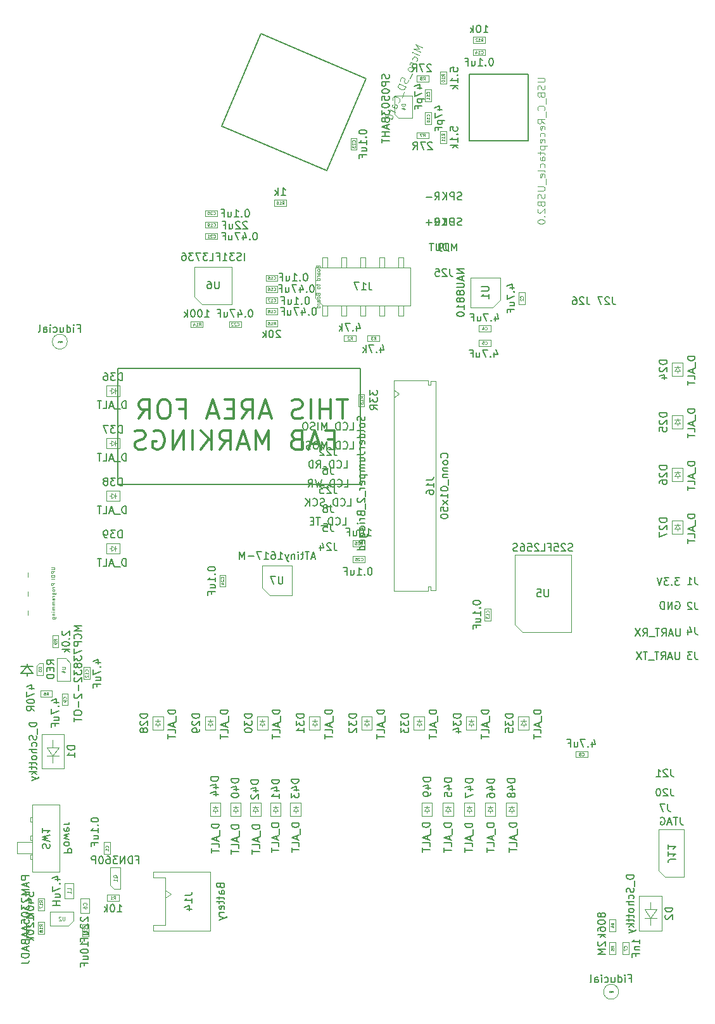
<source format=gbr>
G04 #@! TF.GenerationSoftware,KiCad,Pcbnew,(5.1.5)-3*
G04 #@! TF.CreationDate,2020-11-22T15:34:09-07:00*
G04 #@! TF.ProjectId,purplewizard,70757270-6c65-4776-997a-6172642e6b69,0.1*
G04 #@! TF.SameCoordinates,Original*
G04 #@! TF.FileFunction,Other,Fab,Bot*
%FSLAX46Y46*%
G04 Gerber Fmt 4.6, Leading zero omitted, Abs format (unit mm)*
G04 Created by KiCad (PCBNEW (5.1.5)-3) date 2020-11-22 15:34:09*
%MOMM*%
%LPD*%
G04 APERTURE LIST*
%ADD10C,0.150000*%
%ADD11C,0.304800*%
%ADD12C,0.127000*%
%ADD13C,0.100000*%
%ADD14C,0.120000*%
%ADD15C,0.015000*%
%ADD16C,0.060000*%
%ADD17C,0.040000*%
%ADD18C,0.075000*%
%ADD19C,0.080000*%
G04 APERTURE END LIST*
D10*
X147835600Y-82533600D02*
X147875600Y-98043600D01*
X103325600Y-123273600D02*
X103325600Y-123633600D01*
X103325600Y-122373600D02*
X103325600Y-121963600D01*
X102465600Y-123263600D02*
X103315600Y-122363600D01*
X104105600Y-123263600D02*
X102465600Y-123263600D01*
X103325600Y-122363600D02*
X104105600Y-123263600D01*
X104115600Y-122373600D02*
X102475600Y-122373600D01*
D11*
X146168571Y-86711647D02*
X144717142Y-86711647D01*
X145442857Y-89251647D02*
X145442857Y-86711647D01*
X143870476Y-89251647D02*
X143870476Y-86711647D01*
X143870476Y-87921171D02*
X142419047Y-87921171D01*
X142419047Y-89251647D02*
X142419047Y-86711647D01*
X141209523Y-89251647D02*
X141209523Y-86711647D01*
X140120952Y-89130695D02*
X139758095Y-89251647D01*
X139153333Y-89251647D01*
X138911428Y-89130695D01*
X138790476Y-89009742D01*
X138669523Y-88767838D01*
X138669523Y-88525933D01*
X138790476Y-88284028D01*
X138911428Y-88163076D01*
X139153333Y-88042123D01*
X139637142Y-87921171D01*
X139879047Y-87800219D01*
X140000000Y-87679266D01*
X140120952Y-87437361D01*
X140120952Y-87195457D01*
X140000000Y-86953552D01*
X139879047Y-86832600D01*
X139637142Y-86711647D01*
X139032380Y-86711647D01*
X138669523Y-86832600D01*
X135766666Y-88525933D02*
X134557142Y-88525933D01*
X136008571Y-89251647D02*
X135161904Y-86711647D01*
X134315238Y-89251647D01*
X132017142Y-89251647D02*
X132863809Y-88042123D01*
X133468571Y-89251647D02*
X133468571Y-86711647D01*
X132500952Y-86711647D01*
X132259047Y-86832600D01*
X132138095Y-86953552D01*
X132017142Y-87195457D01*
X132017142Y-87558314D01*
X132138095Y-87800219D01*
X132259047Y-87921171D01*
X132500952Y-88042123D01*
X133468571Y-88042123D01*
X130928571Y-87921171D02*
X130081904Y-87921171D01*
X129719047Y-89251647D02*
X130928571Y-89251647D01*
X130928571Y-86711647D01*
X129719047Y-86711647D01*
X128751428Y-88525933D02*
X127541904Y-88525933D01*
X128993333Y-89251647D02*
X128146666Y-86711647D01*
X127300000Y-89251647D01*
X123671428Y-87921171D02*
X124518095Y-87921171D01*
X124518095Y-89251647D02*
X124518095Y-86711647D01*
X123308571Y-86711647D01*
X121857142Y-86711647D02*
X121373333Y-86711647D01*
X121131428Y-86832600D01*
X120889523Y-87074504D01*
X120768571Y-87558314D01*
X120768571Y-88404980D01*
X120889523Y-88888790D01*
X121131428Y-89130695D01*
X121373333Y-89251647D01*
X121857142Y-89251647D01*
X122099047Y-89130695D01*
X122340952Y-88888790D01*
X122461904Y-88404980D01*
X122461904Y-87558314D01*
X122340952Y-87074504D01*
X122099047Y-86832600D01*
X121857142Y-86711647D01*
X118228571Y-89251647D02*
X119075238Y-88042123D01*
X119680000Y-89251647D02*
X119680000Y-86711647D01*
X118712380Y-86711647D01*
X118470476Y-86832600D01*
X118349523Y-86953552D01*
X118228571Y-87195457D01*
X118228571Y-87558314D01*
X118349523Y-87800219D01*
X118470476Y-87921171D01*
X118712380Y-88042123D01*
X119680000Y-88042123D01*
X143568095Y-92035971D02*
X144414761Y-92035971D01*
X144414761Y-93366447D02*
X144414761Y-90826447D01*
X143205238Y-90826447D01*
X142358571Y-92640733D02*
X141149047Y-92640733D01*
X142600476Y-93366447D02*
X141753809Y-90826447D01*
X140907142Y-93366447D01*
X139213809Y-92035971D02*
X138850952Y-92156923D01*
X138730000Y-92277876D01*
X138609047Y-92519780D01*
X138609047Y-92882638D01*
X138730000Y-93124542D01*
X138850952Y-93245495D01*
X139092857Y-93366447D01*
X140060476Y-93366447D01*
X140060476Y-90826447D01*
X139213809Y-90826447D01*
X138971904Y-90947400D01*
X138850952Y-91068352D01*
X138730000Y-91310257D01*
X138730000Y-91552161D01*
X138850952Y-91794066D01*
X138971904Y-91915019D01*
X139213809Y-92035971D01*
X140060476Y-92035971D01*
X135585238Y-93366447D02*
X135585238Y-90826447D01*
X134738571Y-92640733D01*
X133891904Y-90826447D01*
X133891904Y-93366447D01*
X132803333Y-92640733D02*
X131593809Y-92640733D01*
X133045238Y-93366447D02*
X132198571Y-90826447D01*
X131351904Y-93366447D01*
X129053809Y-93366447D02*
X129900476Y-92156923D01*
X130505238Y-93366447D02*
X130505238Y-90826447D01*
X129537619Y-90826447D01*
X129295714Y-90947400D01*
X129174761Y-91068352D01*
X129053809Y-91310257D01*
X129053809Y-91673114D01*
X129174761Y-91915019D01*
X129295714Y-92035971D01*
X129537619Y-92156923D01*
X130505238Y-92156923D01*
X127965238Y-93366447D02*
X127965238Y-90826447D01*
X126513809Y-93366447D02*
X127602380Y-91915019D01*
X126513809Y-90826447D02*
X127965238Y-92277876D01*
X125425238Y-93366447D02*
X125425238Y-90826447D01*
X124215714Y-93366447D02*
X124215714Y-90826447D01*
X122764285Y-93366447D01*
X122764285Y-90826447D01*
X120224285Y-90947400D02*
X120466190Y-90826447D01*
X120829047Y-90826447D01*
X121191904Y-90947400D01*
X121433809Y-91189304D01*
X121554761Y-91431209D01*
X121675714Y-91915019D01*
X121675714Y-92277876D01*
X121554761Y-92761685D01*
X121433809Y-93003590D01*
X121191904Y-93245495D01*
X120829047Y-93366447D01*
X120587142Y-93366447D01*
X120224285Y-93245495D01*
X120103333Y-93124542D01*
X120103333Y-92277876D01*
X120587142Y-92277876D01*
X119135714Y-93245495D02*
X118772857Y-93366447D01*
X118168095Y-93366447D01*
X117926190Y-93245495D01*
X117805238Y-93124542D01*
X117684285Y-92882638D01*
X117684285Y-92640733D01*
X117805238Y-92398828D01*
X117926190Y-92277876D01*
X118168095Y-92156923D01*
X118651904Y-92035971D01*
X118893809Y-91915019D01*
X119014761Y-91794066D01*
X119135714Y-91552161D01*
X119135714Y-91310257D01*
X119014761Y-91068352D01*
X118893809Y-90947400D01*
X118651904Y-90826447D01*
X118047142Y-90826447D01*
X117684285Y-90947400D01*
D10*
X115460000Y-98040000D02*
X115460000Y-82590000D01*
X147890000Y-98040000D02*
X115460000Y-98040000D01*
X115460000Y-82580000D02*
X147850000Y-82530000D01*
D12*
X129295839Y-50191889D02*
X143379564Y-56170076D01*
X134531636Y-37857124D02*
X129295839Y-50191889D01*
X148615361Y-43835311D02*
X134531636Y-37857124D01*
X143379564Y-56170076D02*
X148615361Y-43835311D01*
D13*
X146825600Y-105493600D02*
X146825600Y-106293600D01*
X146825600Y-106293600D02*
X148425600Y-106293600D01*
X148425600Y-106293600D02*
X148425600Y-105493600D01*
X148425600Y-105493600D02*
X146825600Y-105493600D01*
X182375600Y-165783600D02*
G75*
G03X182375600Y-165783600I-1000000J0D01*
G01*
X108675600Y-78973600D02*
G75*
G03X108675600Y-78973600I-1000000J0D01*
G01*
X126685600Y-73963600D02*
X130685600Y-73963600D01*
X130685600Y-73963600D02*
X130685600Y-68963600D01*
X130685600Y-68963600D02*
X125685600Y-68963600D01*
X125685600Y-68963600D02*
X125685600Y-72963600D01*
X125685600Y-72963600D02*
X126685600Y-73963600D01*
X153022707Y-85963600D02*
X152315600Y-86463600D01*
X152315600Y-85463600D02*
X153022707Y-85963600D01*
X157915600Y-112163600D02*
X157915600Y-98213600D01*
X157215600Y-112163600D02*
X157915600Y-112163600D01*
X157215600Y-111663600D02*
X157215600Y-112163600D01*
X156915600Y-111663600D02*
X157215600Y-111663600D01*
X156915600Y-112263600D02*
X156915600Y-111663600D01*
X152315600Y-112263600D02*
X156915600Y-112263600D01*
X152315600Y-98213600D02*
X152315600Y-112263600D01*
X157915600Y-84263600D02*
X157915600Y-98213600D01*
X157215600Y-84263600D02*
X157915600Y-84263600D01*
X157215600Y-84763600D02*
X157215600Y-84263600D01*
X156915600Y-84763600D02*
X157215600Y-84763600D01*
X156915600Y-84163600D02*
X156915600Y-84763600D01*
X152315600Y-84163600D02*
X156915600Y-84163600D01*
X152315600Y-98213600D02*
X152315600Y-84163600D01*
X186643260Y-155955200D02*
X187443360Y-154804580D01*
X186643260Y-155955200D02*
X185893960Y-154804580D01*
X185893960Y-154804580D02*
X187443360Y-154804580D01*
X187443360Y-155955200D02*
X185843160Y-155955200D01*
X186643260Y-154804580D02*
X186643260Y-153806360D01*
X186643260Y-155955200D02*
X186643260Y-156856900D01*
X188144280Y-153005760D02*
X188144280Y-157605760D01*
X188144280Y-153005760D02*
X185144280Y-153005760D01*
X185144280Y-157605760D02*
X188144280Y-157605760D01*
X185144280Y-153005760D02*
X185144280Y-157605760D01*
X157325600Y-49936932D02*
X157325600Y-48336932D01*
X156525600Y-49936932D02*
X157325600Y-49936932D01*
X156525600Y-48336932D02*
X156525600Y-49936932D01*
X157325600Y-48336932D02*
X156525600Y-48336932D01*
X111674860Y-124063660D02*
X111674860Y-122463660D01*
X110874860Y-124063660D02*
X111674860Y-124063660D01*
X110874860Y-122463660D02*
X110874860Y-124063660D01*
X111674860Y-122463660D02*
X110874860Y-122463660D01*
X107951320Y-125938380D02*
X107951320Y-127538380D01*
X108751320Y-125938380D02*
X107951320Y-125938380D01*
X108751320Y-127538380D02*
X108751320Y-125938380D01*
X107951320Y-127538380D02*
X108751320Y-127538380D01*
X136795600Y-70063600D02*
X135195600Y-70063600D01*
X136795600Y-70863600D02*
X136795600Y-70063600D01*
X135195600Y-70863600D02*
X136795600Y-70863600D01*
X135195600Y-70063600D02*
X135195600Y-70863600D01*
X183717600Y-160761000D02*
X183717600Y-159161000D01*
X182917600Y-160761000D02*
X183717600Y-160761000D01*
X182917600Y-159161000D02*
X182917600Y-160761000D01*
X183717600Y-159161000D02*
X182917600Y-159161000D01*
X113582500Y-145826580D02*
X113582500Y-147426580D01*
X114382500Y-145826580D02*
X113582500Y-145826580D01*
X114382500Y-147426580D02*
X114382500Y-145826580D01*
X113582500Y-147426580D02*
X114382500Y-147426580D01*
X110705600Y-156763600D02*
X110705600Y-158363600D01*
X111505600Y-156763600D02*
X110705600Y-156763600D01*
X111505600Y-158363600D02*
X111505600Y-156763600D01*
X110705600Y-158363600D02*
X111505600Y-158363600D01*
X165265600Y-78763600D02*
X163665600Y-78763600D01*
X165265600Y-79563600D02*
X165265600Y-78763600D01*
X163665600Y-79563600D02*
X165265600Y-79563600D01*
X163665600Y-78763600D02*
X163665600Y-79563600D01*
X169045600Y-72383600D02*
X169045600Y-73983600D01*
X169845600Y-72383600D02*
X169045600Y-72383600D01*
X169845600Y-73983600D02*
X169845600Y-72383600D01*
X169045600Y-73983600D02*
X169845600Y-73983600D01*
X178215600Y-133683600D02*
X176615600Y-133683600D01*
X178215600Y-134483600D02*
X178215600Y-133683600D01*
X176615600Y-134483600D02*
X178215600Y-134483600D01*
X176615600Y-133683600D02*
X176615600Y-134483600D01*
X165265600Y-76813600D02*
X163665600Y-76813600D01*
X165265600Y-77613600D02*
X165265600Y-76813600D01*
X163665600Y-77613600D02*
X165265600Y-77613600D01*
X163665600Y-76813600D02*
X163665600Y-77613600D01*
X104005600Y-147273600D02*
X104005600Y-147273600D01*
X102005600Y-147273600D02*
X104005600Y-147273600D01*
X102005600Y-145773600D02*
X102005600Y-147273600D01*
X104005600Y-145773600D02*
X102005600Y-145773600D01*
X104005600Y-142473600D02*
X104005600Y-142473600D01*
X103705600Y-142473600D02*
X104005600Y-142473600D01*
X103705600Y-143073600D02*
X103705600Y-142473600D01*
X104005600Y-143073600D02*
X103705600Y-143073600D01*
X104005600Y-148073600D02*
X104005600Y-148073600D01*
X103705600Y-148073600D02*
X104005600Y-148073600D01*
X103705600Y-147473600D02*
X103705600Y-148073600D01*
X104005600Y-147473600D02*
X103705600Y-147473600D01*
X104005600Y-145573600D02*
X104005600Y-145573600D01*
X103705600Y-145573600D02*
X104005600Y-145573600D01*
X103705600Y-144973600D02*
X103705600Y-145573600D01*
X104005600Y-144973600D02*
X103705600Y-144973600D01*
X104005600Y-146773600D02*
X104005600Y-146773600D01*
X104005600Y-149773600D02*
X104005600Y-149773600D01*
X107605600Y-149773600D02*
X104005600Y-149773600D01*
X104005600Y-149773600D02*
X104005600Y-149773600D01*
X104005600Y-149673600D02*
X104005600Y-149773600D01*
X104005600Y-140773600D02*
X104005600Y-149673600D01*
X107605600Y-140773600D02*
X104005600Y-140773600D01*
X107605600Y-149773600D02*
X107605600Y-140773600D01*
X157315600Y-46910266D02*
X157315600Y-45310266D01*
X156515600Y-46910266D02*
X157315600Y-46910266D01*
X156515600Y-45310266D02*
X156515600Y-46910266D01*
X157315600Y-45310266D02*
X156515600Y-45310266D01*
X164475600Y-114603600D02*
X164475600Y-116203600D01*
X165275600Y-114603600D02*
X164475600Y-114603600D01*
X165275600Y-116203600D02*
X165275600Y-114603600D01*
X164475600Y-116203600D02*
X165275600Y-116203600D01*
X164535600Y-39953600D02*
X162935600Y-39953600D01*
X164535600Y-40753600D02*
X164535600Y-39953600D01*
X162935600Y-40753600D02*
X164535600Y-40753600D01*
X162935600Y-39953600D02*
X162935600Y-40753600D01*
X135195600Y-72353600D02*
X136795600Y-72353600D01*
X135195600Y-71553600D02*
X135195600Y-72353600D01*
X136795600Y-71553600D02*
X135195600Y-71553600D01*
X136795600Y-72353600D02*
X136795600Y-71553600D01*
X135195600Y-75333600D02*
X136795600Y-75333600D01*
X135195600Y-74533600D02*
X135195600Y-75333600D01*
X136795600Y-74533600D02*
X135195600Y-74533600D01*
X136795600Y-75333600D02*
X136795600Y-74533600D01*
X127145600Y-63768600D02*
X128745600Y-63768600D01*
X127145600Y-62968600D02*
X127145600Y-63768600D01*
X128745600Y-62968600D02*
X127145600Y-62968600D01*
X128745600Y-63768600D02*
X128745600Y-62968600D01*
X127145600Y-62223600D02*
X128745600Y-62223600D01*
X127145600Y-61423600D02*
X127145600Y-62223600D01*
X128745600Y-61423600D02*
X127145600Y-61423600D01*
X128745600Y-62223600D02*
X128745600Y-61423600D01*
X136795600Y-73043600D02*
X135195600Y-73043600D01*
X136795600Y-73843600D02*
X136795600Y-73043600D01*
X135195600Y-73843600D02*
X136795600Y-73843600D01*
X135195600Y-73043600D02*
X135195600Y-73843600D01*
X154835600Y-49103600D02*
X154835600Y-46103600D01*
X154835600Y-46103600D02*
X152435600Y-46103600D01*
X152435600Y-46103600D02*
X152435600Y-48603600D01*
X152935600Y-49103600D02*
X154835600Y-49103600D01*
X152435600Y-48603600D02*
X152935600Y-49103600D01*
X105421380Y-123525180D02*
X104621380Y-123525180D01*
X105421380Y-121925180D02*
X105421380Y-123525180D01*
X104921380Y-121925180D02*
X105421380Y-121925180D01*
X104621380Y-122225180D02*
X104921380Y-121925180D01*
X104621380Y-123525180D02*
X104621380Y-122225180D01*
X111655600Y-155288600D02*
X111655600Y-153288600D01*
X110455600Y-155288600D02*
X111655600Y-155288600D01*
X110455600Y-153288600D02*
X110455600Y-155288600D01*
X111655600Y-153288600D02*
X110455600Y-153288600D01*
X129025600Y-110103600D02*
X129025600Y-111703600D01*
X129825600Y-110103600D02*
X129025600Y-110103600D01*
X129825600Y-111703600D02*
X129825600Y-110103600D01*
X129025600Y-111703600D02*
X129825600Y-111703600D01*
X181165000Y-159161000D02*
X181165000Y-160761000D01*
X181965000Y-159161000D02*
X181165000Y-159161000D01*
X181965000Y-160761000D02*
X181965000Y-159161000D01*
X181165000Y-160761000D02*
X181965000Y-160761000D01*
X147595600Y-85983600D02*
X147595600Y-87583600D01*
X148395600Y-85983600D02*
X147595600Y-85983600D01*
X148395600Y-87583600D02*
X148395600Y-85983600D01*
X147595600Y-87583600D02*
X148395600Y-87583600D01*
X155375600Y-51813600D02*
X156975600Y-51813600D01*
X155375600Y-51013600D02*
X155375600Y-51813600D01*
X156975600Y-51013600D02*
X155375600Y-51013600D01*
X156975600Y-51813600D02*
X156975600Y-51013600D01*
X158525600Y-50873600D02*
X158525600Y-52473600D01*
X159325600Y-50873600D02*
X158525600Y-50873600D01*
X159325600Y-52473600D02*
X159325600Y-50873600D01*
X158525600Y-52473600D02*
X159325600Y-52473600D01*
X158525600Y-42943600D02*
X158525600Y-44543600D01*
X159325600Y-42943600D02*
X158525600Y-42943600D01*
X159325600Y-44543600D02*
X159325600Y-42943600D01*
X158525600Y-44543600D02*
X159325600Y-44543600D01*
X107309080Y-121223440D02*
X107309080Y-124323440D01*
X107309080Y-124323440D02*
X109109080Y-124323440D01*
X109109080Y-121873440D02*
X109109080Y-124323440D01*
X107309080Y-121223440D02*
X108459080Y-121223440D01*
X109109080Y-121873440D02*
X108459080Y-121223440D01*
X155365600Y-44233600D02*
X156965600Y-44233600D01*
X155365600Y-43433600D02*
X155365600Y-44233600D01*
X156965600Y-43433600D02*
X155365600Y-43433600D01*
X156965600Y-44233600D02*
X156965600Y-43433600D01*
X122515547Y-152708100D02*
X121808440Y-153208100D01*
X121808440Y-152208100D02*
X122515547Y-152708100D01*
X120208440Y-157658100D02*
X127808440Y-157658100D01*
X120208440Y-149758100D02*
X127808440Y-149758100D01*
X127808440Y-149758100D02*
X127808440Y-157658100D01*
X120208440Y-156858100D02*
X120208440Y-157658100D01*
X121808440Y-156858100D02*
X120208440Y-156858100D01*
X121808440Y-150558100D02*
X121808440Y-156858100D01*
X120208440Y-150558100D02*
X121808440Y-150558100D01*
X120208440Y-149758100D02*
X120208440Y-150558100D01*
D14*
X114937400Y-152074540D02*
X115787400Y-152074540D01*
X114387400Y-151524540D02*
X114937400Y-152074540D01*
X114387400Y-149174540D02*
X114387400Y-151524540D01*
X115787400Y-149174540D02*
X114387400Y-149174540D01*
X115787400Y-152074540D02*
X115787400Y-149174540D01*
D13*
X188590860Y-150449280D02*
X191148360Y-150449280D01*
X191148360Y-150449280D02*
X191148360Y-144099280D01*
X191148360Y-144099280D02*
X187738360Y-144099280D01*
X187738360Y-144099280D02*
X187738360Y-149596780D01*
X187738360Y-149596780D02*
X188590860Y-150449280D01*
X146585600Y-51773600D02*
X146585600Y-53373600D01*
X147385600Y-51773600D02*
X146585600Y-51773600D01*
X147385600Y-53373600D02*
X147385600Y-51773600D01*
X146585600Y-53373600D02*
X147385600Y-53373600D01*
X103367840Y-115514620D02*
X103367840Y-114878620D01*
X103367840Y-112974620D02*
X103367840Y-112338620D01*
X103367840Y-109798620D02*
X103367840Y-110434620D01*
X113980600Y-153638600D02*
X115580600Y-153638600D01*
X113980600Y-152838600D02*
X113980600Y-153638600D01*
X115580600Y-152838600D02*
X113980600Y-152838600D01*
X115580600Y-153638600D02*
X115580600Y-152838600D01*
X165585600Y-74403600D02*
X166585600Y-73403600D01*
X162585600Y-74403600D02*
X165585600Y-74403600D01*
X162585600Y-70403600D02*
X162585600Y-74403600D01*
X166585600Y-70403600D02*
X162585600Y-70403600D01*
X166585600Y-73403600D02*
X166585600Y-70403600D01*
X109505600Y-155138600D02*
X106405600Y-155138600D01*
X106405600Y-155138600D02*
X106405600Y-156938600D01*
X108855600Y-156938600D02*
X106405600Y-156938600D01*
X109505600Y-155138600D02*
X109505600Y-156288600D01*
X108855600Y-156938600D02*
X109505600Y-156288600D01*
X107478780Y-119826940D02*
X107478780Y-118226940D01*
X106678780Y-119826940D02*
X107478780Y-119826940D01*
X106678780Y-118226940D02*
X106678780Y-119826940D01*
X107478780Y-118226940D02*
X106678780Y-118226940D01*
X148815600Y-78913600D02*
X150415600Y-78913600D01*
X148815600Y-78113600D02*
X148815600Y-78913600D01*
X150415600Y-78113600D02*
X148815600Y-78113600D01*
X150415600Y-78913600D02*
X150415600Y-78113600D01*
X135195600Y-76943600D02*
X136795600Y-76943600D01*
X135195600Y-76143600D02*
X135195600Y-76943600D01*
X136795600Y-76143600D02*
X135195600Y-76143600D01*
X136795600Y-76943600D02*
X136795600Y-76143600D01*
D12*
X162405600Y-43243600D02*
X170305600Y-43243600D01*
X162405600Y-52183600D02*
X162405600Y-43243600D01*
X170305600Y-52183600D02*
X162405600Y-52183600D01*
X170305600Y-43243600D02*
X170305600Y-52183600D01*
D13*
X126795600Y-76263600D02*
X125195600Y-76263600D01*
X126795600Y-77063600D02*
X126795600Y-76263600D01*
X125195600Y-77063600D02*
X126795600Y-77063600D01*
X125195600Y-76263600D02*
X125195600Y-77063600D01*
X181165000Y-156087600D02*
X181165000Y-157687600D01*
X181965000Y-156087600D02*
X181165000Y-156087600D01*
X181965000Y-157687600D02*
X181965000Y-156087600D01*
X181165000Y-157687600D02*
X181965000Y-157687600D01*
X147255600Y-78113600D02*
X145655600Y-78113600D01*
X147255600Y-78913600D02*
X147255600Y-78113600D01*
X145655600Y-78913600D02*
X147255600Y-78913600D01*
X145655600Y-78113600D02*
X145655600Y-78913600D01*
X168505600Y-116743600D02*
X169505600Y-117743600D01*
X168505600Y-107443600D02*
X168505600Y-116743600D01*
X176005600Y-107443600D02*
X168505600Y-107443600D01*
X176005600Y-117743600D02*
X176005600Y-107443600D01*
X169505600Y-117743600D02*
X176005600Y-117743600D01*
X105054500Y-126386540D02*
X106654500Y-126386540D01*
X105054500Y-125586540D02*
X105054500Y-126386540D01*
X106654500Y-125586540D02*
X105054500Y-125586540D01*
X106654500Y-126386540D02*
X106654500Y-125586540D01*
X134715600Y-111873600D02*
X135715600Y-112873600D01*
X134715600Y-108873600D02*
X134715600Y-111873600D01*
X138715600Y-108873600D02*
X134715600Y-108873600D01*
X138715600Y-112873600D02*
X138715600Y-108873600D01*
X135715600Y-112873600D02*
X138715600Y-112873600D01*
X164535600Y-38283600D02*
X162935600Y-38283600D01*
X164535600Y-39083600D02*
X164535600Y-38283600D01*
X162935600Y-39083600D02*
X164535600Y-39083600D01*
X162935600Y-38283600D02*
X162935600Y-39083600D01*
X189535600Y-88806933D02*
X189535600Y-90606933D01*
X189535600Y-90606933D02*
X190935600Y-90606933D01*
X190935600Y-90606933D02*
X190935600Y-88806933D01*
X190935600Y-88806933D02*
X189535600Y-88806933D01*
X189885600Y-89406933D02*
X190585600Y-89406933D01*
X190235600Y-89406933D02*
X190235600Y-89206933D01*
X190235600Y-89406933D02*
X189885600Y-89906933D01*
X189885600Y-89906933D02*
X190585600Y-89906933D01*
X190585600Y-89906933D02*
X190235600Y-89406933D01*
X190235600Y-89906933D02*
X190235600Y-90156933D01*
X127783360Y-140527200D02*
X127783360Y-142327200D01*
X127783360Y-142327200D02*
X129183360Y-142327200D01*
X129183360Y-142327200D02*
X129183360Y-140527200D01*
X129183360Y-140527200D02*
X127783360Y-140527200D01*
X128133360Y-141127200D02*
X128833360Y-141127200D01*
X128483360Y-141127200D02*
X128483360Y-140927200D01*
X128483360Y-141127200D02*
X128133360Y-141627200D01*
X128133360Y-141627200D02*
X128833360Y-141627200D01*
X128833360Y-141627200D02*
X128483360Y-141127200D01*
X128483360Y-141627200D02*
X128483360Y-141877200D01*
X141034902Y-129000680D02*
X141034902Y-130800680D01*
X141034902Y-130800680D02*
X142434902Y-130800680D01*
X142434902Y-130800680D02*
X142434902Y-129000680D01*
X142434902Y-129000680D02*
X141034902Y-129000680D01*
X141384902Y-129600680D02*
X142084902Y-129600680D01*
X141734902Y-129600680D02*
X141734902Y-129400680D01*
X141734902Y-129600680D02*
X141384902Y-130100680D01*
X141384902Y-130100680D02*
X142084902Y-130100680D01*
X142084902Y-130100680D02*
X141734902Y-129600680D01*
X141734902Y-130100680D02*
X141734902Y-130350680D01*
X138494540Y-140527200D02*
X138494540Y-142327200D01*
X138494540Y-142327200D02*
X139894540Y-142327200D01*
X139894540Y-142327200D02*
X139894540Y-140527200D01*
X139894540Y-140527200D02*
X138494540Y-140527200D01*
X138844540Y-141127200D02*
X139544540Y-141127200D01*
X139194540Y-141127200D02*
X139194540Y-140927200D01*
X139194540Y-141127200D02*
X138844540Y-141627200D01*
X138844540Y-141627200D02*
X139544540Y-141627200D01*
X139544540Y-141627200D02*
X139194540Y-141127200D01*
X139194540Y-141627200D02*
X139194540Y-141877200D01*
X164522555Y-140527200D02*
X164522555Y-142327200D01*
X164522555Y-142327200D02*
X165922555Y-142327200D01*
X165922555Y-142327200D02*
X165922555Y-140527200D01*
X165922555Y-140527200D02*
X164522555Y-140527200D01*
X164872555Y-141127200D02*
X165572555Y-141127200D01*
X165222555Y-141127200D02*
X165222555Y-140927200D01*
X165222555Y-141127200D02*
X164872555Y-141627200D01*
X164872555Y-141627200D02*
X165572555Y-141627200D01*
X165572555Y-141627200D02*
X165222555Y-141127200D01*
X165222555Y-141627200D02*
X165222555Y-141877200D01*
X156051020Y-140527200D02*
X156051020Y-142327200D01*
X156051020Y-142327200D02*
X157451020Y-142327200D01*
X157451020Y-142327200D02*
X157451020Y-140527200D01*
X157451020Y-140527200D02*
X156051020Y-140527200D01*
X156401020Y-141127200D02*
X157101020Y-141127200D01*
X156751020Y-141127200D02*
X156751020Y-140927200D01*
X156751020Y-141127200D02*
X156401020Y-141627200D01*
X156401020Y-141627200D02*
X157101020Y-141627200D01*
X157101020Y-141627200D02*
X156751020Y-141127200D01*
X156751020Y-141627200D02*
X156751020Y-141877200D01*
X189535600Y-81773600D02*
X189535600Y-83573600D01*
X189535600Y-83573600D02*
X190935600Y-83573600D01*
X190935600Y-83573600D02*
X190935600Y-81773600D01*
X190935600Y-81773600D02*
X189535600Y-81773600D01*
X189885600Y-82373600D02*
X190585600Y-82373600D01*
X190235600Y-82373600D02*
X190235600Y-82173600D01*
X190235600Y-82373600D02*
X189885600Y-82873600D01*
X189885600Y-82873600D02*
X190585600Y-82873600D01*
X190585600Y-82873600D02*
X190235600Y-82373600D01*
X190235600Y-82873600D02*
X190235600Y-83123600D01*
X115675600Y-84843600D02*
X113875600Y-84843600D01*
X113875600Y-84843600D02*
X113875600Y-86243600D01*
X113875600Y-86243600D02*
X115675600Y-86243600D01*
X115675600Y-86243600D02*
X115675600Y-84843600D01*
X115075600Y-85193600D02*
X115075600Y-85893600D01*
X115075600Y-85543600D02*
X115275600Y-85543600D01*
X115075600Y-85543600D02*
X114575600Y-85193600D01*
X114575600Y-85193600D02*
X114575600Y-85893600D01*
X114575600Y-85893600D02*
X115075600Y-85543600D01*
X114575600Y-85543600D02*
X114325600Y-85543600D01*
X167346400Y-140527200D02*
X167346400Y-142327200D01*
X167346400Y-142327200D02*
X168746400Y-142327200D01*
X168746400Y-142327200D02*
X168746400Y-140527200D01*
X168746400Y-140527200D02*
X167346400Y-140527200D01*
X167696400Y-141127200D02*
X168396400Y-141127200D01*
X168046400Y-141127200D02*
X168046400Y-140927200D01*
X168046400Y-141127200D02*
X167696400Y-141627200D01*
X167696400Y-141627200D02*
X168396400Y-141627200D01*
X168396400Y-141627200D02*
X168046400Y-141127200D01*
X168046400Y-141627200D02*
X168046400Y-141877200D01*
X115675600Y-105873600D02*
X113875600Y-105873600D01*
X113875600Y-105873600D02*
X113875600Y-107273600D01*
X113875600Y-107273600D02*
X115675600Y-107273600D01*
X115675600Y-107273600D02*
X115675600Y-105873600D01*
X115075600Y-106223600D02*
X115075600Y-106923600D01*
X115075600Y-106573600D02*
X115275600Y-106573600D01*
X115075600Y-106573600D02*
X114575600Y-106223600D01*
X114575600Y-106223600D02*
X114575600Y-106923600D01*
X114575600Y-106923600D02*
X115075600Y-106573600D01*
X114575600Y-106573600D02*
X114325600Y-106573600D01*
X189535600Y-95840266D02*
X189535600Y-97640266D01*
X189535600Y-97640266D02*
X190935600Y-97640266D01*
X190935600Y-97640266D02*
X190935600Y-95840266D01*
X190935600Y-95840266D02*
X189535600Y-95840266D01*
X189885600Y-96440266D02*
X190585600Y-96440266D01*
X190235600Y-96440266D02*
X190235600Y-96240266D01*
X190235600Y-96440266D02*
X189885600Y-96940266D01*
X189885600Y-96940266D02*
X190585600Y-96940266D01*
X190585600Y-96940266D02*
X190235600Y-96440266D01*
X190235600Y-96940266D02*
X190235600Y-97190266D01*
X130461155Y-140527200D02*
X130461155Y-142327200D01*
X130461155Y-142327200D02*
X131861155Y-142327200D01*
X131861155Y-142327200D02*
X131861155Y-140527200D01*
X131861155Y-140527200D02*
X130461155Y-140527200D01*
X130811155Y-141127200D02*
X131511155Y-141127200D01*
X131161155Y-141127200D02*
X131161155Y-140927200D01*
X131161155Y-141127200D02*
X130811155Y-141627200D01*
X130811155Y-141627200D02*
X131511155Y-141627200D01*
X131511155Y-141627200D02*
X131161155Y-141127200D01*
X131161155Y-141627200D02*
X131161155Y-141877200D01*
X161698710Y-140527200D02*
X161698710Y-142327200D01*
X161698710Y-142327200D02*
X163098710Y-142327200D01*
X163098710Y-142327200D02*
X163098710Y-140527200D01*
X163098710Y-140527200D02*
X161698710Y-140527200D01*
X162048710Y-141127200D02*
X162748710Y-141127200D01*
X162398710Y-141127200D02*
X162398710Y-140927200D01*
X162398710Y-141127200D02*
X162048710Y-141627200D01*
X162048710Y-141627200D02*
X162748710Y-141627200D01*
X162748710Y-141627200D02*
X162398710Y-141127200D01*
X162398710Y-141627200D02*
X162398710Y-141877200D01*
X127071434Y-129000680D02*
X127071434Y-130800680D01*
X127071434Y-130800680D02*
X128471434Y-130800680D01*
X128471434Y-130800680D02*
X128471434Y-129000680D01*
X128471434Y-129000680D02*
X127071434Y-129000680D01*
X127421434Y-129600680D02*
X128121434Y-129600680D01*
X127771434Y-129600680D02*
X127771434Y-129400680D01*
X127771434Y-129600680D02*
X127421434Y-130100680D01*
X127421434Y-130100680D02*
X128121434Y-130100680D01*
X128121434Y-130100680D02*
X127771434Y-129600680D01*
X127771434Y-130100680D02*
X127771434Y-130350680D01*
X154998370Y-129000680D02*
X154998370Y-130800680D01*
X154998370Y-130800680D02*
X156398370Y-130800680D01*
X156398370Y-130800680D02*
X156398370Y-129000680D01*
X156398370Y-129000680D02*
X154998370Y-129000680D01*
X155348370Y-129600680D02*
X156048370Y-129600680D01*
X155698370Y-129600680D02*
X155698370Y-129400680D01*
X155698370Y-129600680D02*
X155348370Y-130100680D01*
X155348370Y-130100680D02*
X156048370Y-130100680D01*
X156048370Y-130100680D02*
X155698370Y-129600680D01*
X155698370Y-130100680D02*
X155698370Y-130350680D01*
X134053168Y-129000680D02*
X134053168Y-130800680D01*
X134053168Y-130800680D02*
X135453168Y-130800680D01*
X135453168Y-130800680D02*
X135453168Y-129000680D01*
X135453168Y-129000680D02*
X134053168Y-129000680D01*
X134403168Y-129600680D02*
X135103168Y-129600680D01*
X134753168Y-129600680D02*
X134753168Y-129400680D01*
X134753168Y-129600680D02*
X134403168Y-130100680D01*
X134403168Y-130100680D02*
X135103168Y-130100680D01*
X135103168Y-130100680D02*
X134753168Y-129600680D01*
X134753168Y-130100680D02*
X134753168Y-130350680D01*
X120089700Y-129000680D02*
X120089700Y-130800680D01*
X120089700Y-130800680D02*
X121489700Y-130800680D01*
X121489700Y-130800680D02*
X121489700Y-129000680D01*
X121489700Y-129000680D02*
X120089700Y-129000680D01*
X120439700Y-129600680D02*
X121139700Y-129600680D01*
X120789700Y-129600680D02*
X120789700Y-129400680D01*
X120789700Y-129600680D02*
X120439700Y-130100680D01*
X120439700Y-130100680D02*
X121139700Y-130100680D01*
X121139700Y-130100680D02*
X120789700Y-129600680D01*
X120789700Y-130100680D02*
X120789700Y-130350680D01*
X161980104Y-129000680D02*
X161980104Y-130800680D01*
X161980104Y-130800680D02*
X163380104Y-130800680D01*
X163380104Y-130800680D02*
X163380104Y-129000680D01*
X163380104Y-129000680D02*
X161980104Y-129000680D01*
X162330104Y-129600680D02*
X163030104Y-129600680D01*
X162680104Y-129600680D02*
X162680104Y-129400680D01*
X162680104Y-129600680D02*
X162330104Y-130100680D01*
X162330104Y-130100680D02*
X163030104Y-130100680D01*
X163030104Y-130100680D02*
X162680104Y-129600680D01*
X162680104Y-130100680D02*
X162680104Y-130350680D01*
X115675600Y-91853600D02*
X113875600Y-91853600D01*
X113875600Y-91853600D02*
X113875600Y-93253600D01*
X113875600Y-93253600D02*
X115675600Y-93253600D01*
X115675600Y-93253600D02*
X115675600Y-91853600D01*
X115075600Y-92203600D02*
X115075600Y-92903600D01*
X115075600Y-92553600D02*
X115275600Y-92553600D01*
X115075600Y-92553600D02*
X114575600Y-92203600D01*
X114575600Y-92203600D02*
X114575600Y-92903600D01*
X114575600Y-92903600D02*
X115075600Y-92553600D01*
X114575600Y-92553600D02*
X114325600Y-92553600D01*
X115675600Y-98863600D02*
X113875600Y-98863600D01*
X113875600Y-98863600D02*
X113875600Y-100263600D01*
X113875600Y-100263600D02*
X115675600Y-100263600D01*
X115675600Y-100263600D02*
X115675600Y-98863600D01*
X115075600Y-99213600D02*
X115075600Y-99913600D01*
X115075600Y-99563600D02*
X115275600Y-99563600D01*
X115075600Y-99563600D02*
X114575600Y-99213600D01*
X114575600Y-99213600D02*
X114575600Y-99913600D01*
X114575600Y-99913600D02*
X115075600Y-99563600D01*
X114575600Y-99563600D02*
X114325600Y-99563600D01*
X168961840Y-129000680D02*
X168961840Y-130800680D01*
X168961840Y-130800680D02*
X170361840Y-130800680D01*
X170361840Y-130800680D02*
X170361840Y-129000680D01*
X170361840Y-129000680D02*
X168961840Y-129000680D01*
X169311840Y-129600680D02*
X170011840Y-129600680D01*
X169661840Y-129600680D02*
X169661840Y-129400680D01*
X169661840Y-129600680D02*
X169311840Y-130100680D01*
X169311840Y-130100680D02*
X170011840Y-130100680D01*
X170011840Y-130100680D02*
X169661840Y-129600680D01*
X169661840Y-130100680D02*
X169661840Y-130350680D01*
X189535600Y-102873600D02*
X189535600Y-104673600D01*
X189535600Y-104673600D02*
X190935600Y-104673600D01*
X190935600Y-104673600D02*
X190935600Y-102873600D01*
X190935600Y-102873600D02*
X189535600Y-102873600D01*
X189885600Y-103473600D02*
X190585600Y-103473600D01*
X190235600Y-103473600D02*
X190235600Y-103273600D01*
X190235600Y-103473600D02*
X189885600Y-103973600D01*
X189885600Y-103973600D02*
X190585600Y-103973600D01*
X190585600Y-103973600D02*
X190235600Y-103473600D01*
X190235600Y-103973600D02*
X190235600Y-104223600D01*
X133138950Y-140527200D02*
X133138950Y-142327200D01*
X133138950Y-142327200D02*
X134538950Y-142327200D01*
X134538950Y-142327200D02*
X134538950Y-140527200D01*
X134538950Y-140527200D02*
X133138950Y-140527200D01*
X133488950Y-141127200D02*
X134188950Y-141127200D01*
X133838950Y-141127200D02*
X133838950Y-140927200D01*
X133838950Y-141127200D02*
X133488950Y-141627200D01*
X133488950Y-141627200D02*
X134188950Y-141627200D01*
X134188950Y-141627200D02*
X133838950Y-141127200D01*
X133838950Y-141627200D02*
X133838950Y-141877200D01*
X135816745Y-140527200D02*
X135816745Y-142327200D01*
X135816745Y-142327200D02*
X137216745Y-142327200D01*
X137216745Y-142327200D02*
X137216745Y-140527200D01*
X137216745Y-140527200D02*
X135816745Y-140527200D01*
X136166745Y-141127200D02*
X136866745Y-141127200D01*
X136516745Y-141127200D02*
X136516745Y-140927200D01*
X136516745Y-141127200D02*
X136166745Y-141627200D01*
X136166745Y-141627200D02*
X136866745Y-141627200D01*
X136866745Y-141627200D02*
X136516745Y-141127200D01*
X136516745Y-141627200D02*
X136516745Y-141877200D01*
X148016636Y-129000680D02*
X148016636Y-130800680D01*
X148016636Y-130800680D02*
X149416636Y-130800680D01*
X149416636Y-130800680D02*
X149416636Y-129000680D01*
X149416636Y-129000680D02*
X148016636Y-129000680D01*
X148366636Y-129600680D02*
X149066636Y-129600680D01*
X148716636Y-129600680D02*
X148716636Y-129400680D01*
X148716636Y-129600680D02*
X148366636Y-130100680D01*
X148366636Y-130100680D02*
X149066636Y-130100680D01*
X149066636Y-130100680D02*
X148716636Y-129600680D01*
X148716636Y-130100680D02*
X148716636Y-130350680D01*
X158874865Y-140527200D02*
X158874865Y-142327200D01*
X158874865Y-142327200D02*
X160274865Y-142327200D01*
X160274865Y-142327200D02*
X160274865Y-140527200D01*
X160274865Y-140527200D02*
X158874865Y-140527200D01*
X159224865Y-141127200D02*
X159924865Y-141127200D01*
X159574865Y-141127200D02*
X159574865Y-140927200D01*
X159574865Y-141127200D02*
X159224865Y-141627200D01*
X159224865Y-141627200D02*
X159924865Y-141627200D01*
X159924865Y-141627200D02*
X159574865Y-141127200D01*
X159574865Y-141627200D02*
X159574865Y-141877200D01*
X128745600Y-64513600D02*
X127145600Y-64513600D01*
X128745600Y-65313600D02*
X128745600Y-64513600D01*
X127145600Y-65313600D02*
X128745600Y-65313600D01*
X127145600Y-64513600D02*
X127145600Y-65313600D01*
X131895600Y-76263600D02*
X130295600Y-76263600D01*
X131895600Y-77063600D02*
X131895600Y-76263600D01*
X130295600Y-77063600D02*
X131895600Y-77063600D01*
X130295600Y-76263600D02*
X130295600Y-77063600D01*
X106732320Y-134309320D02*
X107532420Y-133158700D01*
X106732320Y-134309320D02*
X105983020Y-133158700D01*
X105983020Y-133158700D02*
X107532420Y-133158700D01*
X107532420Y-134309320D02*
X105932220Y-134309320D01*
X106732320Y-133158700D02*
X106732320Y-132160480D01*
X106732320Y-134309320D02*
X106732320Y-135211020D01*
X108233340Y-131359880D02*
X108233340Y-135959880D01*
X108233340Y-131359880D02*
X105233340Y-131359880D01*
X105233340Y-135959880D02*
X108233340Y-135959880D01*
X105233340Y-131359880D02*
X105233340Y-135959880D01*
X146875600Y-107643600D02*
X146875600Y-108443600D01*
X146875600Y-108443600D02*
X148475600Y-108443600D01*
X148475600Y-108443600D02*
X148475600Y-107643600D01*
X148475600Y-107643600D02*
X146875600Y-107643600D01*
X153609900Y-75533600D02*
X153609900Y-74153600D01*
X152969900Y-75533600D02*
X153609900Y-75533600D01*
X152969900Y-74153600D02*
X152969900Y-75533600D01*
X153609900Y-67693600D02*
X152969900Y-67693600D01*
X153609900Y-69073600D02*
X153609900Y-67693600D01*
X152969900Y-67693600D02*
X152969900Y-69073600D01*
X151069900Y-75533600D02*
X151069900Y-74153600D01*
X150429900Y-75533600D02*
X151069900Y-75533600D01*
X150429900Y-74153600D02*
X150429900Y-75533600D01*
X151069900Y-67693600D02*
X150429900Y-67693600D01*
X151069900Y-69073600D02*
X151069900Y-67693600D01*
X150429900Y-67693600D02*
X150429900Y-69073600D01*
X148529900Y-75533600D02*
X148529900Y-74153600D01*
X147889900Y-75533600D02*
X148529900Y-75533600D01*
X147889900Y-74153600D02*
X147889900Y-75533600D01*
X148529900Y-67693600D02*
X147889900Y-67693600D01*
X148529900Y-69073600D02*
X148529900Y-67693600D01*
X147889900Y-67693600D02*
X147889900Y-69073600D01*
X145989900Y-75533600D02*
X145989900Y-74153600D01*
X145349900Y-75533600D02*
X145989900Y-75533600D01*
X145349900Y-74153600D02*
X145349900Y-75533600D01*
X145989900Y-67693600D02*
X145349900Y-67693600D01*
X145989900Y-69073600D02*
X145989900Y-67693600D01*
X145349900Y-67693600D02*
X145349900Y-69073600D01*
X143449900Y-75533600D02*
X143449900Y-74153600D01*
X142809900Y-75533600D02*
X143449900Y-75533600D01*
X142809900Y-74153600D02*
X142809900Y-75533600D01*
X143449900Y-67693600D02*
X142809900Y-67693600D01*
X143449900Y-69073600D02*
X143449900Y-67693600D01*
X142809900Y-67693600D02*
X142809900Y-69073600D01*
X154559900Y-69073600D02*
X141859900Y-69073600D01*
X154559900Y-74153600D02*
X154559900Y-69073600D01*
X142859900Y-74153600D02*
X154559900Y-74153600D01*
X141859900Y-73153600D02*
X142859900Y-74153600D01*
X141859900Y-69073600D02*
X141859900Y-73153600D01*
X136355600Y-60033600D02*
X136355600Y-60833600D01*
X136355600Y-60833600D02*
X137955600Y-60833600D01*
X137955600Y-60833600D02*
X137955600Y-60033600D01*
X137955600Y-60033600D02*
X136355600Y-60033600D01*
X104765600Y-153303600D02*
X104765600Y-154903600D01*
X105565600Y-153303600D02*
X104765600Y-153303600D01*
X105565600Y-154903600D02*
X105565600Y-153303600D01*
X104765600Y-154903600D02*
X105565600Y-154903600D01*
X104775600Y-158093600D02*
X105575600Y-158093600D01*
X105575600Y-158093600D02*
X105575600Y-156493600D01*
X105575600Y-156493600D02*
X104775600Y-156493600D01*
X104775600Y-156493600D02*
X104775600Y-158093600D01*
X108305600Y-153313600D02*
X109505600Y-153313600D01*
X109505600Y-153313600D02*
X109505600Y-151313600D01*
X109505600Y-151313600D02*
X108305600Y-151313600D01*
X108305600Y-151313600D02*
X108305600Y-153313600D01*
D15*
X156146724Y-39666068D02*
X155226132Y-39275300D01*
X155753442Y-39861284D01*
X154965620Y-39889028D01*
X155886212Y-40279796D01*
X155700132Y-40718172D02*
X155086404Y-40457660D01*
X154779541Y-40327405D02*
X154841986Y-40302175D01*
X154867216Y-40364621D01*
X154804770Y-40389850D01*
X154779541Y-40327405D01*
X154867216Y-40364621D01*
X155302742Y-41532480D02*
X155383796Y-41463413D01*
X155458228Y-41288062D01*
X155451606Y-41181779D01*
X155426377Y-41119333D01*
X155357309Y-41038280D01*
X155094283Y-40926632D01*
X154988000Y-40933253D01*
X154925554Y-40958483D01*
X154844500Y-41027550D01*
X154770068Y-41202901D01*
X154776690Y-41309184D01*
X155179108Y-41945628D02*
X154565381Y-41685116D01*
X154740731Y-41759548D02*
X154634448Y-41766169D01*
X154572002Y-41791399D01*
X154490949Y-41860466D01*
X154453733Y-41948142D01*
X154881380Y-42647031D02*
X154874759Y-42540747D01*
X154849529Y-42478301D01*
X154780461Y-42397248D01*
X154517435Y-42285600D01*
X154411152Y-42292222D01*
X154348706Y-42317451D01*
X154267653Y-42386519D01*
X154211829Y-42518032D01*
X154218450Y-42624315D01*
X154243680Y-42686761D01*
X154312747Y-42767814D01*
X154575774Y-42879462D01*
X154682057Y-42872841D01*
X154744503Y-42847611D01*
X154825556Y-42778544D01*
X154881380Y-42647031D01*
X154764368Y-43166461D02*
X154466640Y-43867864D01*
X154260695Y-43987391D02*
X154248708Y-44137512D01*
X154155668Y-44356700D01*
X154074615Y-44425768D01*
X154012169Y-44450997D01*
X153905886Y-44457619D01*
X153818210Y-44420403D01*
X153749143Y-44339349D01*
X153723913Y-44276904D01*
X153717292Y-44170620D01*
X153747886Y-43976662D01*
X153741264Y-43870378D01*
X153716035Y-43807933D01*
X153646967Y-43726879D01*
X153559292Y-43689663D01*
X153453008Y-43696285D01*
X153390563Y-43721514D01*
X153309509Y-43790582D01*
X153216469Y-44009770D01*
X153204483Y-44159891D01*
X153913765Y-44926590D02*
X152993173Y-44535822D01*
X152900133Y-44755011D01*
X152888147Y-44905132D01*
X152938606Y-45030023D01*
X153007674Y-45111077D01*
X153164416Y-45229346D01*
X153295929Y-45285170D01*
X153489888Y-45315765D01*
X153596172Y-45309143D01*
X153721063Y-45258684D01*
X153820725Y-45145779D01*
X153913765Y-44926590D01*
X153703712Y-45665209D02*
X153405984Y-46366612D01*
X152914298Y-47037421D02*
X152976743Y-47012191D01*
X153076405Y-46899286D01*
X153113621Y-46811611D01*
X153125607Y-46661490D01*
X153075148Y-46536598D01*
X153006080Y-46455544D01*
X152849338Y-46337275D01*
X152717825Y-46281451D01*
X152523866Y-46250857D01*
X152417583Y-46257478D01*
X152292691Y-46307938D01*
X152193029Y-46420843D01*
X152155814Y-46508518D01*
X152143827Y-46658639D01*
X152169057Y-46721085D01*
X152667029Y-47863715D02*
X152184814Y-47659027D01*
X152115747Y-47577973D01*
X152109125Y-47471690D01*
X152183557Y-47296339D01*
X152264611Y-47227272D01*
X152623191Y-47845107D02*
X152704245Y-47776040D01*
X152797285Y-47556851D01*
X152790663Y-47450568D01*
X152721596Y-47369514D01*
X152633921Y-47332298D01*
X152527637Y-47338920D01*
X152446584Y-47407987D01*
X152353544Y-47627176D01*
X152272490Y-47696243D01*
X152480949Y-48302092D02*
X151867222Y-48041580D01*
X152042572Y-48116012D02*
X151936289Y-48122634D01*
X151873843Y-48147863D01*
X151792790Y-48216931D01*
X151755574Y-48304606D01*
X152071573Y-49266521D02*
X151150982Y-48875753D01*
X152027736Y-49247913D02*
X152108789Y-49178846D01*
X152183221Y-49003495D01*
X152176600Y-48897211D01*
X152151370Y-48834766D01*
X152082302Y-48753712D01*
X151819276Y-48642064D01*
X151712993Y-48648686D01*
X151650547Y-48673916D01*
X151569494Y-48742983D01*
X151495062Y-48918334D01*
X151501683Y-49024617D01*
D10*
X146436552Y-90765980D02*
X146912742Y-90765980D01*
X146912742Y-89765980D01*
X145531790Y-90670742D02*
X145579409Y-90718361D01*
X145722266Y-90765980D01*
X145817504Y-90765980D01*
X145960361Y-90718361D01*
X146055600Y-90623123D01*
X146103219Y-90527885D01*
X146150838Y-90337409D01*
X146150838Y-90194552D01*
X146103219Y-90004076D01*
X146055600Y-89908838D01*
X145960361Y-89813600D01*
X145817504Y-89765980D01*
X145722266Y-89765980D01*
X145579409Y-89813600D01*
X145531790Y-89861219D01*
X145103219Y-90765980D02*
X145103219Y-89765980D01*
X144865123Y-89765980D01*
X144722266Y-89813600D01*
X144627028Y-89908838D01*
X144579409Y-90004076D01*
X144531790Y-90194552D01*
X144531790Y-90337409D01*
X144579409Y-90527885D01*
X144627028Y-90623123D01*
X144722266Y-90718361D01*
X144865123Y-90765980D01*
X145103219Y-90765980D01*
X144341314Y-90861219D02*
X143579409Y-90861219D01*
X143341314Y-90765980D02*
X143341314Y-89765980D01*
X143007980Y-90480266D01*
X142674647Y-89765980D01*
X142674647Y-90765980D01*
X142198457Y-90765980D02*
X142198457Y-89765980D01*
X141769885Y-90718361D02*
X141627028Y-90765980D01*
X141388933Y-90765980D01*
X141293695Y-90718361D01*
X141246076Y-90670742D01*
X141198457Y-90575504D01*
X141198457Y-90480266D01*
X141246076Y-90385028D01*
X141293695Y-90337409D01*
X141388933Y-90289790D01*
X141579409Y-90242171D01*
X141674647Y-90194552D01*
X141722266Y-90146933D01*
X141769885Y-90051695D01*
X141769885Y-89956457D01*
X141722266Y-89861219D01*
X141674647Y-89813600D01*
X141579409Y-89765980D01*
X141341314Y-89765980D01*
X141198457Y-89813600D01*
X140579409Y-89765980D02*
X140388933Y-89765980D01*
X140293695Y-89813600D01*
X140198457Y-89908838D01*
X140150838Y-90099314D01*
X140150838Y-90432647D01*
X140198457Y-90623123D01*
X140293695Y-90718361D01*
X140388933Y-90765980D01*
X140579409Y-90765980D01*
X140674647Y-90718361D01*
X140769885Y-90623123D01*
X140817504Y-90432647D01*
X140817504Y-90099314D01*
X140769885Y-89908838D01*
X140674647Y-89813600D01*
X140579409Y-89765980D01*
X144365123Y-93165980D02*
X144365123Y-93880266D01*
X144412742Y-94023123D01*
X144507980Y-94118361D01*
X144650838Y-94165980D01*
X144746076Y-94165980D01*
X143936552Y-93261219D02*
X143888933Y-93213600D01*
X143793695Y-93165980D01*
X143555600Y-93165980D01*
X143460361Y-93213600D01*
X143412742Y-93261219D01*
X143365123Y-93356457D01*
X143365123Y-93451695D01*
X143412742Y-93594552D01*
X143984171Y-94165980D01*
X143365123Y-94165980D01*
X142984171Y-93261219D02*
X142936552Y-93213600D01*
X142841314Y-93165980D01*
X142603219Y-93165980D01*
X142507980Y-93213600D01*
X142460361Y-93261219D01*
X142412742Y-93356457D01*
X142412742Y-93451695D01*
X142460361Y-93594552D01*
X143031790Y-94165980D01*
X142412742Y-94165980D01*
X145627028Y-95841980D02*
X146103219Y-95841980D01*
X146103219Y-94841980D01*
X144722266Y-95746742D02*
X144769885Y-95794361D01*
X144912742Y-95841980D01*
X145007980Y-95841980D01*
X145150838Y-95794361D01*
X145246076Y-95699123D01*
X145293695Y-95603885D01*
X145341314Y-95413409D01*
X145341314Y-95270552D01*
X145293695Y-95080076D01*
X145246076Y-94984838D01*
X145150838Y-94889600D01*
X145007980Y-94841980D01*
X144912742Y-94841980D01*
X144769885Y-94889600D01*
X144722266Y-94937219D01*
X144293695Y-95841980D02*
X144293695Y-94841980D01*
X144055600Y-94841980D01*
X143912742Y-94889600D01*
X143817504Y-94984838D01*
X143769885Y-95080076D01*
X143722266Y-95270552D01*
X143722266Y-95413409D01*
X143769885Y-95603885D01*
X143817504Y-95699123D01*
X143912742Y-95794361D01*
X144055600Y-95841980D01*
X144293695Y-95841980D01*
X143531790Y-95937219D02*
X142769885Y-95937219D01*
X141960361Y-95841980D02*
X142293695Y-95365790D01*
X142531790Y-95841980D02*
X142531790Y-94841980D01*
X142150838Y-94841980D01*
X142055600Y-94889600D01*
X142007980Y-94937219D01*
X141960361Y-95032457D01*
X141960361Y-95175314D01*
X142007980Y-95270552D01*
X142055600Y-95318171D01*
X142150838Y-95365790D01*
X142531790Y-95365790D01*
X141531790Y-95841980D02*
X141531790Y-94841980D01*
X141293695Y-94841980D01*
X141150838Y-94889600D01*
X141055600Y-94984838D01*
X141007980Y-95080076D01*
X140960361Y-95270552D01*
X140960361Y-95413409D01*
X141007980Y-95603885D01*
X141055600Y-95699123D01*
X141150838Y-95794361D01*
X141293695Y-95841980D01*
X141531790Y-95841980D01*
X144365123Y-98241980D02*
X144365123Y-98956266D01*
X144412742Y-99099123D01*
X144507980Y-99194361D01*
X144650838Y-99241980D01*
X144746076Y-99241980D01*
X143936552Y-98337219D02*
X143888933Y-98289600D01*
X143793695Y-98241980D01*
X143555600Y-98241980D01*
X143460361Y-98289600D01*
X143412742Y-98337219D01*
X143365123Y-98432457D01*
X143365123Y-98527695D01*
X143412742Y-98670552D01*
X143984171Y-99241980D01*
X143365123Y-99241980D01*
X143031790Y-98241980D02*
X142412742Y-98241980D01*
X142746076Y-98622933D01*
X142603219Y-98622933D01*
X142507980Y-98670552D01*
X142460361Y-98718171D01*
X142412742Y-98813409D01*
X142412742Y-99051504D01*
X142460361Y-99146742D01*
X142507980Y-99194361D01*
X142603219Y-99241980D01*
X142888933Y-99241980D01*
X142984171Y-99194361D01*
X143031790Y-99146742D01*
X148697028Y-104915980D02*
X149268457Y-104915980D01*
X148982742Y-104915980D02*
X148982742Y-103915980D01*
X149077980Y-104058838D01*
X149173219Y-104154076D01*
X149268457Y-104201695D01*
X148077980Y-103915980D02*
X147982742Y-103915980D01*
X147887504Y-103963600D01*
X147839885Y-104011219D01*
X147792266Y-104106457D01*
X147744647Y-104296933D01*
X147744647Y-104535028D01*
X147792266Y-104725504D01*
X147839885Y-104820742D01*
X147887504Y-104868361D01*
X147982742Y-104915980D01*
X148077980Y-104915980D01*
X148173219Y-104868361D01*
X148220838Y-104820742D01*
X148268457Y-104725504D01*
X148316076Y-104535028D01*
X148316076Y-104296933D01*
X148268457Y-104106457D01*
X148220838Y-104011219D01*
X148173219Y-103963600D01*
X148077980Y-103915980D01*
X146887504Y-104249314D02*
X146887504Y-104915980D01*
X147316076Y-104249314D02*
X147316076Y-104773123D01*
X147268457Y-104868361D01*
X147173219Y-104915980D01*
X147030361Y-104915980D01*
X146935123Y-104868361D01*
X146887504Y-104820742D01*
X146077980Y-104392171D02*
X146411314Y-104392171D01*
X146411314Y-104915980D02*
X146411314Y-103915980D01*
X145935123Y-103915980D01*
D16*
X147882742Y-106036457D02*
X147901790Y-106055504D01*
X147958933Y-106074552D01*
X147997028Y-106074552D01*
X148054171Y-106055504D01*
X148092266Y-106017409D01*
X148111314Y-105979314D01*
X148130361Y-105903123D01*
X148130361Y-105845980D01*
X148111314Y-105769790D01*
X148092266Y-105731695D01*
X148054171Y-105693600D01*
X147997028Y-105674552D01*
X147958933Y-105674552D01*
X147901790Y-105693600D01*
X147882742Y-105712647D01*
X147730361Y-105712647D02*
X147711314Y-105693600D01*
X147673219Y-105674552D01*
X147577980Y-105674552D01*
X147539885Y-105693600D01*
X147520838Y-105712647D01*
X147501790Y-105750742D01*
X147501790Y-105788838D01*
X147520838Y-105845980D01*
X147749409Y-106074552D01*
X147501790Y-106074552D01*
X147158933Y-105674552D02*
X147235123Y-105674552D01*
X147273219Y-105693600D01*
X147292266Y-105712647D01*
X147330361Y-105769790D01*
X147349409Y-105845980D01*
X147349409Y-105998361D01*
X147330361Y-106036457D01*
X147311314Y-106055504D01*
X147273219Y-106074552D01*
X147197028Y-106074552D01*
X147158933Y-106055504D01*
X147139885Y-106036457D01*
X147120838Y-105998361D01*
X147120838Y-105903123D01*
X147139885Y-105865028D01*
X147158933Y-105845980D01*
X147197028Y-105826933D01*
X147273219Y-105826933D01*
X147311314Y-105845980D01*
X147330361Y-105865028D01*
X147349409Y-105903123D01*
D10*
X148410361Y-88941219D02*
X148457980Y-89084076D01*
X148457980Y-89322171D01*
X148410361Y-89417409D01*
X148362742Y-89465028D01*
X148267504Y-89512647D01*
X148172266Y-89512647D01*
X148077028Y-89465028D01*
X148029409Y-89417409D01*
X147981790Y-89322171D01*
X147934171Y-89131695D01*
X147886552Y-89036457D01*
X147838933Y-88988838D01*
X147743695Y-88941219D01*
X147648457Y-88941219D01*
X147553219Y-88988838D01*
X147505600Y-89036457D01*
X147457980Y-89131695D01*
X147457980Y-89369790D01*
X147505600Y-89512647D01*
X148457980Y-90084076D02*
X148410361Y-89988838D01*
X148362742Y-89941219D01*
X148267504Y-89893600D01*
X147981790Y-89893600D01*
X147886552Y-89941219D01*
X147838933Y-89988838D01*
X147791314Y-90084076D01*
X147791314Y-90226933D01*
X147838933Y-90322171D01*
X147886552Y-90369790D01*
X147981790Y-90417409D01*
X148267504Y-90417409D01*
X148362742Y-90369790D01*
X148410361Y-90322171D01*
X148457980Y-90226933D01*
X148457980Y-90084076D01*
X148457980Y-90988838D02*
X148410361Y-90893600D01*
X148315123Y-90845980D01*
X147457980Y-90845980D01*
X148457980Y-91798361D02*
X147457980Y-91798361D01*
X148410361Y-91798361D02*
X148457980Y-91703123D01*
X148457980Y-91512647D01*
X148410361Y-91417409D01*
X148362742Y-91369790D01*
X148267504Y-91322171D01*
X147981790Y-91322171D01*
X147886552Y-91369790D01*
X147838933Y-91417409D01*
X147791314Y-91512647D01*
X147791314Y-91703123D01*
X147838933Y-91798361D01*
X148410361Y-92655504D02*
X148457980Y-92560266D01*
X148457980Y-92369790D01*
X148410361Y-92274552D01*
X148315123Y-92226933D01*
X147934171Y-92226933D01*
X147838933Y-92274552D01*
X147791314Y-92369790D01*
X147791314Y-92560266D01*
X147838933Y-92655504D01*
X147934171Y-92703123D01*
X148029409Y-92703123D01*
X148124647Y-92226933D01*
X148457980Y-93131695D02*
X147791314Y-93131695D01*
X147981790Y-93131695D02*
X147886552Y-93179314D01*
X147838933Y-93226933D01*
X147791314Y-93322171D01*
X147791314Y-93417409D01*
X147457980Y-94036457D02*
X148172266Y-94036457D01*
X148315123Y-93988838D01*
X148410361Y-93893600D01*
X148457980Y-93750742D01*
X148457980Y-93655504D01*
X147791314Y-94941219D02*
X148457980Y-94941219D01*
X147791314Y-94512647D02*
X148315123Y-94512647D01*
X148410361Y-94560266D01*
X148457980Y-94655504D01*
X148457980Y-94798361D01*
X148410361Y-94893600D01*
X148362742Y-94941219D01*
X148457980Y-95417409D02*
X147791314Y-95417409D01*
X147886552Y-95417409D02*
X147838933Y-95465028D01*
X147791314Y-95560266D01*
X147791314Y-95703123D01*
X147838933Y-95798361D01*
X147934171Y-95845980D01*
X148457980Y-95845980D01*
X147934171Y-95845980D02*
X147838933Y-95893600D01*
X147791314Y-95988838D01*
X147791314Y-96131695D01*
X147838933Y-96226933D01*
X147934171Y-96274552D01*
X148457980Y-96274552D01*
X147791314Y-96750742D02*
X148791314Y-96750742D01*
X147838933Y-96750742D02*
X147791314Y-96845980D01*
X147791314Y-97036457D01*
X147838933Y-97131695D01*
X147886552Y-97179314D01*
X147981790Y-97226933D01*
X148267504Y-97226933D01*
X148362742Y-97179314D01*
X148410361Y-97131695D01*
X148457980Y-97036457D01*
X148457980Y-96845980D01*
X148410361Y-96750742D01*
X148410361Y-98036457D02*
X148457980Y-97941219D01*
X148457980Y-97750742D01*
X148410361Y-97655504D01*
X148315123Y-97607885D01*
X147934171Y-97607885D01*
X147838933Y-97655504D01*
X147791314Y-97750742D01*
X147791314Y-97941219D01*
X147838933Y-98036457D01*
X147934171Y-98084076D01*
X148029409Y-98084076D01*
X148124647Y-97607885D01*
X148457980Y-98512647D02*
X147791314Y-98512647D01*
X147981790Y-98512647D02*
X147886552Y-98560266D01*
X147838933Y-98607885D01*
X147791314Y-98703123D01*
X147791314Y-98798361D01*
X148553219Y-98893600D02*
X148553219Y-99655504D01*
X147553219Y-99845980D02*
X147505600Y-99893600D01*
X147457980Y-99988838D01*
X147457980Y-100226933D01*
X147505600Y-100322171D01*
X147553219Y-100369790D01*
X147648457Y-100417409D01*
X147743695Y-100417409D01*
X147886552Y-100369790D01*
X148457980Y-99798361D01*
X148457980Y-100417409D01*
X148553219Y-100607885D02*
X148553219Y-101369790D01*
X147934171Y-101941219D02*
X147981790Y-102084076D01*
X148029409Y-102131695D01*
X148124647Y-102179314D01*
X148267504Y-102179314D01*
X148362742Y-102131695D01*
X148410361Y-102084076D01*
X148457980Y-101988838D01*
X148457980Y-101607885D01*
X147457980Y-101607885D01*
X147457980Y-101941219D01*
X147505600Y-102036457D01*
X147553219Y-102084076D01*
X147648457Y-102131695D01*
X147743695Y-102131695D01*
X147838933Y-102084076D01*
X147886552Y-102036457D01*
X147934171Y-101941219D01*
X147934171Y-101607885D01*
X148457980Y-102607885D02*
X147791314Y-102607885D01*
X147981790Y-102607885D02*
X147886552Y-102655504D01*
X147838933Y-102703123D01*
X147791314Y-102798361D01*
X147791314Y-102893600D01*
X148457980Y-103226933D02*
X147791314Y-103226933D01*
X147457980Y-103226933D02*
X147505600Y-103179314D01*
X147553219Y-103226933D01*
X147505600Y-103274552D01*
X147457980Y-103226933D01*
X147553219Y-103226933D01*
X148457980Y-104131695D02*
X147457980Y-104131695D01*
X148410361Y-104131695D02*
X148457980Y-104036457D01*
X148457980Y-103845980D01*
X148410361Y-103750742D01*
X148362742Y-103703123D01*
X148267504Y-103655504D01*
X147981790Y-103655504D01*
X147886552Y-103703123D01*
X147838933Y-103750742D01*
X147791314Y-103845980D01*
X147791314Y-104036457D01*
X147838933Y-104131695D01*
X147791314Y-105036457D02*
X148600838Y-105036457D01*
X148696076Y-104988838D01*
X148743695Y-104941219D01*
X148791314Y-104845980D01*
X148791314Y-104703123D01*
X148743695Y-104607885D01*
X148410361Y-105036457D02*
X148457980Y-104941219D01*
X148457980Y-104750742D01*
X148410361Y-104655504D01*
X148362742Y-104607885D01*
X148267504Y-104560266D01*
X147981790Y-104560266D01*
X147886552Y-104607885D01*
X147838933Y-104655504D01*
X147791314Y-104750742D01*
X147791314Y-104941219D01*
X147838933Y-105036457D01*
X148410361Y-105893600D02*
X148457980Y-105798361D01*
X148457980Y-105607885D01*
X148410361Y-105512647D01*
X148315123Y-105465028D01*
X147934171Y-105465028D01*
X147838933Y-105512647D01*
X147791314Y-105607885D01*
X147791314Y-105798361D01*
X147838933Y-105893600D01*
X147934171Y-105941219D01*
X148029409Y-105941219D01*
X148124647Y-105465028D01*
X148457980Y-106798361D02*
X147457980Y-106798361D01*
X148410361Y-106798361D02*
X148457980Y-106703123D01*
X148457980Y-106512647D01*
X148410361Y-106417409D01*
X148362742Y-106369790D01*
X148267504Y-106322171D01*
X147981790Y-106322171D01*
X147886552Y-106369790D01*
X147838933Y-106417409D01*
X147791314Y-106512647D01*
X147791314Y-106703123D01*
X147838933Y-106798361D01*
X145460361Y-103455980D02*
X145936552Y-103455980D01*
X145936552Y-102455980D01*
X144555600Y-103360742D02*
X144603219Y-103408361D01*
X144746076Y-103455980D01*
X144841314Y-103455980D01*
X144984171Y-103408361D01*
X145079409Y-103313123D01*
X145127028Y-103217885D01*
X145174647Y-103027409D01*
X145174647Y-102884552D01*
X145127028Y-102694076D01*
X145079409Y-102598838D01*
X144984171Y-102503600D01*
X144841314Y-102455980D01*
X144746076Y-102455980D01*
X144603219Y-102503600D01*
X144555600Y-102551219D01*
X144127028Y-103455980D02*
X144127028Y-102455980D01*
X143888933Y-102455980D01*
X143746076Y-102503600D01*
X143650838Y-102598838D01*
X143603219Y-102694076D01*
X143555600Y-102884552D01*
X143555600Y-103027409D01*
X143603219Y-103217885D01*
X143650838Y-103313123D01*
X143746076Y-103408361D01*
X143888933Y-103455980D01*
X144127028Y-103455980D01*
X143365123Y-103551219D02*
X142603219Y-103551219D01*
X142507980Y-102455980D02*
X141936552Y-102455980D01*
X142222266Y-103455980D02*
X142222266Y-102455980D01*
X141603219Y-102932171D02*
X141269885Y-102932171D01*
X141127028Y-103455980D02*
X141603219Y-103455980D01*
X141603219Y-102455980D01*
X141127028Y-102455980D01*
X144365123Y-105855980D02*
X144365123Y-106570266D01*
X144412742Y-106713123D01*
X144507980Y-106808361D01*
X144650838Y-106855980D01*
X144746076Y-106855980D01*
X143936552Y-105951219D02*
X143888933Y-105903600D01*
X143793695Y-105855980D01*
X143555600Y-105855980D01*
X143460361Y-105903600D01*
X143412742Y-105951219D01*
X143365123Y-106046457D01*
X143365123Y-106141695D01*
X143412742Y-106284552D01*
X143984171Y-106855980D01*
X143365123Y-106855980D01*
X142507980Y-106189314D02*
X142507980Y-106855980D01*
X142746076Y-105808361D02*
X142984171Y-106522647D01*
X142365123Y-106522647D01*
X183756552Y-163997671D02*
X184089885Y-163997671D01*
X184089885Y-164521480D02*
X184089885Y-163521480D01*
X183613695Y-163521480D01*
X183232742Y-164521480D02*
X183232742Y-163854814D01*
X183232742Y-163521480D02*
X183280361Y-163569100D01*
X183232742Y-163616719D01*
X183185123Y-163569100D01*
X183232742Y-163521480D01*
X183232742Y-163616719D01*
X182327980Y-164521480D02*
X182327980Y-163521480D01*
X182327980Y-164473861D02*
X182423219Y-164521480D01*
X182613695Y-164521480D01*
X182708933Y-164473861D01*
X182756552Y-164426242D01*
X182804171Y-164331004D01*
X182804171Y-164045290D01*
X182756552Y-163950052D01*
X182708933Y-163902433D01*
X182613695Y-163854814D01*
X182423219Y-163854814D01*
X182327980Y-163902433D01*
X181423219Y-163854814D02*
X181423219Y-164521480D01*
X181851790Y-163854814D02*
X181851790Y-164378623D01*
X181804171Y-164473861D01*
X181708933Y-164521480D01*
X181566076Y-164521480D01*
X181470838Y-164473861D01*
X181423219Y-164426242D01*
X180518457Y-164473861D02*
X180613695Y-164521480D01*
X180804171Y-164521480D01*
X180899409Y-164473861D01*
X180947028Y-164426242D01*
X180994647Y-164331004D01*
X180994647Y-164045290D01*
X180947028Y-163950052D01*
X180899409Y-163902433D01*
X180804171Y-163854814D01*
X180613695Y-163854814D01*
X180518457Y-163902433D01*
X180089885Y-164521480D02*
X180089885Y-163854814D01*
X180089885Y-163521480D02*
X180137504Y-163569100D01*
X180089885Y-163616719D01*
X180042266Y-163569100D01*
X180089885Y-163521480D01*
X180089885Y-163616719D01*
X179185123Y-164521480D02*
X179185123Y-163997671D01*
X179232742Y-163902433D01*
X179327980Y-163854814D01*
X179518457Y-163854814D01*
X179613695Y-163902433D01*
X179185123Y-164473861D02*
X179280361Y-164521480D01*
X179518457Y-164521480D01*
X179613695Y-164473861D01*
X179661314Y-164378623D01*
X179661314Y-164283385D01*
X179613695Y-164188147D01*
X179518457Y-164140528D01*
X179280361Y-164140528D01*
X179185123Y-164092909D01*
X178566076Y-164521480D02*
X178661314Y-164473861D01*
X178708933Y-164378623D01*
X178708933Y-163521480D01*
D17*
X181589885Y-165769314D02*
X181656552Y-165769314D01*
X181656552Y-165874076D02*
X181656552Y-165674076D01*
X181561314Y-165674076D01*
X181485123Y-165874076D02*
X181485123Y-165674076D01*
X181389885Y-165874076D02*
X181389885Y-165674076D01*
X181342266Y-165674076D01*
X181313695Y-165683600D01*
X181294647Y-165702647D01*
X181285123Y-165721695D01*
X181275600Y-165759790D01*
X181275600Y-165788361D01*
X181285123Y-165826457D01*
X181294647Y-165845504D01*
X181313695Y-165864552D01*
X181342266Y-165874076D01*
X181389885Y-165874076D01*
X181199409Y-165693123D02*
X181189885Y-165683600D01*
X181170838Y-165674076D01*
X181123219Y-165674076D01*
X181104171Y-165683600D01*
X181094647Y-165693123D01*
X181085123Y-165712171D01*
X181085123Y-165731219D01*
X181094647Y-165759790D01*
X181208933Y-165874076D01*
X181085123Y-165874076D01*
D10*
X110056552Y-77187671D02*
X110389885Y-77187671D01*
X110389885Y-77711480D02*
X110389885Y-76711480D01*
X109913695Y-76711480D01*
X109532742Y-77711480D02*
X109532742Y-77044814D01*
X109532742Y-76711480D02*
X109580361Y-76759100D01*
X109532742Y-76806719D01*
X109485123Y-76759100D01*
X109532742Y-76711480D01*
X109532742Y-76806719D01*
X108627980Y-77711480D02*
X108627980Y-76711480D01*
X108627980Y-77663861D02*
X108723219Y-77711480D01*
X108913695Y-77711480D01*
X109008933Y-77663861D01*
X109056552Y-77616242D01*
X109104171Y-77521004D01*
X109104171Y-77235290D01*
X109056552Y-77140052D01*
X109008933Y-77092433D01*
X108913695Y-77044814D01*
X108723219Y-77044814D01*
X108627980Y-77092433D01*
X107723219Y-77044814D02*
X107723219Y-77711480D01*
X108151790Y-77044814D02*
X108151790Y-77568623D01*
X108104171Y-77663861D01*
X108008933Y-77711480D01*
X107866076Y-77711480D01*
X107770838Y-77663861D01*
X107723219Y-77616242D01*
X106818457Y-77663861D02*
X106913695Y-77711480D01*
X107104171Y-77711480D01*
X107199409Y-77663861D01*
X107247028Y-77616242D01*
X107294647Y-77521004D01*
X107294647Y-77235290D01*
X107247028Y-77140052D01*
X107199409Y-77092433D01*
X107104171Y-77044814D01*
X106913695Y-77044814D01*
X106818457Y-77092433D01*
X106389885Y-77711480D02*
X106389885Y-77044814D01*
X106389885Y-76711480D02*
X106437504Y-76759100D01*
X106389885Y-76806719D01*
X106342266Y-76759100D01*
X106389885Y-76711480D01*
X106389885Y-76806719D01*
X105485123Y-77711480D02*
X105485123Y-77187671D01*
X105532742Y-77092433D01*
X105627980Y-77044814D01*
X105818457Y-77044814D01*
X105913695Y-77092433D01*
X105485123Y-77663861D02*
X105580361Y-77711480D01*
X105818457Y-77711480D01*
X105913695Y-77663861D01*
X105961314Y-77568623D01*
X105961314Y-77473385D01*
X105913695Y-77378147D01*
X105818457Y-77330528D01*
X105580361Y-77330528D01*
X105485123Y-77282909D01*
X104866076Y-77711480D02*
X104961314Y-77663861D01*
X105008933Y-77568623D01*
X105008933Y-76711480D01*
D17*
X107889885Y-78959314D02*
X107956552Y-78959314D01*
X107956552Y-79064076D02*
X107956552Y-78864076D01*
X107861314Y-78864076D01*
X107785123Y-79064076D02*
X107785123Y-78864076D01*
X107689885Y-79064076D02*
X107689885Y-78864076D01*
X107642266Y-78864076D01*
X107613695Y-78873600D01*
X107594647Y-78892647D01*
X107585123Y-78911695D01*
X107575600Y-78949790D01*
X107575600Y-78978361D01*
X107585123Y-79016457D01*
X107594647Y-79035504D01*
X107613695Y-79054552D01*
X107642266Y-79064076D01*
X107689885Y-79064076D01*
X107385123Y-79064076D02*
X107499409Y-79064076D01*
X107442266Y-79064076D02*
X107442266Y-78864076D01*
X107461314Y-78892647D01*
X107480361Y-78911695D01*
X107499409Y-78921219D01*
D10*
X132352266Y-68115980D02*
X132352266Y-67115980D01*
X131923695Y-68068361D02*
X131780838Y-68115980D01*
X131542742Y-68115980D01*
X131447504Y-68068361D01*
X131399885Y-68020742D01*
X131352266Y-67925504D01*
X131352266Y-67830266D01*
X131399885Y-67735028D01*
X131447504Y-67687409D01*
X131542742Y-67639790D01*
X131733219Y-67592171D01*
X131828457Y-67544552D01*
X131876076Y-67496933D01*
X131923695Y-67401695D01*
X131923695Y-67306457D01*
X131876076Y-67211219D01*
X131828457Y-67163600D01*
X131733219Y-67115980D01*
X131495123Y-67115980D01*
X131352266Y-67163600D01*
X131018933Y-67115980D02*
X130399885Y-67115980D01*
X130733219Y-67496933D01*
X130590361Y-67496933D01*
X130495123Y-67544552D01*
X130447504Y-67592171D01*
X130399885Y-67687409D01*
X130399885Y-67925504D01*
X130447504Y-68020742D01*
X130495123Y-68068361D01*
X130590361Y-68115980D01*
X130876076Y-68115980D01*
X130971314Y-68068361D01*
X131018933Y-68020742D01*
X129447504Y-68115980D02*
X130018933Y-68115980D01*
X129733219Y-68115980D02*
X129733219Y-67115980D01*
X129828457Y-67258838D01*
X129923695Y-67354076D01*
X130018933Y-67401695D01*
X128685600Y-67592171D02*
X129018933Y-67592171D01*
X129018933Y-68115980D02*
X129018933Y-67115980D01*
X128542742Y-67115980D01*
X127685600Y-68115980D02*
X128161790Y-68115980D01*
X128161790Y-67115980D01*
X127447504Y-67115980D02*
X126828457Y-67115980D01*
X127161790Y-67496933D01*
X127018933Y-67496933D01*
X126923695Y-67544552D01*
X126876076Y-67592171D01*
X126828457Y-67687409D01*
X126828457Y-67925504D01*
X126876076Y-68020742D01*
X126923695Y-68068361D01*
X127018933Y-68115980D01*
X127304647Y-68115980D01*
X127399885Y-68068361D01*
X127447504Y-68020742D01*
X126495123Y-67115980D02*
X125828457Y-67115980D01*
X126257028Y-68115980D01*
X125542742Y-67115980D02*
X124923695Y-67115980D01*
X125257028Y-67496933D01*
X125114171Y-67496933D01*
X125018933Y-67544552D01*
X124971314Y-67592171D01*
X124923695Y-67687409D01*
X124923695Y-67925504D01*
X124971314Y-68020742D01*
X125018933Y-68068361D01*
X125114171Y-68115980D01*
X125399885Y-68115980D01*
X125495123Y-68068361D01*
X125542742Y-68020742D01*
X124066552Y-67115980D02*
X124257028Y-67115980D01*
X124352266Y-67163600D01*
X124399885Y-67211219D01*
X124495123Y-67354076D01*
X124542742Y-67544552D01*
X124542742Y-67925504D01*
X124495123Y-68020742D01*
X124447504Y-68068361D01*
X124352266Y-68115980D01*
X124161790Y-68115980D01*
X124066552Y-68068361D01*
X124018933Y-68020742D01*
X123971314Y-67925504D01*
X123971314Y-67687409D01*
X124018933Y-67592171D01*
X124066552Y-67544552D01*
X124161790Y-67496933D01*
X124352266Y-67496933D01*
X124447504Y-67544552D01*
X124495123Y-67592171D01*
X124542742Y-67687409D01*
X128947504Y-70915980D02*
X128947504Y-71725504D01*
X128899885Y-71820742D01*
X128852266Y-71868361D01*
X128757028Y-71915980D01*
X128566552Y-71915980D01*
X128471314Y-71868361D01*
X128423695Y-71820742D01*
X128376076Y-71725504D01*
X128376076Y-70915980D01*
X127471314Y-70915980D02*
X127661790Y-70915980D01*
X127757028Y-70963600D01*
X127804647Y-71011219D01*
X127899885Y-71154076D01*
X127947504Y-71344552D01*
X127947504Y-71725504D01*
X127899885Y-71820742D01*
X127852266Y-71868361D01*
X127757028Y-71915980D01*
X127566552Y-71915980D01*
X127471314Y-71868361D01*
X127423695Y-71820742D01*
X127376076Y-71725504D01*
X127376076Y-71487409D01*
X127423695Y-71392171D01*
X127471314Y-71344552D01*
X127566552Y-71296933D01*
X127757028Y-71296933D01*
X127852266Y-71344552D01*
X127899885Y-71392171D01*
X127947504Y-71487409D01*
X159472742Y-94475504D02*
X159520361Y-94427885D01*
X159567980Y-94285028D01*
X159567980Y-94189790D01*
X159520361Y-94046933D01*
X159425123Y-93951695D01*
X159329885Y-93904076D01*
X159139409Y-93856457D01*
X158996552Y-93856457D01*
X158806076Y-93904076D01*
X158710838Y-93951695D01*
X158615600Y-94046933D01*
X158567980Y-94189790D01*
X158567980Y-94285028D01*
X158615600Y-94427885D01*
X158663219Y-94475504D01*
X159567980Y-95046933D02*
X159520361Y-94951695D01*
X159472742Y-94904076D01*
X159377504Y-94856457D01*
X159091790Y-94856457D01*
X158996552Y-94904076D01*
X158948933Y-94951695D01*
X158901314Y-95046933D01*
X158901314Y-95189790D01*
X158948933Y-95285028D01*
X158996552Y-95332647D01*
X159091790Y-95380266D01*
X159377504Y-95380266D01*
X159472742Y-95332647D01*
X159520361Y-95285028D01*
X159567980Y-95189790D01*
X159567980Y-95046933D01*
X158901314Y-95808838D02*
X159567980Y-95808838D01*
X158996552Y-95808838D02*
X158948933Y-95856457D01*
X158901314Y-95951695D01*
X158901314Y-96094552D01*
X158948933Y-96189790D01*
X159044171Y-96237409D01*
X159567980Y-96237409D01*
X158901314Y-96713600D02*
X159567980Y-96713600D01*
X158996552Y-96713600D02*
X158948933Y-96761219D01*
X158901314Y-96856457D01*
X158901314Y-96999314D01*
X158948933Y-97094552D01*
X159044171Y-97142171D01*
X159567980Y-97142171D01*
X159663219Y-97380266D02*
X159663219Y-98142171D01*
X158567980Y-98570742D02*
X158567980Y-98665980D01*
X158615600Y-98761219D01*
X158663219Y-98808838D01*
X158758457Y-98856457D01*
X158948933Y-98904076D01*
X159187028Y-98904076D01*
X159377504Y-98856457D01*
X159472742Y-98808838D01*
X159520361Y-98761219D01*
X159567980Y-98665980D01*
X159567980Y-98570742D01*
X159520361Y-98475504D01*
X159472742Y-98427885D01*
X159377504Y-98380266D01*
X159187028Y-98332647D01*
X158948933Y-98332647D01*
X158758457Y-98380266D01*
X158663219Y-98427885D01*
X158615600Y-98475504D01*
X158567980Y-98570742D01*
X159567980Y-99856457D02*
X159567980Y-99285028D01*
X159567980Y-99570742D02*
X158567980Y-99570742D01*
X158710838Y-99475504D01*
X158806076Y-99380266D01*
X158853695Y-99285028D01*
X159567980Y-100189790D02*
X158901314Y-100713600D01*
X158901314Y-100189790D02*
X159567980Y-100713600D01*
X158567980Y-101570742D02*
X158567980Y-101094552D01*
X159044171Y-101046933D01*
X158996552Y-101094552D01*
X158948933Y-101189790D01*
X158948933Y-101427885D01*
X158996552Y-101523123D01*
X159044171Y-101570742D01*
X159139409Y-101618361D01*
X159377504Y-101618361D01*
X159472742Y-101570742D01*
X159520361Y-101523123D01*
X159567980Y-101427885D01*
X159567980Y-101189790D01*
X159520361Y-101094552D01*
X159472742Y-101046933D01*
X158567980Y-102237409D02*
X158567980Y-102332647D01*
X158615600Y-102427885D01*
X158663219Y-102475504D01*
X158758457Y-102523123D01*
X158948933Y-102570742D01*
X159187028Y-102570742D01*
X159377504Y-102523123D01*
X159472742Y-102475504D01*
X159520361Y-102427885D01*
X159567980Y-102332647D01*
X159567980Y-102237409D01*
X159520361Y-102142171D01*
X159472742Y-102094552D01*
X159377504Y-102046933D01*
X159187028Y-101999314D01*
X158948933Y-101999314D01*
X158758457Y-102046933D01*
X158663219Y-102094552D01*
X158615600Y-102142171D01*
X158567980Y-102237409D01*
X156667980Y-97404076D02*
X157382266Y-97404076D01*
X157525123Y-97356457D01*
X157620361Y-97261219D01*
X157667980Y-97118361D01*
X157667980Y-97023123D01*
X157667980Y-98404076D02*
X157667980Y-97832647D01*
X157667980Y-98118361D02*
X156667980Y-98118361D01*
X156810838Y-98023123D01*
X156906076Y-97927885D01*
X156953695Y-97832647D01*
X156667980Y-99261219D02*
X156667980Y-99070742D01*
X156715600Y-98975504D01*
X156763219Y-98927885D01*
X156906076Y-98832647D01*
X157096552Y-98785028D01*
X157477504Y-98785028D01*
X157572742Y-98832647D01*
X157620361Y-98880266D01*
X157667980Y-98975504D01*
X157667980Y-99165980D01*
X157620361Y-99261219D01*
X157572742Y-99308838D01*
X157477504Y-99356457D01*
X157239409Y-99356457D01*
X157144171Y-99308838D01*
X157096552Y-99261219D01*
X157048933Y-99165980D01*
X157048933Y-98975504D01*
X157096552Y-98880266D01*
X157144171Y-98832647D01*
X157239409Y-98785028D01*
X184407980Y-150214076D02*
X183407980Y-150214076D01*
X183407980Y-150452171D01*
X183455600Y-150595028D01*
X183550838Y-150690266D01*
X183646076Y-150737885D01*
X183836552Y-150785504D01*
X183979409Y-150785504D01*
X184169885Y-150737885D01*
X184265123Y-150690266D01*
X184360361Y-150595028D01*
X184407980Y-150452171D01*
X184407980Y-150214076D01*
X184503219Y-150975980D02*
X184503219Y-151737885D01*
X184360361Y-151928361D02*
X184407980Y-152071219D01*
X184407980Y-152309314D01*
X184360361Y-152404552D01*
X184312742Y-152452171D01*
X184217504Y-152499790D01*
X184122266Y-152499790D01*
X184027028Y-152452171D01*
X183979409Y-152404552D01*
X183931790Y-152309314D01*
X183884171Y-152118838D01*
X183836552Y-152023600D01*
X183788933Y-151975980D01*
X183693695Y-151928361D01*
X183598457Y-151928361D01*
X183503219Y-151975980D01*
X183455600Y-152023600D01*
X183407980Y-152118838D01*
X183407980Y-152356933D01*
X183455600Y-152499790D01*
X184360361Y-153356933D02*
X184407980Y-153261695D01*
X184407980Y-153071219D01*
X184360361Y-152975980D01*
X184312742Y-152928361D01*
X184217504Y-152880742D01*
X183931790Y-152880742D01*
X183836552Y-152928361D01*
X183788933Y-152975980D01*
X183741314Y-153071219D01*
X183741314Y-153261695D01*
X183788933Y-153356933D01*
X184407980Y-153785504D02*
X183407980Y-153785504D01*
X184407980Y-154214076D02*
X183884171Y-154214076D01*
X183788933Y-154166457D01*
X183741314Y-154071219D01*
X183741314Y-153928361D01*
X183788933Y-153833123D01*
X183836552Y-153785504D01*
X184407980Y-154833123D02*
X184360361Y-154737885D01*
X184312742Y-154690266D01*
X184217504Y-154642647D01*
X183931790Y-154642647D01*
X183836552Y-154690266D01*
X183788933Y-154737885D01*
X183741314Y-154833123D01*
X183741314Y-154975980D01*
X183788933Y-155071219D01*
X183836552Y-155118838D01*
X183931790Y-155166457D01*
X184217504Y-155166457D01*
X184312742Y-155118838D01*
X184360361Y-155071219D01*
X184407980Y-154975980D01*
X184407980Y-154833123D01*
X183741314Y-155452171D02*
X183741314Y-155833123D01*
X183407980Y-155595028D02*
X184265123Y-155595028D01*
X184360361Y-155642647D01*
X184407980Y-155737885D01*
X184407980Y-155833123D01*
X183741314Y-156023600D02*
X183741314Y-156404552D01*
X183407980Y-156166457D02*
X184265123Y-156166457D01*
X184360361Y-156214076D01*
X184407980Y-156309314D01*
X184407980Y-156404552D01*
X184407980Y-156737885D02*
X183407980Y-156737885D01*
X184027028Y-156833123D02*
X184407980Y-157118838D01*
X183741314Y-157118838D02*
X184122266Y-156737885D01*
X183741314Y-157452171D02*
X184407980Y-157690266D01*
X183741314Y-157928361D02*
X184407980Y-157690266D01*
X184646076Y-157595028D01*
X184693695Y-157547409D01*
X184741314Y-157452171D01*
X189596660Y-154567664D02*
X188596660Y-154567664D01*
X188596660Y-154805760D01*
X188644280Y-154948617D01*
X188739518Y-155043855D01*
X188834756Y-155091474D01*
X189025232Y-155139093D01*
X189168089Y-155139093D01*
X189358565Y-155091474D01*
X189453803Y-155043855D01*
X189549041Y-154948617D01*
X189596660Y-154805760D01*
X189596660Y-154567664D01*
X188691899Y-155520045D02*
X188644280Y-155567664D01*
X188596660Y-155662902D01*
X188596660Y-155900998D01*
X188644280Y-155996236D01*
X188691899Y-156043855D01*
X188787137Y-156091474D01*
X188882375Y-156091474D01*
X189025232Y-156043855D01*
X189596660Y-155472426D01*
X189596660Y-156091474D01*
X158141314Y-47970265D02*
X158807980Y-47970265D01*
X157760361Y-47732170D02*
X158474647Y-47494074D01*
X158474647Y-48113122D01*
X157807980Y-48398836D02*
X157807980Y-49065503D01*
X158807980Y-48636932D01*
X158141314Y-49446455D02*
X159141314Y-49446455D01*
X158188933Y-49446455D02*
X158141314Y-49541693D01*
X158141314Y-49732170D01*
X158188933Y-49827408D01*
X158236552Y-49875027D01*
X158331790Y-49922646D01*
X158617504Y-49922646D01*
X158712742Y-49875027D01*
X158760361Y-49827408D01*
X158807980Y-49732170D01*
X158807980Y-49541693D01*
X158760361Y-49446455D01*
X158284171Y-50684551D02*
X158284171Y-50351217D01*
X158807980Y-50351217D02*
X157807980Y-50351217D01*
X157807980Y-50827408D01*
D16*
X157068457Y-48879789D02*
X157087504Y-48860741D01*
X157106552Y-48803598D01*
X157106552Y-48765503D01*
X157087504Y-48708360D01*
X157049409Y-48670265D01*
X157011314Y-48651217D01*
X156935123Y-48632170D01*
X156877980Y-48632170D01*
X156801790Y-48651217D01*
X156763695Y-48670265D01*
X156725600Y-48708360D01*
X156706552Y-48765503D01*
X156706552Y-48803598D01*
X156725600Y-48860741D01*
X156744647Y-48879789D01*
X157106552Y-49260741D02*
X157106552Y-49032170D01*
X157106552Y-49146455D02*
X156706552Y-49146455D01*
X156763695Y-49108360D01*
X156801790Y-49070265D01*
X156820838Y-49032170D01*
X156706552Y-49508360D02*
X156706552Y-49546455D01*
X156725600Y-49584551D01*
X156744647Y-49603598D01*
X156782742Y-49622646D01*
X156858933Y-49641693D01*
X156954171Y-49641693D01*
X157030361Y-49622646D01*
X157068457Y-49603598D01*
X157087504Y-49584551D01*
X157106552Y-49546455D01*
X157106552Y-49508360D01*
X157087504Y-49470265D01*
X157068457Y-49451217D01*
X157030361Y-49432170D01*
X156954171Y-49413122D01*
X156858933Y-49413122D01*
X156782742Y-49432170D01*
X156744647Y-49451217D01*
X156725600Y-49470265D01*
X156706552Y-49508360D01*
D10*
X112490574Y-121858898D02*
X113157240Y-121858898D01*
X112109621Y-121620802D02*
X112823907Y-121382707D01*
X112823907Y-122001755D01*
X113062002Y-122382707D02*
X113109621Y-122430326D01*
X113157240Y-122382707D01*
X113109621Y-122335088D01*
X113062002Y-122382707D01*
X113157240Y-122382707D01*
X112157240Y-122763660D02*
X112157240Y-123430326D01*
X113157240Y-123001755D01*
X112490574Y-124239850D02*
X113157240Y-124239850D01*
X112490574Y-123811279D02*
X113014383Y-123811279D01*
X113109621Y-123858898D01*
X113157240Y-123954136D01*
X113157240Y-124096993D01*
X113109621Y-124192231D01*
X113062002Y-124239850D01*
X112633431Y-125049374D02*
X112633431Y-124716040D01*
X113157240Y-124716040D02*
X112157240Y-124716040D01*
X112157240Y-125192231D01*
D16*
X111417717Y-123006517D02*
X111436764Y-122987469D01*
X111455812Y-122930326D01*
X111455812Y-122892231D01*
X111436764Y-122835088D01*
X111398669Y-122796993D01*
X111360574Y-122777945D01*
X111284383Y-122758898D01*
X111227240Y-122758898D01*
X111151050Y-122777945D01*
X111112955Y-122796993D01*
X111074860Y-122835088D01*
X111055812Y-122892231D01*
X111055812Y-122930326D01*
X111074860Y-122987469D01*
X111093907Y-123006517D01*
X111455812Y-123387469D02*
X111455812Y-123158898D01*
X111455812Y-123273183D02*
X111055812Y-123273183D01*
X111112955Y-123235088D01*
X111151050Y-123196993D01*
X111170098Y-123158898D01*
X111093907Y-123539850D02*
X111074860Y-123558898D01*
X111055812Y-123596993D01*
X111055812Y-123692231D01*
X111074860Y-123730326D01*
X111093907Y-123749374D01*
X111132002Y-123768421D01*
X111170098Y-123768421D01*
X111227240Y-123749374D01*
X111455812Y-123520802D01*
X111455812Y-123768421D01*
D10*
X106911314Y-127128838D02*
X107577980Y-127128838D01*
X106530361Y-126890742D02*
X107244647Y-126652647D01*
X107244647Y-127271695D01*
X107482742Y-127652647D02*
X107530361Y-127700266D01*
X107577980Y-127652647D01*
X107530361Y-127605028D01*
X107482742Y-127652647D01*
X107577980Y-127652647D01*
X106577980Y-128033600D02*
X106577980Y-128700266D01*
X107577980Y-128271695D01*
X106911314Y-129509790D02*
X107577980Y-129509790D01*
X106911314Y-129081219D02*
X107435123Y-129081219D01*
X107530361Y-129128838D01*
X107577980Y-129224076D01*
X107577980Y-129366933D01*
X107530361Y-129462171D01*
X107482742Y-129509790D01*
X107054171Y-130319314D02*
X107054171Y-129985980D01*
X107577980Y-129985980D02*
X106577980Y-129985980D01*
X106577980Y-130462171D01*
D16*
X108494177Y-126671713D02*
X108513224Y-126652665D01*
X108532272Y-126595522D01*
X108532272Y-126557427D01*
X108513224Y-126500284D01*
X108475129Y-126462189D01*
X108437034Y-126443141D01*
X108360843Y-126424094D01*
X108303700Y-126424094D01*
X108227510Y-126443141D01*
X108189415Y-126462189D01*
X108151320Y-126500284D01*
X108132272Y-126557427D01*
X108132272Y-126595522D01*
X108151320Y-126652665D01*
X108170367Y-126671713D01*
X108532272Y-126862189D02*
X108532272Y-126938380D01*
X108513224Y-126976475D01*
X108494177Y-126995522D01*
X108437034Y-127033618D01*
X108360843Y-127052665D01*
X108208462Y-127052665D01*
X108170367Y-127033618D01*
X108151320Y-127014570D01*
X108132272Y-126976475D01*
X108132272Y-126900284D01*
X108151320Y-126862189D01*
X108170367Y-126843141D01*
X108208462Y-126824094D01*
X108303700Y-126824094D01*
X108341796Y-126843141D01*
X108360843Y-126862189D01*
X108379891Y-126900284D01*
X108379891Y-126976475D01*
X108360843Y-127014570D01*
X108341796Y-127033618D01*
X108303700Y-127052665D01*
D10*
X140558457Y-69845980D02*
X140463219Y-69845980D01*
X140367980Y-69893600D01*
X140320361Y-69941219D01*
X140272742Y-70036457D01*
X140225123Y-70226933D01*
X140225123Y-70465028D01*
X140272742Y-70655504D01*
X140320361Y-70750742D01*
X140367980Y-70798361D01*
X140463219Y-70845980D01*
X140558457Y-70845980D01*
X140653695Y-70798361D01*
X140701314Y-70750742D01*
X140748933Y-70655504D01*
X140796552Y-70465028D01*
X140796552Y-70226933D01*
X140748933Y-70036457D01*
X140701314Y-69941219D01*
X140653695Y-69893600D01*
X140558457Y-69845980D01*
X139796552Y-70750742D02*
X139748933Y-70798361D01*
X139796552Y-70845980D01*
X139844171Y-70798361D01*
X139796552Y-70750742D01*
X139796552Y-70845980D01*
X138796552Y-70845980D02*
X139367980Y-70845980D01*
X139082266Y-70845980D02*
X139082266Y-69845980D01*
X139177504Y-69988838D01*
X139272742Y-70084076D01*
X139367980Y-70131695D01*
X137939409Y-70179314D02*
X137939409Y-70845980D01*
X138367980Y-70179314D02*
X138367980Y-70703123D01*
X138320361Y-70798361D01*
X138225123Y-70845980D01*
X138082266Y-70845980D01*
X137987028Y-70798361D01*
X137939409Y-70750742D01*
X137129885Y-70322171D02*
X137463219Y-70322171D01*
X137463219Y-70845980D02*
X137463219Y-69845980D01*
X136987028Y-69845980D01*
D16*
X136252742Y-70606457D02*
X136271790Y-70625504D01*
X136328933Y-70644552D01*
X136367028Y-70644552D01*
X136424171Y-70625504D01*
X136462266Y-70587409D01*
X136481314Y-70549314D01*
X136500361Y-70473123D01*
X136500361Y-70415980D01*
X136481314Y-70339790D01*
X136462266Y-70301695D01*
X136424171Y-70263600D01*
X136367028Y-70244552D01*
X136328933Y-70244552D01*
X136271790Y-70263600D01*
X136252742Y-70282647D01*
X135871790Y-70644552D02*
X136100361Y-70644552D01*
X135986076Y-70644552D02*
X135986076Y-70244552D01*
X136024171Y-70301695D01*
X136062266Y-70339790D01*
X136100361Y-70358838D01*
X135509885Y-70244552D02*
X135700361Y-70244552D01*
X135719409Y-70435028D01*
X135700361Y-70415980D01*
X135662266Y-70396933D01*
X135567028Y-70396933D01*
X135528933Y-70415980D01*
X135509885Y-70435028D01*
X135490838Y-70473123D01*
X135490838Y-70568361D01*
X135509885Y-70606457D01*
X135528933Y-70625504D01*
X135567028Y-70644552D01*
X135662266Y-70644552D01*
X135700361Y-70625504D01*
X135719409Y-70606457D01*
D10*
X185199980Y-159365761D02*
X185199980Y-158794333D01*
X185199980Y-159080047D02*
X184199980Y-159080047D01*
X184342838Y-158984809D01*
X184438076Y-158889571D01*
X184485695Y-158794333D01*
X184533314Y-159794333D02*
X185199980Y-159794333D01*
X184628552Y-159794333D02*
X184580933Y-159841952D01*
X184533314Y-159937190D01*
X184533314Y-160080047D01*
X184580933Y-160175285D01*
X184676171Y-160222904D01*
X185199980Y-160222904D01*
X184676171Y-161032428D02*
X184676171Y-160699095D01*
X185199980Y-160699095D02*
X184199980Y-160699095D01*
X184199980Y-161175285D01*
D16*
X183460457Y-159894333D02*
X183479504Y-159875285D01*
X183498552Y-159818142D01*
X183498552Y-159780047D01*
X183479504Y-159722904D01*
X183441409Y-159684809D01*
X183403314Y-159665761D01*
X183327123Y-159646714D01*
X183269980Y-159646714D01*
X183193790Y-159665761D01*
X183155695Y-159684809D01*
X183117600Y-159722904D01*
X183098552Y-159780047D01*
X183098552Y-159818142D01*
X183117600Y-159875285D01*
X183136647Y-159894333D01*
X183098552Y-160027666D02*
X183098552Y-160294333D01*
X183498552Y-160122904D01*
D10*
X111837980Y-142770742D02*
X111837980Y-142865980D01*
X111885600Y-142961219D01*
X111933219Y-143008838D01*
X112028457Y-143056457D01*
X112218933Y-143104076D01*
X112457028Y-143104076D01*
X112647504Y-143056457D01*
X112742742Y-143008838D01*
X112790361Y-142961219D01*
X112837980Y-142865980D01*
X112837980Y-142770742D01*
X112790361Y-142675504D01*
X112742742Y-142627885D01*
X112647504Y-142580266D01*
X112457028Y-142532647D01*
X112218933Y-142532647D01*
X112028457Y-142580266D01*
X111933219Y-142627885D01*
X111885600Y-142675504D01*
X111837980Y-142770742D01*
X112742742Y-143532647D02*
X112790361Y-143580266D01*
X112837980Y-143532647D01*
X112790361Y-143485028D01*
X112742742Y-143532647D01*
X112837980Y-143532647D01*
X112837980Y-144532647D02*
X112837980Y-143961219D01*
X112837980Y-144246933D02*
X111837980Y-144246933D01*
X111980838Y-144151695D01*
X112076076Y-144056457D01*
X112123695Y-143961219D01*
X112171314Y-145389790D02*
X112837980Y-145389790D01*
X112171314Y-144961219D02*
X112695123Y-144961219D01*
X112790361Y-145008838D01*
X112837980Y-145104076D01*
X112837980Y-145246933D01*
X112790361Y-145342171D01*
X112742742Y-145389790D01*
X112314171Y-146199314D02*
X112314171Y-145865980D01*
X112837980Y-145865980D02*
X111837980Y-145865980D01*
X111837980Y-146342171D01*
D16*
X114125357Y-146559913D02*
X114144404Y-146540865D01*
X114163452Y-146483722D01*
X114163452Y-146445627D01*
X114144404Y-146388484D01*
X114106309Y-146350389D01*
X114068214Y-146331341D01*
X113992023Y-146312294D01*
X113934880Y-146312294D01*
X113858690Y-146331341D01*
X113820595Y-146350389D01*
X113782500Y-146388484D01*
X113763452Y-146445627D01*
X113763452Y-146483722D01*
X113782500Y-146540865D01*
X113801547Y-146559913D01*
X114163452Y-146940865D02*
X114163452Y-146712294D01*
X114163452Y-146826580D02*
X113763452Y-146826580D01*
X113820595Y-146788484D01*
X113858690Y-146750389D01*
X113877738Y-146712294D01*
D10*
X111472580Y-159685411D02*
X111472580Y-159113982D01*
X111472580Y-159399697D02*
X110472580Y-159399697D01*
X110615438Y-159304459D01*
X110710676Y-159209220D01*
X110758295Y-159113982D01*
X110472580Y-160304459D02*
X110472580Y-160399697D01*
X110520200Y-160494935D01*
X110567819Y-160542554D01*
X110663057Y-160590173D01*
X110853533Y-160637792D01*
X111091628Y-160637792D01*
X111282104Y-160590173D01*
X111377342Y-160542554D01*
X111424961Y-160494935D01*
X111472580Y-160399697D01*
X111472580Y-160304459D01*
X111424961Y-160209220D01*
X111377342Y-160161601D01*
X111282104Y-160113982D01*
X111091628Y-160066363D01*
X110853533Y-160066363D01*
X110663057Y-160113982D01*
X110567819Y-160161601D01*
X110520200Y-160209220D01*
X110472580Y-160304459D01*
X110805914Y-161494935D02*
X111472580Y-161494935D01*
X110805914Y-161066363D02*
X111329723Y-161066363D01*
X111424961Y-161113982D01*
X111472580Y-161209220D01*
X111472580Y-161352078D01*
X111424961Y-161447316D01*
X111377342Y-161494935D01*
X110948771Y-162304459D02*
X110948771Y-161971125D01*
X111472580Y-161971125D02*
X110472580Y-161971125D01*
X110472580Y-162447316D01*
D16*
X111248457Y-157496933D02*
X111267504Y-157477885D01*
X111286552Y-157420742D01*
X111286552Y-157382647D01*
X111267504Y-157325504D01*
X111229409Y-157287409D01*
X111191314Y-157268361D01*
X111115123Y-157249314D01*
X111057980Y-157249314D01*
X110981790Y-157268361D01*
X110943695Y-157287409D01*
X110905600Y-157325504D01*
X110886552Y-157382647D01*
X110886552Y-157420742D01*
X110905600Y-157477885D01*
X110924647Y-157496933D01*
X110886552Y-157630266D02*
X110886552Y-157877885D01*
X111038933Y-157744552D01*
X111038933Y-157801695D01*
X111057980Y-157839790D01*
X111077028Y-157858838D01*
X111115123Y-157877885D01*
X111210361Y-157877885D01*
X111248457Y-157858838D01*
X111267504Y-157839790D01*
X111286552Y-157801695D01*
X111286552Y-157687409D01*
X111267504Y-157649314D01*
X111248457Y-157630266D01*
D10*
X165740361Y-80389314D02*
X165740361Y-81055980D01*
X165978457Y-80008361D02*
X166216552Y-80722647D01*
X165597504Y-80722647D01*
X165216552Y-80960742D02*
X165168933Y-81008361D01*
X165216552Y-81055980D01*
X165264171Y-81008361D01*
X165216552Y-80960742D01*
X165216552Y-81055980D01*
X164835600Y-80055980D02*
X164168933Y-80055980D01*
X164597504Y-81055980D01*
X163359409Y-80389314D02*
X163359409Y-81055980D01*
X163787980Y-80389314D02*
X163787980Y-80913123D01*
X163740361Y-81008361D01*
X163645123Y-81055980D01*
X163502266Y-81055980D01*
X163407028Y-81008361D01*
X163359409Y-80960742D01*
X162549885Y-80532171D02*
X162883219Y-80532171D01*
X162883219Y-81055980D02*
X162883219Y-80055980D01*
X162407028Y-80055980D01*
D16*
X164532266Y-79306457D02*
X164551314Y-79325504D01*
X164608457Y-79344552D01*
X164646552Y-79344552D01*
X164703695Y-79325504D01*
X164741790Y-79287409D01*
X164760838Y-79249314D01*
X164779885Y-79173123D01*
X164779885Y-79115980D01*
X164760838Y-79039790D01*
X164741790Y-79001695D01*
X164703695Y-78963600D01*
X164646552Y-78944552D01*
X164608457Y-78944552D01*
X164551314Y-78963600D01*
X164532266Y-78982647D01*
X164170361Y-78944552D02*
X164360838Y-78944552D01*
X164379885Y-79135028D01*
X164360838Y-79115980D01*
X164322742Y-79096933D01*
X164227504Y-79096933D01*
X164189409Y-79115980D01*
X164170361Y-79135028D01*
X164151314Y-79173123D01*
X164151314Y-79268361D01*
X164170361Y-79306457D01*
X164189409Y-79325504D01*
X164227504Y-79344552D01*
X164322742Y-79344552D01*
X164360838Y-79325504D01*
X164379885Y-79306457D01*
D10*
X167801314Y-71778838D02*
X168467980Y-71778838D01*
X167420361Y-71540742D02*
X168134647Y-71302647D01*
X168134647Y-71921695D01*
X168372742Y-72302647D02*
X168420361Y-72350266D01*
X168467980Y-72302647D01*
X168420361Y-72255028D01*
X168372742Y-72302647D01*
X168467980Y-72302647D01*
X167467980Y-72683600D02*
X167467980Y-73350266D01*
X168467980Y-72921695D01*
X167801314Y-74159790D02*
X168467980Y-74159790D01*
X167801314Y-73731219D02*
X168325123Y-73731219D01*
X168420361Y-73778838D01*
X168467980Y-73874076D01*
X168467980Y-74016933D01*
X168420361Y-74112171D01*
X168372742Y-74159790D01*
X167944171Y-74969314D02*
X167944171Y-74635980D01*
X168467980Y-74635980D02*
X167467980Y-74635980D01*
X167467980Y-75112171D01*
D16*
X169588457Y-73116933D02*
X169607504Y-73097885D01*
X169626552Y-73040742D01*
X169626552Y-73002647D01*
X169607504Y-72945504D01*
X169569409Y-72907409D01*
X169531314Y-72888361D01*
X169455123Y-72869314D01*
X169397980Y-72869314D01*
X169321790Y-72888361D01*
X169283695Y-72907409D01*
X169245600Y-72945504D01*
X169226552Y-73002647D01*
X169226552Y-73040742D01*
X169245600Y-73097885D01*
X169264647Y-73116933D01*
X169264647Y-73269314D02*
X169245600Y-73288361D01*
X169226552Y-73326457D01*
X169226552Y-73421695D01*
X169245600Y-73459790D01*
X169264647Y-73478838D01*
X169302742Y-73497885D01*
X169340838Y-73497885D01*
X169397980Y-73478838D01*
X169626552Y-73250266D01*
X169626552Y-73497885D01*
D10*
X178820361Y-132439314D02*
X178820361Y-133105980D01*
X179058457Y-132058361D02*
X179296552Y-132772647D01*
X178677504Y-132772647D01*
X178296552Y-133010742D02*
X178248933Y-133058361D01*
X178296552Y-133105980D01*
X178344171Y-133058361D01*
X178296552Y-133010742D01*
X178296552Y-133105980D01*
X177915600Y-132105980D02*
X177248933Y-132105980D01*
X177677504Y-133105980D01*
X176439409Y-132439314D02*
X176439409Y-133105980D01*
X176867980Y-132439314D02*
X176867980Y-132963123D01*
X176820361Y-133058361D01*
X176725123Y-133105980D01*
X176582266Y-133105980D01*
X176487028Y-133058361D01*
X176439409Y-133010742D01*
X175629885Y-132582171D02*
X175963219Y-132582171D01*
X175963219Y-133105980D02*
X175963219Y-132105980D01*
X175487028Y-132105980D01*
D16*
X177482266Y-134226457D02*
X177501314Y-134245504D01*
X177558457Y-134264552D01*
X177596552Y-134264552D01*
X177653695Y-134245504D01*
X177691790Y-134207409D01*
X177710838Y-134169314D01*
X177729885Y-134093123D01*
X177729885Y-134035980D01*
X177710838Y-133959790D01*
X177691790Y-133921695D01*
X177653695Y-133883600D01*
X177596552Y-133864552D01*
X177558457Y-133864552D01*
X177501314Y-133883600D01*
X177482266Y-133902647D01*
X177253695Y-134035980D02*
X177291790Y-134016933D01*
X177310838Y-133997885D01*
X177329885Y-133959790D01*
X177329885Y-133940742D01*
X177310838Y-133902647D01*
X177291790Y-133883600D01*
X177253695Y-133864552D01*
X177177504Y-133864552D01*
X177139409Y-133883600D01*
X177120361Y-133902647D01*
X177101314Y-133940742D01*
X177101314Y-133959790D01*
X177120361Y-133997885D01*
X177139409Y-134016933D01*
X177177504Y-134035980D01*
X177253695Y-134035980D01*
X177291790Y-134055028D01*
X177310838Y-134074076D01*
X177329885Y-134112171D01*
X177329885Y-134188361D01*
X177310838Y-134226457D01*
X177291790Y-134245504D01*
X177253695Y-134264552D01*
X177177504Y-134264552D01*
X177139409Y-134245504D01*
X177120361Y-134226457D01*
X177101314Y-134188361D01*
X177101314Y-134112171D01*
X177120361Y-134074076D01*
X177139409Y-134055028D01*
X177177504Y-134035980D01*
D10*
X165870361Y-75569314D02*
X165870361Y-76235980D01*
X166108457Y-75188361D02*
X166346552Y-75902647D01*
X165727504Y-75902647D01*
X165346552Y-76140742D02*
X165298933Y-76188361D01*
X165346552Y-76235980D01*
X165394171Y-76188361D01*
X165346552Y-76140742D01*
X165346552Y-76235980D01*
X164965600Y-75235980D02*
X164298933Y-75235980D01*
X164727504Y-76235980D01*
X163489409Y-75569314D02*
X163489409Y-76235980D01*
X163917980Y-75569314D02*
X163917980Y-76093123D01*
X163870361Y-76188361D01*
X163775123Y-76235980D01*
X163632266Y-76235980D01*
X163537028Y-76188361D01*
X163489409Y-76140742D01*
X162679885Y-75712171D02*
X163013219Y-75712171D01*
X163013219Y-76235980D02*
X163013219Y-75235980D01*
X162537028Y-75235980D01*
D16*
X164532266Y-77356457D02*
X164551314Y-77375504D01*
X164608457Y-77394552D01*
X164646552Y-77394552D01*
X164703695Y-77375504D01*
X164741790Y-77337409D01*
X164760838Y-77299314D01*
X164779885Y-77223123D01*
X164779885Y-77165980D01*
X164760838Y-77089790D01*
X164741790Y-77051695D01*
X164703695Y-77013600D01*
X164646552Y-76994552D01*
X164608457Y-76994552D01*
X164551314Y-77013600D01*
X164532266Y-77032647D01*
X164189409Y-77127885D02*
X164189409Y-77394552D01*
X164284647Y-76975504D02*
X164379885Y-77261219D01*
X164132266Y-77261219D01*
D10*
X108253219Y-147249790D02*
X109253219Y-147249790D01*
X109253219Y-146868838D01*
X109205600Y-146773600D01*
X109157980Y-146725980D01*
X109062742Y-146678361D01*
X108919885Y-146678361D01*
X108824647Y-146725980D01*
X108777028Y-146773600D01*
X108729409Y-146868838D01*
X108729409Y-147249790D01*
X108253219Y-146106933D02*
X108300838Y-146202171D01*
X108348457Y-146249790D01*
X108443695Y-146297409D01*
X108729409Y-146297409D01*
X108824647Y-146249790D01*
X108872266Y-146202171D01*
X108919885Y-146106933D01*
X108919885Y-145964076D01*
X108872266Y-145868838D01*
X108824647Y-145821219D01*
X108729409Y-145773600D01*
X108443695Y-145773600D01*
X108348457Y-145821219D01*
X108300838Y-145868838D01*
X108253219Y-145964076D01*
X108253219Y-146106933D01*
X108919885Y-145440266D02*
X108253219Y-145249790D01*
X108729409Y-145059314D01*
X108253219Y-144868838D01*
X108919885Y-144678361D01*
X108300838Y-143916457D02*
X108253219Y-144011695D01*
X108253219Y-144202171D01*
X108300838Y-144297409D01*
X108396076Y-144345028D01*
X108777028Y-144345028D01*
X108872266Y-144297409D01*
X108919885Y-144202171D01*
X108919885Y-144011695D01*
X108872266Y-143916457D01*
X108777028Y-143868838D01*
X108681790Y-143868838D01*
X108586552Y-144345028D01*
X108253219Y-143440266D02*
X108919885Y-143440266D01*
X108729409Y-143440266D02*
X108824647Y-143392647D01*
X108872266Y-143345028D01*
X108919885Y-143249790D01*
X108919885Y-143154552D01*
X105400838Y-146606933D02*
X105353219Y-146464076D01*
X105353219Y-146225980D01*
X105400838Y-146130742D01*
X105448457Y-146083123D01*
X105543695Y-146035504D01*
X105638933Y-146035504D01*
X105734171Y-146083123D01*
X105781790Y-146130742D01*
X105829409Y-146225980D01*
X105877028Y-146416457D01*
X105924647Y-146511695D01*
X105972266Y-146559314D01*
X106067504Y-146606933D01*
X106162742Y-146606933D01*
X106257980Y-146559314D01*
X106305600Y-146511695D01*
X106353219Y-146416457D01*
X106353219Y-146178361D01*
X106305600Y-146035504D01*
X106353219Y-145702171D02*
X105353219Y-145464076D01*
X106067504Y-145273600D01*
X105353219Y-145083123D01*
X106353219Y-144845028D01*
X105353219Y-143940266D02*
X105353219Y-144511695D01*
X105353219Y-144225980D02*
X106353219Y-144225980D01*
X106210361Y-144321219D01*
X106115123Y-144416457D01*
X106067504Y-144511695D01*
X155441314Y-45096933D02*
X156107980Y-45096933D01*
X155060361Y-44858838D02*
X155774647Y-44620742D01*
X155774647Y-45239790D01*
X155107980Y-45525504D02*
X155107980Y-46192171D01*
X156107980Y-45763600D01*
X155441314Y-46573123D02*
X156441314Y-46573123D01*
X155488933Y-46573123D02*
X155441314Y-46668361D01*
X155441314Y-46858838D01*
X155488933Y-46954076D01*
X155536552Y-47001695D01*
X155631790Y-47049314D01*
X155917504Y-47049314D01*
X156012742Y-47001695D01*
X156060361Y-46954076D01*
X156107980Y-46858838D01*
X156107980Y-46668361D01*
X156060361Y-46573123D01*
X155584171Y-47811219D02*
X155584171Y-47477885D01*
X156107980Y-47477885D02*
X155107980Y-47477885D01*
X155107980Y-47954076D01*
D16*
X157058457Y-45853123D02*
X157077504Y-45834075D01*
X157096552Y-45776932D01*
X157096552Y-45738837D01*
X157077504Y-45681694D01*
X157039409Y-45643599D01*
X157001314Y-45624551D01*
X156925123Y-45605504D01*
X156867980Y-45605504D01*
X156791790Y-45624551D01*
X156753695Y-45643599D01*
X156715600Y-45681694D01*
X156696552Y-45738837D01*
X156696552Y-45776932D01*
X156715600Y-45834075D01*
X156734647Y-45853123D01*
X157096552Y-46234075D02*
X157096552Y-46005504D01*
X157096552Y-46119789D02*
X156696552Y-46119789D01*
X156753695Y-46081694D01*
X156791790Y-46043599D01*
X156810838Y-46005504D01*
X157096552Y-46615027D02*
X157096552Y-46386456D01*
X157096552Y-46500742D02*
X156696552Y-46500742D01*
X156753695Y-46462646D01*
X156791790Y-46424551D01*
X156810838Y-46386456D01*
D10*
X162897980Y-113760742D02*
X162897980Y-113855980D01*
X162945600Y-113951219D01*
X162993219Y-113998838D01*
X163088457Y-114046457D01*
X163278933Y-114094076D01*
X163517028Y-114094076D01*
X163707504Y-114046457D01*
X163802742Y-113998838D01*
X163850361Y-113951219D01*
X163897980Y-113855980D01*
X163897980Y-113760742D01*
X163850361Y-113665504D01*
X163802742Y-113617885D01*
X163707504Y-113570266D01*
X163517028Y-113522647D01*
X163278933Y-113522647D01*
X163088457Y-113570266D01*
X162993219Y-113617885D01*
X162945600Y-113665504D01*
X162897980Y-113760742D01*
X163802742Y-114522647D02*
X163850361Y-114570266D01*
X163897980Y-114522647D01*
X163850361Y-114475028D01*
X163802742Y-114522647D01*
X163897980Y-114522647D01*
X163897980Y-115522647D02*
X163897980Y-114951219D01*
X163897980Y-115236933D02*
X162897980Y-115236933D01*
X163040838Y-115141695D01*
X163136076Y-115046457D01*
X163183695Y-114951219D01*
X163231314Y-116379790D02*
X163897980Y-116379790D01*
X163231314Y-115951219D02*
X163755123Y-115951219D01*
X163850361Y-115998838D01*
X163897980Y-116094076D01*
X163897980Y-116236933D01*
X163850361Y-116332171D01*
X163802742Y-116379790D01*
X163374171Y-117189314D02*
X163374171Y-116855980D01*
X163897980Y-116855980D02*
X162897980Y-116855980D01*
X162897980Y-117332171D01*
D16*
X165018457Y-115146457D02*
X165037504Y-115127409D01*
X165056552Y-115070266D01*
X165056552Y-115032171D01*
X165037504Y-114975028D01*
X164999409Y-114936933D01*
X164961314Y-114917885D01*
X164885123Y-114898838D01*
X164827980Y-114898838D01*
X164751790Y-114917885D01*
X164713695Y-114936933D01*
X164675600Y-114975028D01*
X164656552Y-115032171D01*
X164656552Y-115070266D01*
X164675600Y-115127409D01*
X164694647Y-115146457D01*
X165056552Y-115527409D02*
X165056552Y-115298838D01*
X165056552Y-115413123D02*
X164656552Y-115413123D01*
X164713695Y-115375028D01*
X164751790Y-115336933D01*
X164770838Y-115298838D01*
X164656552Y-115660742D02*
X164656552Y-115908361D01*
X164808933Y-115775028D01*
X164808933Y-115832171D01*
X164827980Y-115870266D01*
X164847028Y-115889314D01*
X164885123Y-115908361D01*
X164980361Y-115908361D01*
X165018457Y-115889314D01*
X165037504Y-115870266D01*
X165056552Y-115832171D01*
X165056552Y-115717885D01*
X165037504Y-115679790D01*
X165018457Y-115660742D01*
D10*
X165368457Y-41125980D02*
X165273219Y-41125980D01*
X165177980Y-41173600D01*
X165130361Y-41221219D01*
X165082742Y-41316457D01*
X165035123Y-41506933D01*
X165035123Y-41745028D01*
X165082742Y-41935504D01*
X165130361Y-42030742D01*
X165177980Y-42078361D01*
X165273219Y-42125980D01*
X165368457Y-42125980D01*
X165463695Y-42078361D01*
X165511314Y-42030742D01*
X165558933Y-41935504D01*
X165606552Y-41745028D01*
X165606552Y-41506933D01*
X165558933Y-41316457D01*
X165511314Y-41221219D01*
X165463695Y-41173600D01*
X165368457Y-41125980D01*
X164606552Y-42030742D02*
X164558933Y-42078361D01*
X164606552Y-42125980D01*
X164654171Y-42078361D01*
X164606552Y-42030742D01*
X164606552Y-42125980D01*
X163606552Y-42125980D02*
X164177980Y-42125980D01*
X163892266Y-42125980D02*
X163892266Y-41125980D01*
X163987504Y-41268838D01*
X164082742Y-41364076D01*
X164177980Y-41411695D01*
X162749409Y-41459314D02*
X162749409Y-42125980D01*
X163177980Y-41459314D02*
X163177980Y-41983123D01*
X163130361Y-42078361D01*
X163035123Y-42125980D01*
X162892266Y-42125980D01*
X162797028Y-42078361D01*
X162749409Y-42030742D01*
X161939885Y-41602171D02*
X162273219Y-41602171D01*
X162273219Y-42125980D02*
X162273219Y-41125980D01*
X161797028Y-41125980D01*
D16*
X163992742Y-40496457D02*
X164011790Y-40515504D01*
X164068933Y-40534552D01*
X164107028Y-40534552D01*
X164164171Y-40515504D01*
X164202266Y-40477409D01*
X164221314Y-40439314D01*
X164240361Y-40363123D01*
X164240361Y-40305980D01*
X164221314Y-40229790D01*
X164202266Y-40191695D01*
X164164171Y-40153600D01*
X164107028Y-40134552D01*
X164068933Y-40134552D01*
X164011790Y-40153600D01*
X163992742Y-40172647D01*
X163611790Y-40534552D02*
X163840361Y-40534552D01*
X163726076Y-40534552D02*
X163726076Y-40134552D01*
X163764171Y-40191695D01*
X163802266Y-40229790D01*
X163840361Y-40248838D01*
X163268933Y-40267885D02*
X163268933Y-40534552D01*
X163364171Y-40115504D02*
X163459409Y-40401219D01*
X163211790Y-40401219D01*
D10*
X141434647Y-71385980D02*
X141339409Y-71385980D01*
X141244171Y-71433600D01*
X141196552Y-71481219D01*
X141148933Y-71576457D01*
X141101314Y-71766933D01*
X141101314Y-72005028D01*
X141148933Y-72195504D01*
X141196552Y-72290742D01*
X141244171Y-72338361D01*
X141339409Y-72385980D01*
X141434647Y-72385980D01*
X141529885Y-72338361D01*
X141577504Y-72290742D01*
X141625123Y-72195504D01*
X141672742Y-72005028D01*
X141672742Y-71766933D01*
X141625123Y-71576457D01*
X141577504Y-71481219D01*
X141529885Y-71433600D01*
X141434647Y-71385980D01*
X140672742Y-72290742D02*
X140625123Y-72338361D01*
X140672742Y-72385980D01*
X140720361Y-72338361D01*
X140672742Y-72290742D01*
X140672742Y-72385980D01*
X139767980Y-71719314D02*
X139767980Y-72385980D01*
X140006076Y-71338361D02*
X140244171Y-72052647D01*
X139625123Y-72052647D01*
X139339409Y-71385980D02*
X138672742Y-71385980D01*
X139101314Y-72385980D01*
X137863219Y-71719314D02*
X137863219Y-72385980D01*
X138291790Y-71719314D02*
X138291790Y-72243123D01*
X138244171Y-72338361D01*
X138148933Y-72385980D01*
X138006076Y-72385980D01*
X137910838Y-72338361D01*
X137863219Y-72290742D01*
X137053695Y-71862171D02*
X137387028Y-71862171D01*
X137387028Y-72385980D02*
X137387028Y-71385980D01*
X136910838Y-71385980D01*
D16*
X136252742Y-72096457D02*
X136271790Y-72115504D01*
X136328933Y-72134552D01*
X136367028Y-72134552D01*
X136424171Y-72115504D01*
X136462266Y-72077409D01*
X136481314Y-72039314D01*
X136500361Y-71963123D01*
X136500361Y-71905980D01*
X136481314Y-71829790D01*
X136462266Y-71791695D01*
X136424171Y-71753600D01*
X136367028Y-71734552D01*
X136328933Y-71734552D01*
X136271790Y-71753600D01*
X136252742Y-71772647D01*
X135871790Y-72134552D02*
X136100361Y-72134552D01*
X135986076Y-72134552D02*
X135986076Y-71734552D01*
X136024171Y-71791695D01*
X136062266Y-71829790D01*
X136100361Y-71848838D01*
X135528933Y-71734552D02*
X135605123Y-71734552D01*
X135643219Y-71753600D01*
X135662266Y-71772647D01*
X135700361Y-71829790D01*
X135719409Y-71905980D01*
X135719409Y-72058361D01*
X135700361Y-72096457D01*
X135681314Y-72115504D01*
X135643219Y-72134552D01*
X135567028Y-72134552D01*
X135528933Y-72115504D01*
X135509885Y-72096457D01*
X135490838Y-72058361D01*
X135490838Y-71963123D01*
X135509885Y-71925028D01*
X135528933Y-71905980D01*
X135567028Y-71886933D01*
X135643219Y-71886933D01*
X135681314Y-71905980D01*
X135700361Y-71925028D01*
X135719409Y-71963123D01*
D10*
X141714647Y-74435980D02*
X141619409Y-74435980D01*
X141524171Y-74483600D01*
X141476552Y-74531219D01*
X141428933Y-74626457D01*
X141381314Y-74816933D01*
X141381314Y-75055028D01*
X141428933Y-75245504D01*
X141476552Y-75340742D01*
X141524171Y-75388361D01*
X141619409Y-75435980D01*
X141714647Y-75435980D01*
X141809885Y-75388361D01*
X141857504Y-75340742D01*
X141905123Y-75245504D01*
X141952742Y-75055028D01*
X141952742Y-74816933D01*
X141905123Y-74626457D01*
X141857504Y-74531219D01*
X141809885Y-74483600D01*
X141714647Y-74435980D01*
X140952742Y-75340742D02*
X140905123Y-75388361D01*
X140952742Y-75435980D01*
X141000361Y-75388361D01*
X140952742Y-75340742D01*
X140952742Y-75435980D01*
X140047980Y-74769314D02*
X140047980Y-75435980D01*
X140286076Y-74388361D02*
X140524171Y-75102647D01*
X139905123Y-75102647D01*
X139619409Y-74435980D02*
X138952742Y-74435980D01*
X139381314Y-75435980D01*
X138143219Y-74769314D02*
X138143219Y-75435980D01*
X138571790Y-74769314D02*
X138571790Y-75293123D01*
X138524171Y-75388361D01*
X138428933Y-75435980D01*
X138286076Y-75435980D01*
X138190838Y-75388361D01*
X138143219Y-75340742D01*
X137333695Y-74912171D02*
X137667028Y-74912171D01*
X137667028Y-75435980D02*
X137667028Y-74435980D01*
X137190838Y-74435980D01*
D16*
X136252742Y-75076457D02*
X136271790Y-75095504D01*
X136328933Y-75114552D01*
X136367028Y-75114552D01*
X136424171Y-75095504D01*
X136462266Y-75057409D01*
X136481314Y-75019314D01*
X136500361Y-74943123D01*
X136500361Y-74885980D01*
X136481314Y-74809790D01*
X136462266Y-74771695D01*
X136424171Y-74733600D01*
X136367028Y-74714552D01*
X136328933Y-74714552D01*
X136271790Y-74733600D01*
X136252742Y-74752647D01*
X135871790Y-75114552D02*
X136100361Y-75114552D01*
X135986076Y-75114552D02*
X135986076Y-74714552D01*
X136024171Y-74771695D01*
X136062266Y-74809790D01*
X136100361Y-74828838D01*
X135643219Y-74885980D02*
X135681314Y-74866933D01*
X135700361Y-74847885D01*
X135719409Y-74809790D01*
X135719409Y-74790742D01*
X135700361Y-74752647D01*
X135681314Y-74733600D01*
X135643219Y-74714552D01*
X135567028Y-74714552D01*
X135528933Y-74733600D01*
X135509885Y-74752647D01*
X135490838Y-74790742D01*
X135490838Y-74809790D01*
X135509885Y-74847885D01*
X135528933Y-74866933D01*
X135567028Y-74885980D01*
X135643219Y-74885980D01*
X135681314Y-74905028D01*
X135700361Y-74924076D01*
X135719409Y-74962171D01*
X135719409Y-75038361D01*
X135700361Y-75076457D01*
X135681314Y-75095504D01*
X135643219Y-75114552D01*
X135567028Y-75114552D01*
X135528933Y-75095504D01*
X135509885Y-75076457D01*
X135490838Y-75038361D01*
X135490838Y-74962171D01*
X135509885Y-74924076D01*
X135528933Y-74905028D01*
X135567028Y-74885980D01*
D10*
X132718457Y-63001219D02*
X132670838Y-62953600D01*
X132575600Y-62905980D01*
X132337504Y-62905980D01*
X132242266Y-62953600D01*
X132194647Y-63001219D01*
X132147028Y-63096457D01*
X132147028Y-63191695D01*
X132194647Y-63334552D01*
X132766076Y-63905980D01*
X132147028Y-63905980D01*
X131766076Y-63001219D02*
X131718457Y-62953600D01*
X131623219Y-62905980D01*
X131385123Y-62905980D01*
X131289885Y-62953600D01*
X131242266Y-63001219D01*
X131194647Y-63096457D01*
X131194647Y-63191695D01*
X131242266Y-63334552D01*
X131813695Y-63905980D01*
X131194647Y-63905980D01*
X130337504Y-63239314D02*
X130337504Y-63905980D01*
X130766076Y-63239314D02*
X130766076Y-63763123D01*
X130718457Y-63858361D01*
X130623219Y-63905980D01*
X130480361Y-63905980D01*
X130385123Y-63858361D01*
X130337504Y-63810742D01*
X129527980Y-63382171D02*
X129861314Y-63382171D01*
X129861314Y-63905980D02*
X129861314Y-62905980D01*
X129385123Y-62905980D01*
D16*
X128202742Y-63511457D02*
X128221790Y-63530504D01*
X128278933Y-63549552D01*
X128317028Y-63549552D01*
X128374171Y-63530504D01*
X128412266Y-63492409D01*
X128431314Y-63454314D01*
X128450361Y-63378123D01*
X128450361Y-63320980D01*
X128431314Y-63244790D01*
X128412266Y-63206695D01*
X128374171Y-63168600D01*
X128317028Y-63149552D01*
X128278933Y-63149552D01*
X128221790Y-63168600D01*
X128202742Y-63187647D01*
X127821790Y-63549552D02*
X128050361Y-63549552D01*
X127936076Y-63549552D02*
X127936076Y-63149552D01*
X127974171Y-63206695D01*
X128012266Y-63244790D01*
X128050361Y-63263838D01*
X127631314Y-63549552D02*
X127555123Y-63549552D01*
X127517028Y-63530504D01*
X127497980Y-63511457D01*
X127459885Y-63454314D01*
X127440838Y-63378123D01*
X127440838Y-63225742D01*
X127459885Y-63187647D01*
X127478933Y-63168600D01*
X127517028Y-63149552D01*
X127593219Y-63149552D01*
X127631314Y-63168600D01*
X127650361Y-63187647D01*
X127669409Y-63225742D01*
X127669409Y-63320980D01*
X127650361Y-63359076D01*
X127631314Y-63378123D01*
X127593219Y-63397171D01*
X127517028Y-63397171D01*
X127478933Y-63378123D01*
X127459885Y-63359076D01*
X127440838Y-63320980D01*
D10*
X132758457Y-61315980D02*
X132663219Y-61315980D01*
X132567980Y-61363600D01*
X132520361Y-61411219D01*
X132472742Y-61506457D01*
X132425123Y-61696933D01*
X132425123Y-61935028D01*
X132472742Y-62125504D01*
X132520361Y-62220742D01*
X132567980Y-62268361D01*
X132663219Y-62315980D01*
X132758457Y-62315980D01*
X132853695Y-62268361D01*
X132901314Y-62220742D01*
X132948933Y-62125504D01*
X132996552Y-61935028D01*
X132996552Y-61696933D01*
X132948933Y-61506457D01*
X132901314Y-61411219D01*
X132853695Y-61363600D01*
X132758457Y-61315980D01*
X131996552Y-62220742D02*
X131948933Y-62268361D01*
X131996552Y-62315980D01*
X132044171Y-62268361D01*
X131996552Y-62220742D01*
X131996552Y-62315980D01*
X130996552Y-62315980D02*
X131567980Y-62315980D01*
X131282266Y-62315980D02*
X131282266Y-61315980D01*
X131377504Y-61458838D01*
X131472742Y-61554076D01*
X131567980Y-61601695D01*
X130139409Y-61649314D02*
X130139409Y-62315980D01*
X130567980Y-61649314D02*
X130567980Y-62173123D01*
X130520361Y-62268361D01*
X130425123Y-62315980D01*
X130282266Y-62315980D01*
X130187028Y-62268361D01*
X130139409Y-62220742D01*
X129329885Y-61792171D02*
X129663219Y-61792171D01*
X129663219Y-62315980D02*
X129663219Y-61315980D01*
X129187028Y-61315980D01*
D16*
X128202742Y-61966457D02*
X128221790Y-61985504D01*
X128278933Y-62004552D01*
X128317028Y-62004552D01*
X128374171Y-61985504D01*
X128412266Y-61947409D01*
X128431314Y-61909314D01*
X128450361Y-61833123D01*
X128450361Y-61775980D01*
X128431314Y-61699790D01*
X128412266Y-61661695D01*
X128374171Y-61623600D01*
X128317028Y-61604552D01*
X128278933Y-61604552D01*
X128221790Y-61623600D01*
X128202742Y-61642647D01*
X128050361Y-61642647D02*
X128031314Y-61623600D01*
X127993219Y-61604552D01*
X127897980Y-61604552D01*
X127859885Y-61623600D01*
X127840838Y-61642647D01*
X127821790Y-61680742D01*
X127821790Y-61718838D01*
X127840838Y-61775980D01*
X128069409Y-62004552D01*
X127821790Y-62004552D01*
X127574171Y-61604552D02*
X127536076Y-61604552D01*
X127497980Y-61623600D01*
X127478933Y-61642647D01*
X127459885Y-61680742D01*
X127440838Y-61756933D01*
X127440838Y-61852171D01*
X127459885Y-61928361D01*
X127478933Y-61966457D01*
X127497980Y-61985504D01*
X127536076Y-62004552D01*
X127574171Y-62004552D01*
X127612266Y-61985504D01*
X127631314Y-61966457D01*
X127650361Y-61928361D01*
X127669409Y-61852171D01*
X127669409Y-61756933D01*
X127650361Y-61680742D01*
X127631314Y-61642647D01*
X127612266Y-61623600D01*
X127574171Y-61604552D01*
D10*
X140778457Y-72995980D02*
X140683219Y-72995980D01*
X140587980Y-73043600D01*
X140540361Y-73091219D01*
X140492742Y-73186457D01*
X140445123Y-73376933D01*
X140445123Y-73615028D01*
X140492742Y-73805504D01*
X140540361Y-73900742D01*
X140587980Y-73948361D01*
X140683219Y-73995980D01*
X140778457Y-73995980D01*
X140873695Y-73948361D01*
X140921314Y-73900742D01*
X140968933Y-73805504D01*
X141016552Y-73615028D01*
X141016552Y-73376933D01*
X140968933Y-73186457D01*
X140921314Y-73091219D01*
X140873695Y-73043600D01*
X140778457Y-72995980D01*
X140016552Y-73900742D02*
X139968933Y-73948361D01*
X140016552Y-73995980D01*
X140064171Y-73948361D01*
X140016552Y-73900742D01*
X140016552Y-73995980D01*
X139016552Y-73995980D02*
X139587980Y-73995980D01*
X139302266Y-73995980D02*
X139302266Y-72995980D01*
X139397504Y-73138838D01*
X139492742Y-73234076D01*
X139587980Y-73281695D01*
X138159409Y-73329314D02*
X138159409Y-73995980D01*
X138587980Y-73329314D02*
X138587980Y-73853123D01*
X138540361Y-73948361D01*
X138445123Y-73995980D01*
X138302266Y-73995980D01*
X138207028Y-73948361D01*
X138159409Y-73900742D01*
X137349885Y-73472171D02*
X137683219Y-73472171D01*
X137683219Y-73995980D02*
X137683219Y-72995980D01*
X137207028Y-72995980D01*
D16*
X136252742Y-73586457D02*
X136271790Y-73605504D01*
X136328933Y-73624552D01*
X136367028Y-73624552D01*
X136424171Y-73605504D01*
X136462266Y-73567409D01*
X136481314Y-73529314D01*
X136500361Y-73453123D01*
X136500361Y-73395980D01*
X136481314Y-73319790D01*
X136462266Y-73281695D01*
X136424171Y-73243600D01*
X136367028Y-73224552D01*
X136328933Y-73224552D01*
X136271790Y-73243600D01*
X136252742Y-73262647D01*
X135871790Y-73624552D02*
X136100361Y-73624552D01*
X135986076Y-73624552D02*
X135986076Y-73224552D01*
X136024171Y-73281695D01*
X136062266Y-73319790D01*
X136100361Y-73338838D01*
X135738457Y-73224552D02*
X135471790Y-73224552D01*
X135643219Y-73624552D01*
D10*
X151660361Y-43289790D02*
X151707980Y-43432647D01*
X151707980Y-43670742D01*
X151660361Y-43765980D01*
X151612742Y-43813600D01*
X151517504Y-43861219D01*
X151422266Y-43861219D01*
X151327028Y-43813600D01*
X151279409Y-43765980D01*
X151231790Y-43670742D01*
X151184171Y-43480266D01*
X151136552Y-43385028D01*
X151088933Y-43337409D01*
X150993695Y-43289790D01*
X150898457Y-43289790D01*
X150803219Y-43337409D01*
X150755600Y-43385028D01*
X150707980Y-43480266D01*
X150707980Y-43718361D01*
X150755600Y-43861219D01*
X151707980Y-44289790D02*
X150707980Y-44289790D01*
X150707980Y-44670742D01*
X150755600Y-44765980D01*
X150803219Y-44813600D01*
X150898457Y-44861219D01*
X151041314Y-44861219D01*
X151136552Y-44813600D01*
X151184171Y-44765980D01*
X151231790Y-44670742D01*
X151231790Y-44289790D01*
X150707980Y-45480266D02*
X150707980Y-45575504D01*
X150755600Y-45670742D01*
X150803219Y-45718361D01*
X150898457Y-45765980D01*
X151088933Y-45813600D01*
X151327028Y-45813600D01*
X151517504Y-45765980D01*
X151612742Y-45718361D01*
X151660361Y-45670742D01*
X151707980Y-45575504D01*
X151707980Y-45480266D01*
X151660361Y-45385028D01*
X151612742Y-45337409D01*
X151517504Y-45289790D01*
X151327028Y-45242171D01*
X151088933Y-45242171D01*
X150898457Y-45289790D01*
X150803219Y-45337409D01*
X150755600Y-45385028D01*
X150707980Y-45480266D01*
X150707980Y-46718361D02*
X150707980Y-46242171D01*
X151184171Y-46194552D01*
X151136552Y-46242171D01*
X151088933Y-46337409D01*
X151088933Y-46575504D01*
X151136552Y-46670742D01*
X151184171Y-46718361D01*
X151279409Y-46765980D01*
X151517504Y-46765980D01*
X151612742Y-46718361D01*
X151660361Y-46670742D01*
X151707980Y-46575504D01*
X151707980Y-46337409D01*
X151660361Y-46242171D01*
X151612742Y-46194552D01*
X150707980Y-47385028D02*
X150707980Y-47480266D01*
X150755600Y-47575504D01*
X150803219Y-47623123D01*
X150898457Y-47670742D01*
X151088933Y-47718361D01*
X151327028Y-47718361D01*
X151517504Y-47670742D01*
X151612742Y-47623123D01*
X151660361Y-47575504D01*
X151707980Y-47480266D01*
X151707980Y-47385028D01*
X151660361Y-47289790D01*
X151612742Y-47242171D01*
X151517504Y-47194552D01*
X151327028Y-47146933D01*
X151088933Y-47146933D01*
X150898457Y-47194552D01*
X150803219Y-47242171D01*
X150755600Y-47289790D01*
X150707980Y-47385028D01*
X150707980Y-48051695D02*
X150707980Y-48670742D01*
X151088933Y-48337409D01*
X151088933Y-48480266D01*
X151136552Y-48575504D01*
X151184171Y-48623123D01*
X151279409Y-48670742D01*
X151517504Y-48670742D01*
X151612742Y-48623123D01*
X151660361Y-48575504D01*
X151707980Y-48480266D01*
X151707980Y-48194552D01*
X151660361Y-48099314D01*
X151612742Y-48051695D01*
X151184171Y-49432647D02*
X151231790Y-49575504D01*
X151279409Y-49623123D01*
X151374647Y-49670742D01*
X151517504Y-49670742D01*
X151612742Y-49623123D01*
X151660361Y-49575504D01*
X151707980Y-49480266D01*
X151707980Y-49099314D01*
X150707980Y-49099314D01*
X150707980Y-49432647D01*
X150755600Y-49527885D01*
X150803219Y-49575504D01*
X150898457Y-49623123D01*
X150993695Y-49623123D01*
X151088933Y-49575504D01*
X151136552Y-49527885D01*
X151184171Y-49432647D01*
X151184171Y-49099314D01*
X151422266Y-50051695D02*
X151422266Y-50527885D01*
X151707980Y-49956457D02*
X150707980Y-50289790D01*
X151707980Y-50623123D01*
X151707980Y-50956457D02*
X150707980Y-50956457D01*
X151184171Y-50956457D02*
X151184171Y-51527885D01*
X151707980Y-51527885D02*
X150707980Y-51527885D01*
X150707980Y-51861219D02*
X150707980Y-52432647D01*
X151707980Y-52146933D02*
X150707980Y-52146933D01*
D18*
X153861790Y-47234552D02*
X153361790Y-47234552D01*
X153361790Y-47353600D01*
X153385600Y-47425028D01*
X153433219Y-47472647D01*
X153480838Y-47496457D01*
X153576076Y-47520266D01*
X153647504Y-47520266D01*
X153742742Y-47496457D01*
X153790361Y-47472647D01*
X153837980Y-47425028D01*
X153861790Y-47353600D01*
X153861790Y-47234552D01*
X153528457Y-47948838D02*
X153861790Y-47948838D01*
X153337980Y-47829790D02*
X153695123Y-47710742D01*
X153695123Y-48020266D01*
D10*
X106903760Y-122082322D02*
X106427570Y-121748989D01*
X106903760Y-121510894D02*
X105903760Y-121510894D01*
X105903760Y-121891846D01*
X105951380Y-121987084D01*
X105998999Y-122034703D01*
X106094237Y-122082322D01*
X106237094Y-122082322D01*
X106332332Y-122034703D01*
X106379951Y-121987084D01*
X106427570Y-121891846D01*
X106427570Y-121510894D01*
X106379951Y-122510894D02*
X106379951Y-122844227D01*
X106903760Y-122987084D02*
X106903760Y-122510894D01*
X105903760Y-122510894D01*
X105903760Y-122987084D01*
X106903760Y-123415656D02*
X105903760Y-123415656D01*
X105903760Y-123653751D01*
X105951380Y-123796608D01*
X106046618Y-123891846D01*
X106141856Y-123939465D01*
X106332332Y-123987084D01*
X106475189Y-123987084D01*
X106665665Y-123939465D01*
X106760903Y-123891846D01*
X106856141Y-123796608D01*
X106903760Y-123653751D01*
X106903760Y-123415656D01*
D16*
X105202332Y-122429941D02*
X104802332Y-122429941D01*
X104802332Y-122525180D01*
X104821380Y-122582322D01*
X104859475Y-122620418D01*
X104897570Y-122639465D01*
X104973760Y-122658513D01*
X105030903Y-122658513D01*
X105107094Y-122639465D01*
X105145189Y-122620418D01*
X105183284Y-122582322D01*
X105202332Y-122525180D01*
X105202332Y-122429941D01*
X104802332Y-122791846D02*
X104802332Y-123039465D01*
X104954713Y-122906132D01*
X104954713Y-122963275D01*
X104973760Y-123001370D01*
X104992808Y-123020418D01*
X105030903Y-123039465D01*
X105126141Y-123039465D01*
X105164237Y-123020418D01*
X105183284Y-123001370D01*
X105202332Y-122963275D01*
X105202332Y-122848989D01*
X105183284Y-122810894D01*
X105164237Y-122791846D01*
D10*
X110556819Y-155785982D02*
X110509200Y-155833601D01*
X110461580Y-155928840D01*
X110461580Y-156166935D01*
X110509200Y-156262173D01*
X110556819Y-156309792D01*
X110652057Y-156357411D01*
X110747295Y-156357411D01*
X110890152Y-156309792D01*
X111461580Y-155738363D01*
X111461580Y-156357411D01*
X110556819Y-156738363D02*
X110509200Y-156785982D01*
X110461580Y-156881220D01*
X110461580Y-157119316D01*
X110509200Y-157214554D01*
X110556819Y-157262173D01*
X110652057Y-157309792D01*
X110747295Y-157309792D01*
X110890152Y-157262173D01*
X111461580Y-156690744D01*
X111461580Y-157309792D01*
X110794914Y-158166935D02*
X111461580Y-158166935D01*
X110794914Y-157738363D02*
X111318723Y-157738363D01*
X111413961Y-157785982D01*
X111461580Y-157881220D01*
X111461580Y-158024078D01*
X111413961Y-158119316D01*
X111366342Y-158166935D01*
X110937771Y-158976459D02*
X110937771Y-158643125D01*
X111461580Y-158643125D02*
X110461580Y-158643125D01*
X110461580Y-159119316D01*
D19*
X111234171Y-154205266D02*
X111257980Y-154181457D01*
X111281790Y-154110028D01*
X111281790Y-154062409D01*
X111257980Y-153990980D01*
X111210361Y-153943361D01*
X111162742Y-153919552D01*
X111067504Y-153895742D01*
X110996076Y-153895742D01*
X110900838Y-153919552D01*
X110853219Y-153943361D01*
X110805600Y-153990980D01*
X110781790Y-154062409D01*
X110781790Y-154110028D01*
X110805600Y-154181457D01*
X110829409Y-154205266D01*
X110781790Y-154633838D02*
X110781790Y-154538600D01*
X110805600Y-154490980D01*
X110829409Y-154467171D01*
X110900838Y-154419552D01*
X110996076Y-154395742D01*
X111186552Y-154395742D01*
X111234171Y-154419552D01*
X111257980Y-154443361D01*
X111281790Y-154490980D01*
X111281790Y-154586219D01*
X111257980Y-154633838D01*
X111234171Y-154657647D01*
X111186552Y-154681457D01*
X111067504Y-154681457D01*
X111019885Y-154657647D01*
X110996076Y-154633838D01*
X110972266Y-154586219D01*
X110972266Y-154490980D01*
X110996076Y-154443361D01*
X111019885Y-154419552D01*
X111067504Y-154395742D01*
D10*
X127447980Y-109260742D02*
X127447980Y-109355980D01*
X127495600Y-109451219D01*
X127543219Y-109498838D01*
X127638457Y-109546457D01*
X127828933Y-109594076D01*
X128067028Y-109594076D01*
X128257504Y-109546457D01*
X128352742Y-109498838D01*
X128400361Y-109451219D01*
X128447980Y-109355980D01*
X128447980Y-109260742D01*
X128400361Y-109165504D01*
X128352742Y-109117885D01*
X128257504Y-109070266D01*
X128067028Y-109022647D01*
X127828933Y-109022647D01*
X127638457Y-109070266D01*
X127543219Y-109117885D01*
X127495600Y-109165504D01*
X127447980Y-109260742D01*
X128352742Y-110022647D02*
X128400361Y-110070266D01*
X128447980Y-110022647D01*
X128400361Y-109975028D01*
X128352742Y-110022647D01*
X128447980Y-110022647D01*
X128447980Y-111022647D02*
X128447980Y-110451219D01*
X128447980Y-110736933D02*
X127447980Y-110736933D01*
X127590838Y-110641695D01*
X127686076Y-110546457D01*
X127733695Y-110451219D01*
X127781314Y-111879790D02*
X128447980Y-111879790D01*
X127781314Y-111451219D02*
X128305123Y-111451219D01*
X128400361Y-111498838D01*
X128447980Y-111594076D01*
X128447980Y-111736933D01*
X128400361Y-111832171D01*
X128352742Y-111879790D01*
X127924171Y-112689314D02*
X127924171Y-112355980D01*
X128447980Y-112355980D02*
X127447980Y-112355980D01*
X127447980Y-112832171D01*
D16*
X129568457Y-110646457D02*
X129587504Y-110627409D01*
X129606552Y-110570266D01*
X129606552Y-110532171D01*
X129587504Y-110475028D01*
X129549409Y-110436933D01*
X129511314Y-110417885D01*
X129435123Y-110398838D01*
X129377980Y-110398838D01*
X129301790Y-110417885D01*
X129263695Y-110436933D01*
X129225600Y-110475028D01*
X129206552Y-110532171D01*
X129206552Y-110570266D01*
X129225600Y-110627409D01*
X129244647Y-110646457D01*
X129244647Y-110798838D02*
X129225600Y-110817885D01*
X129206552Y-110855980D01*
X129206552Y-110951219D01*
X129225600Y-110989314D01*
X129244647Y-111008361D01*
X129282742Y-111027409D01*
X129320838Y-111027409D01*
X129377980Y-111008361D01*
X129606552Y-110779790D01*
X129606552Y-111027409D01*
X129339885Y-111370266D02*
X129606552Y-111370266D01*
X129187504Y-111275028D02*
X129473219Y-111179790D01*
X129473219Y-111427409D01*
D10*
X179682619Y-159103857D02*
X179635000Y-159151476D01*
X179587380Y-159246714D01*
X179587380Y-159484809D01*
X179635000Y-159580047D01*
X179682619Y-159627666D01*
X179777857Y-159675285D01*
X179873095Y-159675285D01*
X180015952Y-159627666D01*
X180587380Y-159056238D01*
X180587380Y-159675285D01*
X180587380Y-160103857D02*
X179587380Y-160103857D01*
X180301666Y-160437190D01*
X179587380Y-160770523D01*
X180587380Y-160770523D01*
D16*
X181745952Y-159894333D02*
X181555476Y-159761000D01*
X181745952Y-159665761D02*
X181345952Y-159665761D01*
X181345952Y-159818142D01*
X181365000Y-159856238D01*
X181384047Y-159875285D01*
X181422142Y-159894333D01*
X181479285Y-159894333D01*
X181517380Y-159875285D01*
X181536428Y-159856238D01*
X181555476Y-159818142D01*
X181555476Y-159665761D01*
X181345952Y-160256238D02*
X181345952Y-160065761D01*
X181536428Y-160046714D01*
X181517380Y-160065761D01*
X181498333Y-160103857D01*
X181498333Y-160199095D01*
X181517380Y-160237190D01*
X181536428Y-160256238D01*
X181574523Y-160275285D01*
X181669761Y-160275285D01*
X181707857Y-160256238D01*
X181726904Y-160237190D01*
X181745952Y-160199095D01*
X181745952Y-160103857D01*
X181726904Y-160065761D01*
X181707857Y-160046714D01*
D10*
X149137980Y-85454076D02*
X149137980Y-86073123D01*
X149518933Y-85739790D01*
X149518933Y-85882647D01*
X149566552Y-85977885D01*
X149614171Y-86025504D01*
X149709409Y-86073123D01*
X149947504Y-86073123D01*
X150042742Y-86025504D01*
X150090361Y-85977885D01*
X150137980Y-85882647D01*
X150137980Y-85596933D01*
X150090361Y-85501695D01*
X150042742Y-85454076D01*
X149137980Y-86406457D02*
X149137980Y-87025504D01*
X149518933Y-86692171D01*
X149518933Y-86835028D01*
X149566552Y-86930266D01*
X149614171Y-86977885D01*
X149709409Y-87025504D01*
X149947504Y-87025504D01*
X150042742Y-86977885D01*
X150090361Y-86930266D01*
X150137980Y-86835028D01*
X150137980Y-86549314D01*
X150090361Y-86454076D01*
X150042742Y-86406457D01*
X150137980Y-88025504D02*
X149661790Y-87692171D01*
X150137980Y-87454076D02*
X149137980Y-87454076D01*
X149137980Y-87835028D01*
X149185600Y-87930266D01*
X149233219Y-87977885D01*
X149328457Y-88025504D01*
X149471314Y-88025504D01*
X149566552Y-87977885D01*
X149614171Y-87930266D01*
X149661790Y-87835028D01*
X149661790Y-87454076D01*
D16*
X148176552Y-86526457D02*
X147986076Y-86393123D01*
X148176552Y-86297885D02*
X147776552Y-86297885D01*
X147776552Y-86450266D01*
X147795600Y-86488361D01*
X147814647Y-86507409D01*
X147852742Y-86526457D01*
X147909885Y-86526457D01*
X147947980Y-86507409D01*
X147967028Y-86488361D01*
X147986076Y-86450266D01*
X147986076Y-86297885D01*
X148176552Y-86907409D02*
X148176552Y-86678838D01*
X148176552Y-86793123D02*
X147776552Y-86793123D01*
X147833695Y-86755028D01*
X147871790Y-86716933D01*
X147890838Y-86678838D01*
X147776552Y-87040742D02*
X147776552Y-87288361D01*
X147928933Y-87155028D01*
X147928933Y-87212171D01*
X147947980Y-87250266D01*
X147967028Y-87269314D01*
X148005123Y-87288361D01*
X148100361Y-87288361D01*
X148138457Y-87269314D01*
X148157504Y-87250266D01*
X148176552Y-87212171D01*
X148176552Y-87097885D01*
X148157504Y-87059790D01*
X148138457Y-87040742D01*
D10*
X157437504Y-52391219D02*
X157389885Y-52343600D01*
X157294647Y-52295980D01*
X157056552Y-52295980D01*
X156961314Y-52343600D01*
X156913695Y-52391219D01*
X156866076Y-52486457D01*
X156866076Y-52581695D01*
X156913695Y-52724552D01*
X157485123Y-53295980D01*
X156866076Y-53295980D01*
X156532742Y-52295980D02*
X155866076Y-52295980D01*
X156294647Y-53295980D01*
X154913695Y-53295980D02*
X155247028Y-52819790D01*
X155485123Y-53295980D02*
X155485123Y-52295980D01*
X155104171Y-52295980D01*
X155008933Y-52343600D01*
X154961314Y-52391219D01*
X154913695Y-52486457D01*
X154913695Y-52629314D01*
X154961314Y-52724552D01*
X155008933Y-52772171D01*
X155104171Y-52819790D01*
X155485123Y-52819790D01*
D16*
X156242266Y-51594552D02*
X156375600Y-51404076D01*
X156470838Y-51594552D02*
X156470838Y-51194552D01*
X156318457Y-51194552D01*
X156280361Y-51213600D01*
X156261314Y-51232647D01*
X156242266Y-51270742D01*
X156242266Y-51327885D01*
X156261314Y-51365980D01*
X156280361Y-51385028D01*
X156318457Y-51404076D01*
X156470838Y-51404076D01*
X156108933Y-51194552D02*
X155842266Y-51194552D01*
X156013695Y-51594552D01*
D10*
X159857980Y-50802647D02*
X159857980Y-50326457D01*
X160334171Y-50278838D01*
X160286552Y-50326457D01*
X160238933Y-50421695D01*
X160238933Y-50659790D01*
X160286552Y-50755028D01*
X160334171Y-50802647D01*
X160429409Y-50850266D01*
X160667504Y-50850266D01*
X160762742Y-50802647D01*
X160810361Y-50755028D01*
X160857980Y-50659790D01*
X160857980Y-50421695D01*
X160810361Y-50326457D01*
X160762742Y-50278838D01*
X160762742Y-51278838D02*
X160810361Y-51326457D01*
X160857980Y-51278838D01*
X160810361Y-51231219D01*
X160762742Y-51278838D01*
X160857980Y-51278838D01*
X160857980Y-52278838D02*
X160857980Y-51707409D01*
X160857980Y-51993123D02*
X159857980Y-51993123D01*
X160000838Y-51897885D01*
X160096076Y-51802647D01*
X160143695Y-51707409D01*
X160857980Y-52707409D02*
X159857980Y-52707409D01*
X160477028Y-52802647D02*
X160857980Y-53088361D01*
X160191314Y-53088361D02*
X160572266Y-52707409D01*
D16*
X159106552Y-51416457D02*
X158916076Y-51283123D01*
X159106552Y-51187885D02*
X158706552Y-51187885D01*
X158706552Y-51340266D01*
X158725600Y-51378361D01*
X158744647Y-51397409D01*
X158782742Y-51416457D01*
X158839885Y-51416457D01*
X158877980Y-51397409D01*
X158897028Y-51378361D01*
X158916076Y-51340266D01*
X158916076Y-51187885D01*
X159106552Y-51797409D02*
X159106552Y-51568838D01*
X159106552Y-51683123D02*
X158706552Y-51683123D01*
X158763695Y-51645028D01*
X158801790Y-51606933D01*
X158820838Y-51568838D01*
X159106552Y-52178361D02*
X159106552Y-51949790D01*
X159106552Y-52064076D02*
X158706552Y-52064076D01*
X158763695Y-52025980D01*
X158801790Y-51987885D01*
X158820838Y-51949790D01*
D10*
X159887980Y-42892647D02*
X159887980Y-42416457D01*
X160364171Y-42368838D01*
X160316552Y-42416457D01*
X160268933Y-42511695D01*
X160268933Y-42749790D01*
X160316552Y-42845028D01*
X160364171Y-42892647D01*
X160459409Y-42940266D01*
X160697504Y-42940266D01*
X160792742Y-42892647D01*
X160840361Y-42845028D01*
X160887980Y-42749790D01*
X160887980Y-42511695D01*
X160840361Y-42416457D01*
X160792742Y-42368838D01*
X160792742Y-43368838D02*
X160840361Y-43416457D01*
X160887980Y-43368838D01*
X160840361Y-43321219D01*
X160792742Y-43368838D01*
X160887980Y-43368838D01*
X160887980Y-44368838D02*
X160887980Y-43797409D01*
X160887980Y-44083123D02*
X159887980Y-44083123D01*
X160030838Y-43987885D01*
X160126076Y-43892647D01*
X160173695Y-43797409D01*
X160887980Y-44797409D02*
X159887980Y-44797409D01*
X160507028Y-44892647D02*
X160887980Y-45178361D01*
X160221314Y-45178361D02*
X160602266Y-44797409D01*
D16*
X159106552Y-43486457D02*
X158916076Y-43353123D01*
X159106552Y-43257885D02*
X158706552Y-43257885D01*
X158706552Y-43410266D01*
X158725600Y-43448361D01*
X158744647Y-43467409D01*
X158782742Y-43486457D01*
X158839885Y-43486457D01*
X158877980Y-43467409D01*
X158897028Y-43448361D01*
X158916076Y-43410266D01*
X158916076Y-43257885D01*
X159106552Y-43867409D02*
X159106552Y-43638838D01*
X159106552Y-43753123D02*
X158706552Y-43753123D01*
X158763695Y-43715028D01*
X158801790Y-43676933D01*
X158820838Y-43638838D01*
X158706552Y-44115028D02*
X158706552Y-44153123D01*
X158725600Y-44191219D01*
X158744647Y-44210266D01*
X158782742Y-44229314D01*
X158858933Y-44248361D01*
X158954171Y-44248361D01*
X159030361Y-44229314D01*
X159068457Y-44210266D01*
X159087504Y-44191219D01*
X159106552Y-44153123D01*
X159106552Y-44115028D01*
X159087504Y-44076933D01*
X159068457Y-44057885D01*
X159030361Y-44038838D01*
X158954171Y-44019790D01*
X158858933Y-44019790D01*
X158782742Y-44038838D01*
X158744647Y-44057885D01*
X158725600Y-44076933D01*
X158706552Y-44115028D01*
D10*
X110557980Y-116920266D02*
X109557980Y-116920266D01*
X110272266Y-117253600D01*
X109557980Y-117586933D01*
X110557980Y-117586933D01*
X110462742Y-118634552D02*
X110510361Y-118586933D01*
X110557980Y-118444076D01*
X110557980Y-118348838D01*
X110510361Y-118205980D01*
X110415123Y-118110742D01*
X110319885Y-118063123D01*
X110129409Y-118015504D01*
X109986552Y-118015504D01*
X109796076Y-118063123D01*
X109700838Y-118110742D01*
X109605600Y-118205980D01*
X109557980Y-118348838D01*
X109557980Y-118444076D01*
X109605600Y-118586933D01*
X109653219Y-118634552D01*
X110557980Y-119063123D02*
X109557980Y-119063123D01*
X109557980Y-119444076D01*
X109605600Y-119539314D01*
X109653219Y-119586933D01*
X109748457Y-119634552D01*
X109891314Y-119634552D01*
X109986552Y-119586933D01*
X110034171Y-119539314D01*
X110081790Y-119444076D01*
X110081790Y-119063123D01*
X109557980Y-119967885D02*
X109557980Y-120634552D01*
X110557980Y-120205980D01*
X109557980Y-120920266D02*
X109557980Y-121539314D01*
X109938933Y-121205980D01*
X109938933Y-121348838D01*
X109986552Y-121444076D01*
X110034171Y-121491695D01*
X110129409Y-121539314D01*
X110367504Y-121539314D01*
X110462742Y-121491695D01*
X110510361Y-121444076D01*
X110557980Y-121348838D01*
X110557980Y-121063123D01*
X110510361Y-120967885D01*
X110462742Y-120920266D01*
X109986552Y-122110742D02*
X109938933Y-122015504D01*
X109891314Y-121967885D01*
X109796076Y-121920266D01*
X109748457Y-121920266D01*
X109653219Y-121967885D01*
X109605600Y-122015504D01*
X109557980Y-122110742D01*
X109557980Y-122301219D01*
X109605600Y-122396457D01*
X109653219Y-122444076D01*
X109748457Y-122491695D01*
X109796076Y-122491695D01*
X109891314Y-122444076D01*
X109938933Y-122396457D01*
X109986552Y-122301219D01*
X109986552Y-122110742D01*
X110034171Y-122015504D01*
X110081790Y-121967885D01*
X110177028Y-121920266D01*
X110367504Y-121920266D01*
X110462742Y-121967885D01*
X110510361Y-122015504D01*
X110557980Y-122110742D01*
X110557980Y-122301219D01*
X110510361Y-122396457D01*
X110462742Y-122444076D01*
X110367504Y-122491695D01*
X110177028Y-122491695D01*
X110081790Y-122444076D01*
X110034171Y-122396457D01*
X109986552Y-122301219D01*
X109557980Y-122825028D02*
X109557980Y-123444076D01*
X109938933Y-123110742D01*
X109938933Y-123253600D01*
X109986552Y-123348838D01*
X110034171Y-123396457D01*
X110129409Y-123444076D01*
X110367504Y-123444076D01*
X110462742Y-123396457D01*
X110510361Y-123348838D01*
X110557980Y-123253600D01*
X110557980Y-122967885D01*
X110510361Y-122872647D01*
X110462742Y-122825028D01*
X109653219Y-123825028D02*
X109605600Y-123872647D01*
X109557980Y-123967885D01*
X109557980Y-124205980D01*
X109605600Y-124301219D01*
X109653219Y-124348838D01*
X109748457Y-124396457D01*
X109843695Y-124396457D01*
X109986552Y-124348838D01*
X110557980Y-123777409D01*
X110557980Y-124396457D01*
X110177028Y-124825028D02*
X110177028Y-125586933D01*
X109653219Y-126015504D02*
X109605600Y-126063123D01*
X109557980Y-126158361D01*
X109557980Y-126396457D01*
X109605600Y-126491695D01*
X109653219Y-126539314D01*
X109748457Y-126586933D01*
X109843695Y-126586933D01*
X109986552Y-126539314D01*
X110557980Y-125967885D01*
X110557980Y-126586933D01*
X110177028Y-127015504D02*
X110177028Y-127777409D01*
X109557980Y-128444076D02*
X109557980Y-128634552D01*
X109605600Y-128729790D01*
X109700838Y-128825028D01*
X109891314Y-128872647D01*
X110224647Y-128872647D01*
X110415123Y-128825028D01*
X110510361Y-128729790D01*
X110557980Y-128634552D01*
X110557980Y-128444076D01*
X110510361Y-128348838D01*
X110415123Y-128253600D01*
X110224647Y-128205980D01*
X109891314Y-128205980D01*
X109700838Y-128253600D01*
X109605600Y-128348838D01*
X109557980Y-128444076D01*
X109557980Y-129158361D02*
X109557980Y-129729790D01*
X110557980Y-129444076D02*
X109557980Y-129444076D01*
D18*
X107935270Y-122392487D02*
X108340032Y-122392487D01*
X108387651Y-122416297D01*
X108411460Y-122440106D01*
X108435270Y-122487725D01*
X108435270Y-122582963D01*
X108411460Y-122630582D01*
X108387651Y-122654392D01*
X108340032Y-122678201D01*
X107935270Y-122678201D01*
X108101937Y-123130582D02*
X108435270Y-123130582D01*
X107911460Y-123011535D02*
X108268603Y-122892487D01*
X108268603Y-123202011D01*
D10*
X157317504Y-42021219D02*
X157269885Y-41973600D01*
X157174647Y-41925980D01*
X156936552Y-41925980D01*
X156841314Y-41973600D01*
X156793695Y-42021219D01*
X156746076Y-42116457D01*
X156746076Y-42211695D01*
X156793695Y-42354552D01*
X157365123Y-42925980D01*
X156746076Y-42925980D01*
X156412742Y-41925980D02*
X155746076Y-41925980D01*
X156174647Y-42925980D01*
X154793695Y-42925980D02*
X155127028Y-42449790D01*
X155365123Y-42925980D02*
X155365123Y-41925980D01*
X154984171Y-41925980D01*
X154888933Y-41973600D01*
X154841314Y-42021219D01*
X154793695Y-42116457D01*
X154793695Y-42259314D01*
X154841314Y-42354552D01*
X154888933Y-42402171D01*
X154984171Y-42449790D01*
X155365123Y-42449790D01*
D16*
X156232266Y-44014552D02*
X156365600Y-43824076D01*
X156460838Y-44014552D02*
X156460838Y-43614552D01*
X156308457Y-43614552D01*
X156270361Y-43633600D01*
X156251314Y-43652647D01*
X156232266Y-43690742D01*
X156232266Y-43747885D01*
X156251314Y-43785980D01*
X156270361Y-43805028D01*
X156308457Y-43824076D01*
X156460838Y-43824076D01*
X156003695Y-43785980D02*
X156041790Y-43766933D01*
X156060838Y-43747885D01*
X156079885Y-43709790D01*
X156079885Y-43690742D01*
X156060838Y-43652647D01*
X156041790Y-43633600D01*
X156003695Y-43614552D01*
X155927504Y-43614552D01*
X155889409Y-43633600D01*
X155870361Y-43652647D01*
X155851314Y-43690742D01*
X155851314Y-43709790D01*
X155870361Y-43747885D01*
X155889409Y-43766933D01*
X155927504Y-43785980D01*
X156003695Y-43785980D01*
X156041790Y-43805028D01*
X156060838Y-43824076D01*
X156079885Y-43862171D01*
X156079885Y-43938361D01*
X156060838Y-43976457D01*
X156041790Y-43995504D01*
X156003695Y-44014552D01*
X155927504Y-44014552D01*
X155889409Y-43995504D01*
X155870361Y-43976457D01*
X155851314Y-43938361D01*
X155851314Y-43862171D01*
X155870361Y-43824076D01*
X155889409Y-43805028D01*
X155927504Y-43785980D01*
D10*
X129137011Y-151636671D02*
X129184630Y-151779528D01*
X129232249Y-151827147D01*
X129327487Y-151874766D01*
X129470344Y-151874766D01*
X129565582Y-151827147D01*
X129613201Y-151779528D01*
X129660820Y-151684290D01*
X129660820Y-151303338D01*
X128660820Y-151303338D01*
X128660820Y-151636671D01*
X128708440Y-151731909D01*
X128756059Y-151779528D01*
X128851297Y-151827147D01*
X128946535Y-151827147D01*
X129041773Y-151779528D01*
X129089392Y-151731909D01*
X129137011Y-151636671D01*
X129137011Y-151303338D01*
X129660820Y-152731909D02*
X129137011Y-152731909D01*
X129041773Y-152684290D01*
X128994154Y-152589052D01*
X128994154Y-152398576D01*
X129041773Y-152303338D01*
X129613201Y-152731909D02*
X129660820Y-152636671D01*
X129660820Y-152398576D01*
X129613201Y-152303338D01*
X129517963Y-152255719D01*
X129422725Y-152255719D01*
X129327487Y-152303338D01*
X129279868Y-152398576D01*
X129279868Y-152636671D01*
X129232249Y-152731909D01*
X128994154Y-153065242D02*
X128994154Y-153446195D01*
X128660820Y-153208100D02*
X129517963Y-153208100D01*
X129613201Y-153255719D01*
X129660820Y-153350957D01*
X129660820Y-153446195D01*
X128994154Y-153636671D02*
X128994154Y-154017623D01*
X128660820Y-153779528D02*
X129517963Y-153779528D01*
X129613201Y-153827147D01*
X129660820Y-153922385D01*
X129660820Y-154017623D01*
X129613201Y-154731909D02*
X129660820Y-154636671D01*
X129660820Y-154446195D01*
X129613201Y-154350957D01*
X129517963Y-154303338D01*
X129137011Y-154303338D01*
X129041773Y-154350957D01*
X128994154Y-154446195D01*
X128994154Y-154636671D01*
X129041773Y-154731909D01*
X129137011Y-154779528D01*
X129232249Y-154779528D01*
X129327487Y-154303338D01*
X129660820Y-155208100D02*
X128994154Y-155208100D01*
X129184630Y-155208100D02*
X129089392Y-155255719D01*
X129041773Y-155303338D01*
X128994154Y-155398576D01*
X128994154Y-155493814D01*
X128994154Y-155731909D02*
X129660820Y-155970004D01*
X128994154Y-156208100D02*
X129660820Y-155970004D01*
X129898916Y-155874766D01*
X129946535Y-155827147D01*
X129994154Y-155731909D01*
X124360820Y-152898576D02*
X125075106Y-152898576D01*
X125217963Y-152850957D01*
X125313201Y-152755719D01*
X125360820Y-152612861D01*
X125360820Y-152517623D01*
X125360820Y-153898576D02*
X125360820Y-153327147D01*
X125360820Y-153612861D02*
X124360820Y-153612861D01*
X124503678Y-153517623D01*
X124598916Y-153422385D01*
X124646535Y-153327147D01*
X124694154Y-154755719D02*
X125360820Y-154755719D01*
X124313201Y-154517623D02*
X125027487Y-154279528D01*
X125027487Y-154898576D01*
X117896923Y-148153111D02*
X118230257Y-148153111D01*
X118230257Y-148676920D02*
X118230257Y-147676920D01*
X117754066Y-147676920D01*
X117373114Y-148676920D02*
X117373114Y-147676920D01*
X117135019Y-147676920D01*
X116992161Y-147724540D01*
X116896923Y-147819778D01*
X116849304Y-147915016D01*
X116801685Y-148105492D01*
X116801685Y-148248349D01*
X116849304Y-148438825D01*
X116896923Y-148534063D01*
X116992161Y-148629301D01*
X117135019Y-148676920D01*
X117373114Y-148676920D01*
X116373114Y-148676920D02*
X116373114Y-147676920D01*
X115801685Y-148676920D01*
X115801685Y-147676920D01*
X115420733Y-147676920D02*
X114801685Y-147676920D01*
X115135019Y-148057873D01*
X114992161Y-148057873D01*
X114896923Y-148105492D01*
X114849304Y-148153111D01*
X114801685Y-148248349D01*
X114801685Y-148486444D01*
X114849304Y-148581682D01*
X114896923Y-148629301D01*
X114992161Y-148676920D01*
X115277876Y-148676920D01*
X115373114Y-148629301D01*
X115420733Y-148581682D01*
X113944542Y-147676920D02*
X114135019Y-147676920D01*
X114230257Y-147724540D01*
X114277876Y-147772159D01*
X114373114Y-147915016D01*
X114420733Y-148105492D01*
X114420733Y-148486444D01*
X114373114Y-148581682D01*
X114325495Y-148629301D01*
X114230257Y-148676920D01*
X114039780Y-148676920D01*
X113944542Y-148629301D01*
X113896923Y-148581682D01*
X113849304Y-148486444D01*
X113849304Y-148248349D01*
X113896923Y-148153111D01*
X113944542Y-148105492D01*
X114039780Y-148057873D01*
X114230257Y-148057873D01*
X114325495Y-148105492D01*
X114373114Y-148153111D01*
X114420733Y-148248349D01*
X113230257Y-147676920D02*
X113135019Y-147676920D01*
X113039780Y-147724540D01*
X112992161Y-147772159D01*
X112944542Y-147867397D01*
X112896923Y-148057873D01*
X112896923Y-148295968D01*
X112944542Y-148486444D01*
X112992161Y-148581682D01*
X113039780Y-148629301D01*
X113135019Y-148676920D01*
X113230257Y-148676920D01*
X113325495Y-148629301D01*
X113373114Y-148581682D01*
X113420733Y-148486444D01*
X113468352Y-148295968D01*
X113468352Y-148057873D01*
X113420733Y-147867397D01*
X113373114Y-147772159D01*
X113325495Y-147724540D01*
X113230257Y-147676920D01*
X112468352Y-148676920D02*
X112468352Y-147676920D01*
X112087400Y-147676920D01*
X111992161Y-147724540D01*
X111944542Y-147772159D01*
X111896923Y-147867397D01*
X111896923Y-148010254D01*
X111944542Y-148105492D01*
X111992161Y-148153111D01*
X112087400Y-148200730D01*
X112468352Y-148200730D01*
D18*
X115361209Y-150576920D02*
X115337400Y-150529301D01*
X115289780Y-150481682D01*
X115218352Y-150410254D01*
X115194542Y-150362635D01*
X115194542Y-150315016D01*
X115313590Y-150338825D02*
X115289780Y-150291206D01*
X115242161Y-150243587D01*
X115146923Y-150219778D01*
X114980257Y-150219778D01*
X114885019Y-150243587D01*
X114837400Y-150291206D01*
X114813590Y-150338825D01*
X114813590Y-150434063D01*
X114837400Y-150481682D01*
X114885019Y-150529301D01*
X114980257Y-150553111D01*
X115146923Y-150553111D01*
X115242161Y-150529301D01*
X115289780Y-150481682D01*
X115313590Y-150434063D01*
X115313590Y-150338825D01*
X115313590Y-151029301D02*
X115313590Y-150743587D01*
X115313590Y-150886444D02*
X114813590Y-150886444D01*
X114885019Y-150838825D01*
X114932638Y-150791206D01*
X114956447Y-150743587D01*
D10*
X190610026Y-142491660D02*
X190610026Y-143205946D01*
X190657645Y-143348803D01*
X190752883Y-143444041D01*
X190895740Y-143491660D01*
X190990979Y-143491660D01*
X190276693Y-142491660D02*
X189705264Y-142491660D01*
X189990979Y-143491660D02*
X189990979Y-142491660D01*
X189419550Y-143205946D02*
X188943360Y-143205946D01*
X189514788Y-143491660D02*
X189181455Y-142491660D01*
X188848121Y-143491660D01*
X187990979Y-142539280D02*
X188086217Y-142491660D01*
X188229074Y-142491660D01*
X188371931Y-142539280D01*
X188467169Y-142634518D01*
X188514788Y-142729756D01*
X188562407Y-142920232D01*
X188562407Y-143063089D01*
X188514788Y-143253565D01*
X188467169Y-143348803D01*
X188371931Y-143444041D01*
X188229074Y-143491660D01*
X188133836Y-143491660D01*
X187990979Y-143444041D01*
X187943360Y-143396422D01*
X187943360Y-143063089D01*
X188133836Y-143063089D01*
X189990979Y-148083803D02*
X189276693Y-148083803D01*
X189133836Y-148131422D01*
X189038598Y-148226660D01*
X188990979Y-148369518D01*
X188990979Y-148464756D01*
X188990979Y-147083803D02*
X188990979Y-147655232D01*
X188990979Y-147369518D02*
X189990979Y-147369518D01*
X189848121Y-147464756D01*
X189752883Y-147559994D01*
X189705264Y-147655232D01*
X188990979Y-146131422D02*
X188990979Y-146702851D01*
X188990979Y-146417137D02*
X189990979Y-146417137D01*
X189848121Y-146512375D01*
X189752883Y-146607613D01*
X189705264Y-146702851D01*
X147657980Y-50910742D02*
X147657980Y-51005980D01*
X147705600Y-51101219D01*
X147753219Y-51148838D01*
X147848457Y-51196457D01*
X148038933Y-51244076D01*
X148277028Y-51244076D01*
X148467504Y-51196457D01*
X148562742Y-51148838D01*
X148610361Y-51101219D01*
X148657980Y-51005980D01*
X148657980Y-50910742D01*
X148610361Y-50815504D01*
X148562742Y-50767885D01*
X148467504Y-50720266D01*
X148277028Y-50672647D01*
X148038933Y-50672647D01*
X147848457Y-50720266D01*
X147753219Y-50767885D01*
X147705600Y-50815504D01*
X147657980Y-50910742D01*
X148562742Y-51672647D02*
X148610361Y-51720266D01*
X148657980Y-51672647D01*
X148610361Y-51625028D01*
X148562742Y-51672647D01*
X148657980Y-51672647D01*
X148657980Y-52672647D02*
X148657980Y-52101219D01*
X148657980Y-52386933D02*
X147657980Y-52386933D01*
X147800838Y-52291695D01*
X147896076Y-52196457D01*
X147943695Y-52101219D01*
X147991314Y-53529790D02*
X148657980Y-53529790D01*
X147991314Y-53101219D02*
X148515123Y-53101219D01*
X148610361Y-53148838D01*
X148657980Y-53244076D01*
X148657980Y-53386933D01*
X148610361Y-53482171D01*
X148562742Y-53529790D01*
X148134171Y-54339314D02*
X148134171Y-54005980D01*
X148657980Y-54005980D02*
X147657980Y-54005980D01*
X147657980Y-54482171D01*
D16*
X147128457Y-52316457D02*
X147147504Y-52297409D01*
X147166552Y-52240266D01*
X147166552Y-52202171D01*
X147147504Y-52145028D01*
X147109409Y-52106933D01*
X147071314Y-52087885D01*
X146995123Y-52068838D01*
X146937980Y-52068838D01*
X146861790Y-52087885D01*
X146823695Y-52106933D01*
X146785600Y-52145028D01*
X146766552Y-52202171D01*
X146766552Y-52240266D01*
X146785600Y-52297409D01*
X146804647Y-52316457D01*
X146804647Y-52468838D02*
X146785600Y-52487885D01*
X146766552Y-52525980D01*
X146766552Y-52621219D01*
X146785600Y-52659314D01*
X146804647Y-52678361D01*
X146842742Y-52697409D01*
X146880838Y-52697409D01*
X146937980Y-52678361D01*
X147166552Y-52449790D01*
X147166552Y-52697409D01*
X146766552Y-52830742D02*
X146766552Y-53078361D01*
X146918933Y-52945028D01*
X146918933Y-53002171D01*
X146937980Y-53040266D01*
X146957028Y-53059314D01*
X146995123Y-53078361D01*
X147090361Y-53078361D01*
X147128457Y-53059314D01*
X147147504Y-53040266D01*
X147166552Y-53002171D01*
X147166552Y-52887885D01*
X147147504Y-52849790D01*
X147128457Y-52830742D01*
D15*
X106497630Y-109098508D02*
X106902392Y-109098508D01*
X106950011Y-109122318D01*
X106973820Y-109146127D01*
X106997630Y-109193746D01*
X106997630Y-109288984D01*
X106973820Y-109336603D01*
X106950011Y-109360413D01*
X106902392Y-109384222D01*
X106497630Y-109384222D01*
X106997630Y-109622318D02*
X106497630Y-109622318D01*
X106497630Y-109812794D01*
X106521440Y-109860413D01*
X106545249Y-109884222D01*
X106592868Y-109908032D01*
X106664297Y-109908032D01*
X106711916Y-109884222D01*
X106735725Y-109860413D01*
X106759535Y-109812794D01*
X106759535Y-109622318D01*
X106997630Y-110122318D02*
X106497630Y-110122318D01*
X106497630Y-110241365D01*
X106521440Y-110312794D01*
X106569059Y-110360413D01*
X106616678Y-110384222D01*
X106711916Y-110408032D01*
X106783344Y-110408032D01*
X106878582Y-110384222D01*
X106926201Y-110360413D01*
X106973820Y-110312794D01*
X106997630Y-110241365D01*
X106997630Y-110122318D01*
X106997630Y-110622318D02*
X106497630Y-110622318D01*
X106997630Y-111241365D02*
X106497630Y-111241365D01*
X106497630Y-111431841D01*
X106521440Y-111479460D01*
X106545249Y-111503270D01*
X106592868Y-111527080D01*
X106664297Y-111527080D01*
X106711916Y-111503270D01*
X106735725Y-111479460D01*
X106759535Y-111431841D01*
X106759535Y-111241365D01*
X106997630Y-111741365D02*
X106664297Y-111741365D01*
X106759535Y-111741365D02*
X106711916Y-111765175D01*
X106688106Y-111788984D01*
X106664297Y-111836603D01*
X106664297Y-111884222D01*
X106997630Y-112122318D02*
X106973820Y-112074699D01*
X106950011Y-112050889D01*
X106902392Y-112027080D01*
X106759535Y-112027080D01*
X106711916Y-112050889D01*
X106688106Y-112074699D01*
X106664297Y-112122318D01*
X106664297Y-112193746D01*
X106688106Y-112241365D01*
X106711916Y-112265175D01*
X106759535Y-112288984D01*
X106902392Y-112288984D01*
X106950011Y-112265175D01*
X106973820Y-112241365D01*
X106997630Y-112193746D01*
X106997630Y-112122318D01*
X106664297Y-112717556D02*
X107069059Y-112717556D01*
X107116678Y-112693746D01*
X107140487Y-112669937D01*
X107164297Y-112622318D01*
X107164297Y-112550889D01*
X107140487Y-112503270D01*
X106973820Y-112717556D02*
X106997630Y-112669937D01*
X106997630Y-112574699D01*
X106973820Y-112527080D01*
X106950011Y-112503270D01*
X106902392Y-112479460D01*
X106759535Y-112479460D01*
X106711916Y-112503270D01*
X106688106Y-112527080D01*
X106664297Y-112574699D01*
X106664297Y-112669937D01*
X106688106Y-112717556D01*
X106997630Y-112955651D02*
X106664297Y-112955651D01*
X106759535Y-112955651D02*
X106711916Y-112979460D01*
X106688106Y-113003270D01*
X106664297Y-113050889D01*
X106664297Y-113098508D01*
X106997630Y-113479460D02*
X106735725Y-113479460D01*
X106688106Y-113455651D01*
X106664297Y-113408032D01*
X106664297Y-113312794D01*
X106688106Y-113265175D01*
X106973820Y-113479460D02*
X106997630Y-113431841D01*
X106997630Y-113312794D01*
X106973820Y-113265175D01*
X106926201Y-113241365D01*
X106878582Y-113241365D01*
X106830963Y-113265175D01*
X106807154Y-113312794D01*
X106807154Y-113431841D01*
X106783344Y-113479460D01*
X106997630Y-113717556D02*
X106664297Y-113717556D01*
X106711916Y-113717556D02*
X106688106Y-113741365D01*
X106664297Y-113788984D01*
X106664297Y-113860413D01*
X106688106Y-113908032D01*
X106735725Y-113931841D01*
X106997630Y-113931841D01*
X106735725Y-113931841D02*
X106688106Y-113955651D01*
X106664297Y-114003270D01*
X106664297Y-114074699D01*
X106688106Y-114122318D01*
X106735725Y-114146127D01*
X106997630Y-114146127D01*
X106997630Y-114384222D02*
X106664297Y-114384222D01*
X106711916Y-114384222D02*
X106688106Y-114408032D01*
X106664297Y-114455651D01*
X106664297Y-114527080D01*
X106688106Y-114574699D01*
X106735725Y-114598508D01*
X106997630Y-114598508D01*
X106735725Y-114598508D02*
X106688106Y-114622318D01*
X106664297Y-114669937D01*
X106664297Y-114741365D01*
X106688106Y-114788984D01*
X106735725Y-114812794D01*
X106997630Y-114812794D01*
X106997630Y-115050889D02*
X106664297Y-115050889D01*
X106497630Y-115050889D02*
X106521440Y-115027080D01*
X106545249Y-115050889D01*
X106521440Y-115074699D01*
X106497630Y-115050889D01*
X106545249Y-115050889D01*
X106664297Y-115288984D02*
X106997630Y-115288984D01*
X106711916Y-115288984D02*
X106688106Y-115312794D01*
X106664297Y-115360413D01*
X106664297Y-115431841D01*
X106688106Y-115479460D01*
X106735725Y-115503270D01*
X106997630Y-115503270D01*
X106664297Y-115955651D02*
X107069059Y-115955651D01*
X107116678Y-115931841D01*
X107140487Y-115908032D01*
X107164297Y-115860413D01*
X107164297Y-115788984D01*
X107140487Y-115741365D01*
X106973820Y-115955651D02*
X106997630Y-115908032D01*
X106997630Y-115812794D01*
X106973820Y-115765175D01*
X106950011Y-115741365D01*
X106902392Y-115717556D01*
X106759535Y-115717556D01*
X106711916Y-115741365D01*
X106688106Y-115765175D01*
X106664297Y-115812794D01*
X106664297Y-115908032D01*
X106688106Y-115955651D01*
D10*
X115375838Y-155120980D02*
X115947266Y-155120980D01*
X115661552Y-155120980D02*
X115661552Y-154120980D01*
X115756790Y-154263838D01*
X115852028Y-154359076D01*
X115947266Y-154406695D01*
X114756790Y-154120980D02*
X114661552Y-154120980D01*
X114566314Y-154168600D01*
X114518695Y-154216219D01*
X114471076Y-154311457D01*
X114423457Y-154501933D01*
X114423457Y-154740028D01*
X114471076Y-154930504D01*
X114518695Y-155025742D01*
X114566314Y-155073361D01*
X114661552Y-155120980D01*
X114756790Y-155120980D01*
X114852028Y-155073361D01*
X114899647Y-155025742D01*
X114947266Y-154930504D01*
X114994885Y-154740028D01*
X114994885Y-154501933D01*
X114947266Y-154311457D01*
X114899647Y-154216219D01*
X114852028Y-154168600D01*
X114756790Y-154120980D01*
X113994885Y-155120980D02*
X113994885Y-154120980D01*
X113899647Y-154740028D02*
X113613933Y-155120980D01*
X113613933Y-154454314D02*
X113994885Y-154835266D01*
D16*
X114847266Y-153419552D02*
X114980600Y-153229076D01*
X115075838Y-153419552D02*
X115075838Y-153019552D01*
X114923457Y-153019552D01*
X114885361Y-153038600D01*
X114866314Y-153057647D01*
X114847266Y-153095742D01*
X114847266Y-153152885D01*
X114866314Y-153190980D01*
X114885361Y-153210028D01*
X114923457Y-153229076D01*
X115075838Y-153229076D01*
X114466314Y-153419552D02*
X114694885Y-153419552D01*
X114580600Y-153419552D02*
X114580600Y-153019552D01*
X114618695Y-153076695D01*
X114656790Y-153114790D01*
X114694885Y-153133838D01*
D10*
X161737980Y-69260742D02*
X160737980Y-69260742D01*
X161737980Y-69832171D01*
X160737980Y-69832171D01*
X161452266Y-70260742D02*
X161452266Y-70736933D01*
X161737980Y-70165504D02*
X160737980Y-70498838D01*
X161737980Y-70832171D01*
X160737980Y-71165504D02*
X161547504Y-71165504D01*
X161642742Y-71213123D01*
X161690361Y-71260742D01*
X161737980Y-71355980D01*
X161737980Y-71546457D01*
X161690361Y-71641695D01*
X161642742Y-71689314D01*
X161547504Y-71736933D01*
X160737980Y-71736933D01*
X161166552Y-72355980D02*
X161118933Y-72260742D01*
X161071314Y-72213123D01*
X160976076Y-72165504D01*
X160928457Y-72165504D01*
X160833219Y-72213123D01*
X160785600Y-72260742D01*
X160737980Y-72355980D01*
X160737980Y-72546457D01*
X160785600Y-72641695D01*
X160833219Y-72689314D01*
X160928457Y-72736933D01*
X160976076Y-72736933D01*
X161071314Y-72689314D01*
X161118933Y-72641695D01*
X161166552Y-72546457D01*
X161166552Y-72355980D01*
X161214171Y-72260742D01*
X161261790Y-72213123D01*
X161357028Y-72165504D01*
X161547504Y-72165504D01*
X161642742Y-72213123D01*
X161690361Y-72260742D01*
X161737980Y-72355980D01*
X161737980Y-72546457D01*
X161690361Y-72641695D01*
X161642742Y-72689314D01*
X161547504Y-72736933D01*
X161357028Y-72736933D01*
X161261790Y-72689314D01*
X161214171Y-72641695D01*
X161166552Y-72546457D01*
X161166552Y-73308361D02*
X161118933Y-73213123D01*
X161071314Y-73165504D01*
X160976076Y-73117885D01*
X160928457Y-73117885D01*
X160833219Y-73165504D01*
X160785600Y-73213123D01*
X160737980Y-73308361D01*
X160737980Y-73498838D01*
X160785600Y-73594076D01*
X160833219Y-73641695D01*
X160928457Y-73689314D01*
X160976076Y-73689314D01*
X161071314Y-73641695D01*
X161118933Y-73594076D01*
X161166552Y-73498838D01*
X161166552Y-73308361D01*
X161214171Y-73213123D01*
X161261790Y-73165504D01*
X161357028Y-73117885D01*
X161547504Y-73117885D01*
X161642742Y-73165504D01*
X161690361Y-73213123D01*
X161737980Y-73308361D01*
X161737980Y-73498838D01*
X161690361Y-73594076D01*
X161642742Y-73641695D01*
X161547504Y-73689314D01*
X161357028Y-73689314D01*
X161261790Y-73641695D01*
X161214171Y-73594076D01*
X161166552Y-73498838D01*
X161737980Y-74641695D02*
X161737980Y-74070266D01*
X161737980Y-74355980D02*
X160737980Y-74355980D01*
X160880838Y-74260742D01*
X160976076Y-74165504D01*
X161023695Y-74070266D01*
X160737980Y-75260742D02*
X160737980Y-75355980D01*
X160785600Y-75451219D01*
X160833219Y-75498838D01*
X160928457Y-75546457D01*
X161118933Y-75594076D01*
X161357028Y-75594076D01*
X161547504Y-75546457D01*
X161642742Y-75498838D01*
X161690361Y-75451219D01*
X161737980Y-75355980D01*
X161737980Y-75260742D01*
X161690361Y-75165504D01*
X161642742Y-75117885D01*
X161547504Y-75070266D01*
X161357028Y-75022647D01*
X161118933Y-75022647D01*
X160928457Y-75070266D01*
X160833219Y-75117885D01*
X160785600Y-75165504D01*
X160737980Y-75260742D01*
X164037980Y-71641695D02*
X164847504Y-71641695D01*
X164942742Y-71689314D01*
X164990361Y-71736933D01*
X165037980Y-71832171D01*
X165037980Y-72022647D01*
X164990361Y-72117885D01*
X164942742Y-72165504D01*
X164847504Y-72213123D01*
X164037980Y-72213123D01*
X165037980Y-73213123D02*
X165037980Y-72641695D01*
X165037980Y-72927409D02*
X164037980Y-72927409D01*
X164180838Y-72832171D01*
X164276076Y-72736933D01*
X164323695Y-72641695D01*
X103547580Y-150311506D02*
X102547580Y-150311506D01*
X102547580Y-150692459D01*
X102595200Y-150787697D01*
X102642819Y-150835316D01*
X102738057Y-150882935D01*
X102880914Y-150882935D01*
X102976152Y-150835316D01*
X103023771Y-150787697D01*
X103071390Y-150692459D01*
X103071390Y-150311506D01*
X103261866Y-151263887D02*
X103261866Y-151740078D01*
X103547580Y-151168649D02*
X102547580Y-151501982D01*
X103547580Y-151835316D01*
X103547580Y-152168649D02*
X102547580Y-152168649D01*
X103261866Y-152501982D01*
X102547580Y-152835316D01*
X103547580Y-152835316D01*
X102642819Y-153263887D02*
X102595200Y-153311506D01*
X102547580Y-153406744D01*
X102547580Y-153644840D01*
X102595200Y-153740078D01*
X102642819Y-153787697D01*
X102738057Y-153835316D01*
X102833295Y-153835316D01*
X102976152Y-153787697D01*
X103547580Y-153216268D01*
X103547580Y-153835316D01*
X102547580Y-154168649D02*
X102547580Y-154787697D01*
X102928533Y-154454363D01*
X102928533Y-154597220D01*
X102976152Y-154692459D01*
X103023771Y-154740078D01*
X103119009Y-154787697D01*
X103357104Y-154787697D01*
X103452342Y-154740078D01*
X103499961Y-154692459D01*
X103547580Y-154597220D01*
X103547580Y-154311506D01*
X103499961Y-154216268D01*
X103452342Y-154168649D01*
X102547580Y-155406744D02*
X102547580Y-155501982D01*
X102595200Y-155597220D01*
X102642819Y-155644840D01*
X102738057Y-155692459D01*
X102928533Y-155740078D01*
X103166628Y-155740078D01*
X103357104Y-155692459D01*
X103452342Y-155644840D01*
X103499961Y-155597220D01*
X103547580Y-155501982D01*
X103547580Y-155406744D01*
X103499961Y-155311506D01*
X103452342Y-155263887D01*
X103357104Y-155216268D01*
X103166628Y-155168649D01*
X102928533Y-155168649D01*
X102738057Y-155216268D01*
X102642819Y-155263887D01*
X102595200Y-155311506D01*
X102547580Y-155406744D01*
X102547580Y-156644840D02*
X102547580Y-156168649D01*
X103023771Y-156121030D01*
X102976152Y-156168649D01*
X102928533Y-156263887D01*
X102928533Y-156501982D01*
X102976152Y-156597220D01*
X103023771Y-156644840D01*
X103119009Y-156692459D01*
X103357104Y-156692459D01*
X103452342Y-156644840D01*
X103499961Y-156597220D01*
X103547580Y-156501982D01*
X103547580Y-156263887D01*
X103499961Y-156168649D01*
X103452342Y-156121030D01*
X103261866Y-157073411D02*
X103261866Y-157549601D01*
X103547580Y-156978173D02*
X102547580Y-157311506D01*
X103547580Y-157644840D01*
X103261866Y-157930554D02*
X103261866Y-158406744D01*
X103547580Y-157835316D02*
X102547580Y-158168649D01*
X103547580Y-158501982D01*
X103023771Y-159168649D02*
X103071390Y-159311506D01*
X103119009Y-159359125D01*
X103214247Y-159406744D01*
X103357104Y-159406744D01*
X103452342Y-159359125D01*
X103499961Y-159311506D01*
X103547580Y-159216268D01*
X103547580Y-158835316D01*
X102547580Y-158835316D01*
X102547580Y-159168649D01*
X102595200Y-159263887D01*
X102642819Y-159311506D01*
X102738057Y-159359125D01*
X102833295Y-159359125D01*
X102928533Y-159311506D01*
X102976152Y-159263887D01*
X103023771Y-159168649D01*
X103023771Y-158835316D01*
X103261866Y-159787697D02*
X103261866Y-160263887D01*
X103547580Y-159692459D02*
X102547580Y-160025792D01*
X103547580Y-160359125D01*
X103547580Y-160692459D02*
X102547580Y-160692459D01*
X102547580Y-160930554D01*
X102595200Y-161073411D01*
X102690438Y-161168649D01*
X102785676Y-161216268D01*
X102976152Y-161263887D01*
X103119009Y-161263887D01*
X103309485Y-161216268D01*
X103404723Y-161168649D01*
X103499961Y-161073411D01*
X103547580Y-160930554D01*
X103547580Y-160692459D01*
X102547580Y-161978173D02*
X103261866Y-161978173D01*
X103404723Y-161930554D01*
X103499961Y-161835316D01*
X103547580Y-161692459D01*
X103547580Y-161597220D01*
D18*
X108336552Y-155764790D02*
X108336552Y-156169552D01*
X108312742Y-156217171D01*
X108288933Y-156240980D01*
X108241314Y-156264790D01*
X108146076Y-156264790D01*
X108098457Y-156240980D01*
X108074647Y-156217171D01*
X108050838Y-156169552D01*
X108050838Y-155764790D01*
X107836552Y-155812409D02*
X107812742Y-155788600D01*
X107765123Y-155764790D01*
X107646076Y-155764790D01*
X107598457Y-155788600D01*
X107574647Y-155812409D01*
X107550838Y-155860028D01*
X107550838Y-155907647D01*
X107574647Y-155979076D01*
X107860361Y-156264790D01*
X107550838Y-156264790D01*
D10*
X108056399Y-117622178D02*
X108008780Y-117669797D01*
X107961160Y-117765035D01*
X107961160Y-118003130D01*
X108008780Y-118098368D01*
X108056399Y-118145987D01*
X108151637Y-118193606D01*
X108246875Y-118193606D01*
X108389732Y-118145987D01*
X108961160Y-117574559D01*
X108961160Y-118193606D01*
X108865922Y-118622178D02*
X108913541Y-118669797D01*
X108961160Y-118622178D01*
X108913541Y-118574559D01*
X108865922Y-118622178D01*
X108961160Y-118622178D01*
X107961160Y-119288844D02*
X107961160Y-119384082D01*
X108008780Y-119479320D01*
X108056399Y-119526940D01*
X108151637Y-119574559D01*
X108342113Y-119622178D01*
X108580208Y-119622178D01*
X108770684Y-119574559D01*
X108865922Y-119526940D01*
X108913541Y-119479320D01*
X108961160Y-119384082D01*
X108961160Y-119288844D01*
X108913541Y-119193606D01*
X108865922Y-119145987D01*
X108770684Y-119098368D01*
X108580208Y-119050749D01*
X108342113Y-119050749D01*
X108151637Y-119098368D01*
X108056399Y-119145987D01*
X108008780Y-119193606D01*
X107961160Y-119288844D01*
X108961160Y-120050749D02*
X107961160Y-120050749D01*
X108580208Y-120145987D02*
X108961160Y-120431701D01*
X108294494Y-120431701D02*
X108675446Y-120050749D01*
D16*
X107259732Y-118960273D02*
X107069256Y-118826940D01*
X107259732Y-118731701D02*
X106859732Y-118731701D01*
X106859732Y-118884082D01*
X106878780Y-118922178D01*
X106897827Y-118941225D01*
X106935922Y-118960273D01*
X106993065Y-118960273D01*
X107031160Y-118941225D01*
X107050208Y-118922178D01*
X107069256Y-118884082D01*
X107069256Y-118731701D01*
X107259732Y-119150749D02*
X107259732Y-119226940D01*
X107240684Y-119265035D01*
X107221637Y-119284082D01*
X107164494Y-119322178D01*
X107088303Y-119341225D01*
X106935922Y-119341225D01*
X106897827Y-119322178D01*
X106878780Y-119303130D01*
X106859732Y-119265035D01*
X106859732Y-119188844D01*
X106878780Y-119150749D01*
X106897827Y-119131701D01*
X106935922Y-119112654D01*
X107031160Y-119112654D01*
X107069256Y-119131701D01*
X107088303Y-119150749D01*
X107107351Y-119188844D01*
X107107351Y-119265035D01*
X107088303Y-119303130D01*
X107069256Y-119322178D01*
X107031160Y-119341225D01*
D10*
X150544171Y-79729314D02*
X150544171Y-80395980D01*
X150782266Y-79348361D02*
X151020361Y-80062647D01*
X150401314Y-80062647D01*
X150020361Y-80300742D02*
X149972742Y-80348361D01*
X150020361Y-80395980D01*
X150067980Y-80348361D01*
X150020361Y-80300742D01*
X150020361Y-80395980D01*
X149639409Y-79395980D02*
X148972742Y-79395980D01*
X149401314Y-80395980D01*
X148591790Y-80395980D02*
X148591790Y-79395980D01*
X148496552Y-80015028D02*
X148210838Y-80395980D01*
X148210838Y-79729314D02*
X148591790Y-80110266D01*
D16*
X149682266Y-78694552D02*
X149815600Y-78504076D01*
X149910838Y-78694552D02*
X149910838Y-78294552D01*
X149758457Y-78294552D01*
X149720361Y-78313600D01*
X149701314Y-78332647D01*
X149682266Y-78370742D01*
X149682266Y-78427885D01*
X149701314Y-78465980D01*
X149720361Y-78485028D01*
X149758457Y-78504076D01*
X149910838Y-78504076D01*
X149548933Y-78294552D02*
X149301314Y-78294552D01*
X149434647Y-78446933D01*
X149377504Y-78446933D01*
X149339409Y-78465980D01*
X149320361Y-78485028D01*
X149301314Y-78523123D01*
X149301314Y-78618361D01*
X149320361Y-78656457D01*
X149339409Y-78675504D01*
X149377504Y-78694552D01*
X149491790Y-78694552D01*
X149529885Y-78675504D01*
X149548933Y-78656457D01*
D10*
X137162266Y-77521219D02*
X137114647Y-77473600D01*
X137019409Y-77425980D01*
X136781314Y-77425980D01*
X136686076Y-77473600D01*
X136638457Y-77521219D01*
X136590838Y-77616457D01*
X136590838Y-77711695D01*
X136638457Y-77854552D01*
X137209885Y-78425980D01*
X136590838Y-78425980D01*
X135971790Y-77425980D02*
X135876552Y-77425980D01*
X135781314Y-77473600D01*
X135733695Y-77521219D01*
X135686076Y-77616457D01*
X135638457Y-77806933D01*
X135638457Y-78045028D01*
X135686076Y-78235504D01*
X135733695Y-78330742D01*
X135781314Y-78378361D01*
X135876552Y-78425980D01*
X135971790Y-78425980D01*
X136067028Y-78378361D01*
X136114647Y-78330742D01*
X136162266Y-78235504D01*
X136209885Y-78045028D01*
X136209885Y-77806933D01*
X136162266Y-77616457D01*
X136114647Y-77521219D01*
X136067028Y-77473600D01*
X135971790Y-77425980D01*
X135209885Y-78425980D02*
X135209885Y-77425980D01*
X135114647Y-78045028D02*
X134828933Y-78425980D01*
X134828933Y-77759314D02*
X135209885Y-78140266D01*
D16*
X136252742Y-76724552D02*
X136386076Y-76534076D01*
X136481314Y-76724552D02*
X136481314Y-76324552D01*
X136328933Y-76324552D01*
X136290838Y-76343600D01*
X136271790Y-76362647D01*
X136252742Y-76400742D01*
X136252742Y-76457885D01*
X136271790Y-76495980D01*
X136290838Y-76515028D01*
X136328933Y-76534076D01*
X136481314Y-76534076D01*
X135871790Y-76724552D02*
X136100361Y-76724552D01*
X135986076Y-76724552D02*
X135986076Y-76324552D01*
X136024171Y-76381695D01*
X136062266Y-76419790D01*
X136100361Y-76438838D01*
X135509885Y-76324552D02*
X135700361Y-76324552D01*
X135719409Y-76515028D01*
X135700361Y-76495980D01*
X135662266Y-76476933D01*
X135567028Y-76476933D01*
X135528933Y-76495980D01*
X135509885Y-76515028D01*
X135490838Y-76553123D01*
X135490838Y-76648361D01*
X135509885Y-76686457D01*
X135528933Y-76705504D01*
X135567028Y-76724552D01*
X135662266Y-76724552D01*
X135700361Y-76705504D01*
X135719409Y-76686457D01*
D15*
X171523867Y-43737973D02*
X172336227Y-43737973D01*
X172431799Y-43785759D01*
X172479585Y-43833545D01*
X172527371Y-43929117D01*
X172527371Y-44120260D01*
X172479585Y-44215832D01*
X172431799Y-44263618D01*
X172336227Y-44311404D01*
X171523867Y-44311404D01*
X172479585Y-44741477D02*
X172527371Y-44884835D01*
X172527371Y-45123764D01*
X172479585Y-45219336D01*
X172431799Y-45267122D01*
X172336227Y-45314908D01*
X172240655Y-45314908D01*
X172145083Y-45267122D01*
X172097297Y-45219336D01*
X172049512Y-45123764D01*
X172001726Y-44932621D01*
X171953940Y-44837049D01*
X171906154Y-44789263D01*
X171810582Y-44741477D01*
X171715010Y-44741477D01*
X171619438Y-44789263D01*
X171571653Y-44837049D01*
X171523867Y-44932621D01*
X171523867Y-45171550D01*
X171571653Y-45314908D01*
X172001726Y-46079482D02*
X172049512Y-46222840D01*
X172097297Y-46270626D01*
X172192869Y-46318412D01*
X172336227Y-46318412D01*
X172431799Y-46270626D01*
X172479585Y-46222840D01*
X172527371Y-46127268D01*
X172527371Y-45744981D01*
X171523867Y-45744981D01*
X171523867Y-46079482D01*
X171571653Y-46175054D01*
X171619438Y-46222840D01*
X171715010Y-46270626D01*
X171810582Y-46270626D01*
X171906154Y-46222840D01*
X171953940Y-46175054D01*
X172001726Y-46079482D01*
X172001726Y-45744981D01*
X172622942Y-46509555D02*
X172622942Y-47274130D01*
X172431799Y-48086490D02*
X172479585Y-48038704D01*
X172527371Y-47895347D01*
X172527371Y-47799775D01*
X172479585Y-47656417D01*
X172384013Y-47560845D01*
X172288441Y-47513059D01*
X172097297Y-47465273D01*
X171953940Y-47465273D01*
X171762796Y-47513059D01*
X171667224Y-47560845D01*
X171571653Y-47656417D01*
X171523867Y-47799775D01*
X171523867Y-47895347D01*
X171571653Y-48038704D01*
X171619438Y-48086490D01*
X172622942Y-48277634D02*
X172622942Y-49042208D01*
X172527371Y-49854569D02*
X172049512Y-49520067D01*
X172527371Y-49281138D02*
X171523867Y-49281138D01*
X171523867Y-49663425D01*
X171571653Y-49758997D01*
X171619438Y-49806783D01*
X171715010Y-49854569D01*
X171858368Y-49854569D01*
X171953940Y-49806783D01*
X172001726Y-49758997D01*
X172049512Y-49663425D01*
X172049512Y-49281138D01*
X172479585Y-50666929D02*
X172527371Y-50571357D01*
X172527371Y-50380214D01*
X172479585Y-50284642D01*
X172384013Y-50236856D01*
X172001726Y-50236856D01*
X171906154Y-50284642D01*
X171858368Y-50380214D01*
X171858368Y-50571357D01*
X171906154Y-50666929D01*
X172001726Y-50714715D01*
X172097297Y-50714715D01*
X172192869Y-50236856D01*
X172479585Y-51574861D02*
X172527371Y-51479289D01*
X172527371Y-51288146D01*
X172479585Y-51192574D01*
X172431799Y-51144788D01*
X172336227Y-51097002D01*
X172049512Y-51097002D01*
X171953940Y-51144788D01*
X171906154Y-51192574D01*
X171858368Y-51288146D01*
X171858368Y-51479289D01*
X171906154Y-51574861D01*
X172479585Y-52387222D02*
X172527371Y-52291650D01*
X172527371Y-52100506D01*
X172479585Y-52004934D01*
X172384013Y-51957149D01*
X172001726Y-51957149D01*
X171906154Y-52004934D01*
X171858368Y-52100506D01*
X171858368Y-52291650D01*
X171906154Y-52387222D01*
X172001726Y-52435008D01*
X172097297Y-52435008D01*
X172192869Y-51957149D01*
X171858368Y-52865081D02*
X172861872Y-52865081D01*
X171906154Y-52865081D02*
X171858368Y-52960653D01*
X171858368Y-53151796D01*
X171906154Y-53247368D01*
X171953940Y-53295154D01*
X172049512Y-53342940D01*
X172336227Y-53342940D01*
X172431799Y-53295154D01*
X172479585Y-53247368D01*
X172527371Y-53151796D01*
X172527371Y-52960653D01*
X172479585Y-52865081D01*
X171858368Y-53629655D02*
X171858368Y-54011942D01*
X171523867Y-53773013D02*
X172384013Y-53773013D01*
X172479585Y-53820799D01*
X172527371Y-53916371D01*
X172527371Y-54011942D01*
X172527371Y-54776517D02*
X172001726Y-54776517D01*
X171906154Y-54728731D01*
X171858368Y-54633159D01*
X171858368Y-54442016D01*
X171906154Y-54346444D01*
X172479585Y-54776517D02*
X172527371Y-54680945D01*
X172527371Y-54442016D01*
X172479585Y-54346444D01*
X172384013Y-54298658D01*
X172288441Y-54298658D01*
X172192869Y-54346444D01*
X172145083Y-54442016D01*
X172145083Y-54680945D01*
X172097297Y-54776517D01*
X172479585Y-55684449D02*
X172527371Y-55588877D01*
X172527371Y-55397734D01*
X172479585Y-55302162D01*
X172431799Y-55254376D01*
X172336227Y-55206590D01*
X172049512Y-55206590D01*
X171953940Y-55254376D01*
X171906154Y-55302162D01*
X171858368Y-55397734D01*
X171858368Y-55588877D01*
X171906154Y-55684449D01*
X172527371Y-56257880D02*
X172479585Y-56162308D01*
X172384013Y-56114522D01*
X171523867Y-56114522D01*
X172479585Y-57022454D02*
X172527371Y-56926883D01*
X172527371Y-56735739D01*
X172479585Y-56640167D01*
X172384013Y-56592381D01*
X172001726Y-56592381D01*
X171906154Y-56640167D01*
X171858368Y-56735739D01*
X171858368Y-56926883D01*
X171906154Y-57022454D01*
X172001726Y-57070240D01*
X172097297Y-57070240D01*
X172192869Y-56592381D01*
X172622942Y-57261384D02*
X172622942Y-58025958D01*
X171523867Y-58264888D02*
X172336227Y-58264888D01*
X172431799Y-58312674D01*
X172479585Y-58360460D01*
X172527371Y-58456032D01*
X172527371Y-58647175D01*
X172479585Y-58742747D01*
X172431799Y-58790533D01*
X172336227Y-58838319D01*
X171523867Y-58838319D01*
X172479585Y-59268392D02*
X172527371Y-59411750D01*
X172527371Y-59650679D01*
X172479585Y-59746251D01*
X172431799Y-59794037D01*
X172336227Y-59841823D01*
X172240655Y-59841823D01*
X172145083Y-59794037D01*
X172097297Y-59746251D01*
X172049512Y-59650679D01*
X172001726Y-59459536D01*
X171953940Y-59363964D01*
X171906154Y-59316178D01*
X171810582Y-59268392D01*
X171715010Y-59268392D01*
X171619438Y-59316178D01*
X171571653Y-59363964D01*
X171523867Y-59459536D01*
X171523867Y-59698465D01*
X171571653Y-59841823D01*
X172001726Y-60606397D02*
X172049512Y-60749755D01*
X172097297Y-60797541D01*
X172192869Y-60845327D01*
X172336227Y-60845327D01*
X172431799Y-60797541D01*
X172479585Y-60749755D01*
X172527371Y-60654183D01*
X172527371Y-60271896D01*
X171523867Y-60271896D01*
X171523867Y-60606397D01*
X171571653Y-60701969D01*
X171619438Y-60749755D01*
X171715010Y-60797541D01*
X171810582Y-60797541D01*
X171906154Y-60749755D01*
X171953940Y-60701969D01*
X172001726Y-60606397D01*
X172001726Y-60271896D01*
X171619438Y-61227614D02*
X171571653Y-61275400D01*
X171523867Y-61370972D01*
X171523867Y-61609901D01*
X171571653Y-61705473D01*
X171619438Y-61753259D01*
X171715010Y-61801045D01*
X171810582Y-61801045D01*
X171953940Y-61753259D01*
X172527371Y-61179828D01*
X172527371Y-61801045D01*
X172431799Y-62231118D02*
X172479585Y-62278904D01*
X172527371Y-62231118D01*
X172479585Y-62183332D01*
X172431799Y-62231118D01*
X172527371Y-62231118D01*
X171523867Y-62900121D02*
X171523867Y-62995692D01*
X171571653Y-63091264D01*
X171619438Y-63139050D01*
X171715010Y-63186836D01*
X171906154Y-63234622D01*
X172145083Y-63234622D01*
X172336227Y-63186836D01*
X172431799Y-63139050D01*
X172479585Y-63091264D01*
X172527371Y-62995692D01*
X172527371Y-62900121D01*
X172479585Y-62804549D01*
X172431799Y-62756763D01*
X172336227Y-62708977D01*
X172145083Y-62661191D01*
X171906154Y-62661191D01*
X171715010Y-62708977D01*
X171619438Y-62756763D01*
X171571653Y-62804549D01*
X171523867Y-62900121D01*
D10*
X127067028Y-75685980D02*
X127638457Y-75685980D01*
X127352742Y-75685980D02*
X127352742Y-74685980D01*
X127447980Y-74828838D01*
X127543219Y-74924076D01*
X127638457Y-74971695D01*
X126447980Y-74685980D02*
X126352742Y-74685980D01*
X126257504Y-74733600D01*
X126209885Y-74781219D01*
X126162266Y-74876457D01*
X126114647Y-75066933D01*
X126114647Y-75305028D01*
X126162266Y-75495504D01*
X126209885Y-75590742D01*
X126257504Y-75638361D01*
X126352742Y-75685980D01*
X126447980Y-75685980D01*
X126543219Y-75638361D01*
X126590838Y-75590742D01*
X126638457Y-75495504D01*
X126686076Y-75305028D01*
X126686076Y-75066933D01*
X126638457Y-74876457D01*
X126590838Y-74781219D01*
X126543219Y-74733600D01*
X126447980Y-74685980D01*
X125495600Y-74685980D02*
X125400361Y-74685980D01*
X125305123Y-74733600D01*
X125257504Y-74781219D01*
X125209885Y-74876457D01*
X125162266Y-75066933D01*
X125162266Y-75305028D01*
X125209885Y-75495504D01*
X125257504Y-75590742D01*
X125305123Y-75638361D01*
X125400361Y-75685980D01*
X125495600Y-75685980D01*
X125590838Y-75638361D01*
X125638457Y-75590742D01*
X125686076Y-75495504D01*
X125733695Y-75305028D01*
X125733695Y-75066933D01*
X125686076Y-74876457D01*
X125638457Y-74781219D01*
X125590838Y-74733600D01*
X125495600Y-74685980D01*
X124733695Y-75685980D02*
X124733695Y-74685980D01*
X124638457Y-75305028D02*
X124352742Y-75685980D01*
X124352742Y-75019314D02*
X124733695Y-75400266D01*
D16*
X126252742Y-76844552D02*
X126386076Y-76654076D01*
X126481314Y-76844552D02*
X126481314Y-76444552D01*
X126328933Y-76444552D01*
X126290838Y-76463600D01*
X126271790Y-76482647D01*
X126252742Y-76520742D01*
X126252742Y-76577885D01*
X126271790Y-76615980D01*
X126290838Y-76635028D01*
X126328933Y-76654076D01*
X126481314Y-76654076D01*
X125871790Y-76844552D02*
X126100361Y-76844552D01*
X125986076Y-76844552D02*
X125986076Y-76444552D01*
X126024171Y-76501695D01*
X126062266Y-76539790D01*
X126100361Y-76558838D01*
X125528933Y-76577885D02*
X125528933Y-76844552D01*
X125624171Y-76425504D02*
X125719409Y-76711219D01*
X125471790Y-76711219D01*
D10*
X180015952Y-155435219D02*
X179968333Y-155339980D01*
X179920714Y-155292361D01*
X179825476Y-155244742D01*
X179777857Y-155244742D01*
X179682619Y-155292361D01*
X179635000Y-155339980D01*
X179587380Y-155435219D01*
X179587380Y-155625695D01*
X179635000Y-155720933D01*
X179682619Y-155768552D01*
X179777857Y-155816171D01*
X179825476Y-155816171D01*
X179920714Y-155768552D01*
X179968333Y-155720933D01*
X180015952Y-155625695D01*
X180015952Y-155435219D01*
X180063571Y-155339980D01*
X180111190Y-155292361D01*
X180206428Y-155244742D01*
X180396904Y-155244742D01*
X180492142Y-155292361D01*
X180539761Y-155339980D01*
X180587380Y-155435219D01*
X180587380Y-155625695D01*
X180539761Y-155720933D01*
X180492142Y-155768552D01*
X180396904Y-155816171D01*
X180206428Y-155816171D01*
X180111190Y-155768552D01*
X180063571Y-155720933D01*
X180015952Y-155625695D01*
X179587380Y-156435219D02*
X179587380Y-156530457D01*
X179635000Y-156625695D01*
X179682619Y-156673314D01*
X179777857Y-156720933D01*
X179968333Y-156768552D01*
X180206428Y-156768552D01*
X180396904Y-156720933D01*
X180492142Y-156673314D01*
X180539761Y-156625695D01*
X180587380Y-156530457D01*
X180587380Y-156435219D01*
X180539761Y-156339980D01*
X180492142Y-156292361D01*
X180396904Y-156244742D01*
X180206428Y-156197123D01*
X179968333Y-156197123D01*
X179777857Y-156244742D01*
X179682619Y-156292361D01*
X179635000Y-156339980D01*
X179587380Y-156435219D01*
X179587380Y-157625695D02*
X179587380Y-157435219D01*
X179635000Y-157339980D01*
X179682619Y-157292361D01*
X179825476Y-157197123D01*
X180015952Y-157149504D01*
X180396904Y-157149504D01*
X180492142Y-157197123D01*
X180539761Y-157244742D01*
X180587380Y-157339980D01*
X180587380Y-157530457D01*
X180539761Y-157625695D01*
X180492142Y-157673314D01*
X180396904Y-157720933D01*
X180158809Y-157720933D01*
X180063571Y-157673314D01*
X180015952Y-157625695D01*
X179968333Y-157530457D01*
X179968333Y-157339980D01*
X180015952Y-157244742D01*
X180063571Y-157197123D01*
X180158809Y-157149504D01*
X180587380Y-158149504D02*
X179587380Y-158149504D01*
X180206428Y-158244742D02*
X180587380Y-158530457D01*
X179920714Y-158530457D02*
X180301666Y-158149504D01*
D16*
X181745952Y-156820933D02*
X181555476Y-156687600D01*
X181745952Y-156592361D02*
X181345952Y-156592361D01*
X181345952Y-156744742D01*
X181365000Y-156782838D01*
X181384047Y-156801885D01*
X181422142Y-156820933D01*
X181479285Y-156820933D01*
X181517380Y-156801885D01*
X181536428Y-156782838D01*
X181555476Y-156744742D01*
X181555476Y-156592361D01*
X181479285Y-157163790D02*
X181745952Y-157163790D01*
X181326904Y-157068552D02*
X181612619Y-156973314D01*
X181612619Y-157220933D01*
D10*
X147384171Y-76869314D02*
X147384171Y-77535980D01*
X147622266Y-76488361D02*
X147860361Y-77202647D01*
X147241314Y-77202647D01*
X146860361Y-77440742D02*
X146812742Y-77488361D01*
X146860361Y-77535980D01*
X146907980Y-77488361D01*
X146860361Y-77440742D01*
X146860361Y-77535980D01*
X146479409Y-76535980D02*
X145812742Y-76535980D01*
X146241314Y-77535980D01*
X145431790Y-77535980D02*
X145431790Y-76535980D01*
X145336552Y-77155028D02*
X145050838Y-77535980D01*
X145050838Y-76869314D02*
X145431790Y-77250266D01*
D16*
X146522266Y-78694552D02*
X146655600Y-78504076D01*
X146750838Y-78694552D02*
X146750838Y-78294552D01*
X146598457Y-78294552D01*
X146560361Y-78313600D01*
X146541314Y-78332647D01*
X146522266Y-78370742D01*
X146522266Y-78427885D01*
X146541314Y-78465980D01*
X146560361Y-78485028D01*
X146598457Y-78504076D01*
X146750838Y-78504076D01*
X146369885Y-78332647D02*
X146350838Y-78313600D01*
X146312742Y-78294552D01*
X146217504Y-78294552D01*
X146179409Y-78313600D01*
X146160361Y-78332647D01*
X146141314Y-78370742D01*
X146141314Y-78408838D01*
X146160361Y-78465980D01*
X146388933Y-78694552D01*
X146141314Y-78694552D01*
D10*
X176231790Y-106898361D02*
X176088933Y-106945980D01*
X175850838Y-106945980D01*
X175755600Y-106898361D01*
X175707980Y-106850742D01*
X175660361Y-106755504D01*
X175660361Y-106660266D01*
X175707980Y-106565028D01*
X175755600Y-106517409D01*
X175850838Y-106469790D01*
X176041314Y-106422171D01*
X176136552Y-106374552D01*
X176184171Y-106326933D01*
X176231790Y-106231695D01*
X176231790Y-106136457D01*
X176184171Y-106041219D01*
X176136552Y-105993600D01*
X176041314Y-105945980D01*
X175803219Y-105945980D01*
X175660361Y-105993600D01*
X175279409Y-106041219D02*
X175231790Y-105993600D01*
X175136552Y-105945980D01*
X174898457Y-105945980D01*
X174803219Y-105993600D01*
X174755600Y-106041219D01*
X174707980Y-106136457D01*
X174707980Y-106231695D01*
X174755600Y-106374552D01*
X175327028Y-106945980D01*
X174707980Y-106945980D01*
X173803219Y-105945980D02*
X174279409Y-105945980D01*
X174327028Y-106422171D01*
X174279409Y-106374552D01*
X174184171Y-106326933D01*
X173946076Y-106326933D01*
X173850838Y-106374552D01*
X173803219Y-106422171D01*
X173755600Y-106517409D01*
X173755600Y-106755504D01*
X173803219Y-106850742D01*
X173850838Y-106898361D01*
X173946076Y-106945980D01*
X174184171Y-106945980D01*
X174279409Y-106898361D01*
X174327028Y-106850742D01*
X172993695Y-106422171D02*
X173327028Y-106422171D01*
X173327028Y-106945980D02*
X173327028Y-105945980D01*
X172850838Y-105945980D01*
X171993695Y-106945980D02*
X172469885Y-106945980D01*
X172469885Y-105945980D01*
X171707980Y-106041219D02*
X171660361Y-105993600D01*
X171565123Y-105945980D01*
X171327028Y-105945980D01*
X171231790Y-105993600D01*
X171184171Y-106041219D01*
X171136552Y-106136457D01*
X171136552Y-106231695D01*
X171184171Y-106374552D01*
X171755600Y-106945980D01*
X171136552Y-106945980D01*
X170231790Y-105945980D02*
X170707980Y-105945980D01*
X170755600Y-106422171D01*
X170707980Y-106374552D01*
X170612742Y-106326933D01*
X170374647Y-106326933D01*
X170279409Y-106374552D01*
X170231790Y-106422171D01*
X170184171Y-106517409D01*
X170184171Y-106755504D01*
X170231790Y-106850742D01*
X170279409Y-106898361D01*
X170374647Y-106945980D01*
X170612742Y-106945980D01*
X170707980Y-106898361D01*
X170755600Y-106850742D01*
X169327028Y-105945980D02*
X169517504Y-105945980D01*
X169612742Y-105993600D01*
X169660361Y-106041219D01*
X169755600Y-106184076D01*
X169803219Y-106374552D01*
X169803219Y-106755504D01*
X169755600Y-106850742D01*
X169707980Y-106898361D01*
X169612742Y-106945980D01*
X169422266Y-106945980D01*
X169327028Y-106898361D01*
X169279409Y-106850742D01*
X169231790Y-106755504D01*
X169231790Y-106517409D01*
X169279409Y-106422171D01*
X169327028Y-106374552D01*
X169422266Y-106326933D01*
X169612742Y-106326933D01*
X169707980Y-106374552D01*
X169755600Y-106422171D01*
X169803219Y-106517409D01*
X168850838Y-106898361D02*
X168707980Y-106945980D01*
X168469885Y-106945980D01*
X168374647Y-106898361D01*
X168327028Y-106850742D01*
X168279409Y-106755504D01*
X168279409Y-106660266D01*
X168327028Y-106565028D01*
X168374647Y-106517409D01*
X168469885Y-106469790D01*
X168660361Y-106422171D01*
X168755600Y-106374552D01*
X168803219Y-106326933D01*
X168850838Y-106231695D01*
X168850838Y-106136457D01*
X168803219Y-106041219D01*
X168755600Y-105993600D01*
X168660361Y-105945980D01*
X168422266Y-105945980D01*
X168279409Y-105993600D01*
X173017504Y-112045980D02*
X173017504Y-112855504D01*
X172969885Y-112950742D01*
X172922266Y-112998361D01*
X172827028Y-113045980D01*
X172636552Y-113045980D01*
X172541314Y-112998361D01*
X172493695Y-112950742D01*
X172446076Y-112855504D01*
X172446076Y-112045980D01*
X171493695Y-112045980D02*
X171969885Y-112045980D01*
X172017504Y-112522171D01*
X171969885Y-112474552D01*
X171874647Y-112426933D01*
X171636552Y-112426933D01*
X171541314Y-112474552D01*
X171493695Y-112522171D01*
X171446076Y-112617409D01*
X171446076Y-112855504D01*
X171493695Y-112950742D01*
X171541314Y-112998361D01*
X171636552Y-113045980D01*
X171874647Y-113045980D01*
X171969885Y-112998361D01*
X172017504Y-112950742D01*
X103601314Y-125271695D02*
X104267980Y-125271695D01*
X103220361Y-125033600D02*
X103934647Y-124795504D01*
X103934647Y-125414552D01*
X103267980Y-125700266D02*
X103267980Y-126366933D01*
X104267980Y-125938361D01*
X103267980Y-126938361D02*
X103267980Y-127033600D01*
X103315600Y-127128838D01*
X103363219Y-127176457D01*
X103458457Y-127224076D01*
X103648933Y-127271695D01*
X103887028Y-127271695D01*
X104077504Y-127224076D01*
X104172742Y-127176457D01*
X104220361Y-127128838D01*
X104267980Y-127033600D01*
X104267980Y-126938361D01*
X104220361Y-126843123D01*
X104172742Y-126795504D01*
X104077504Y-126747885D01*
X103887028Y-126700266D01*
X103648933Y-126700266D01*
X103458457Y-126747885D01*
X103363219Y-126795504D01*
X103315600Y-126843123D01*
X103267980Y-126938361D01*
X104267980Y-128271695D02*
X103791790Y-127938361D01*
X104267980Y-127700266D02*
X103267980Y-127700266D01*
X103267980Y-128081219D01*
X103315600Y-128176457D01*
X103363219Y-128224076D01*
X103458457Y-128271695D01*
X103601314Y-128271695D01*
X103696552Y-128224076D01*
X103744171Y-128176457D01*
X103791790Y-128081219D01*
X103791790Y-127700266D01*
D16*
X105921166Y-126167492D02*
X106054500Y-125977016D01*
X106149738Y-126167492D02*
X106149738Y-125767492D01*
X105997357Y-125767492D01*
X105959261Y-125786540D01*
X105940214Y-125805587D01*
X105921166Y-125843682D01*
X105921166Y-125900825D01*
X105940214Y-125938920D01*
X105959261Y-125957968D01*
X105997357Y-125977016D01*
X106149738Y-125977016D01*
X105578309Y-125767492D02*
X105654500Y-125767492D01*
X105692595Y-125786540D01*
X105711642Y-125805587D01*
X105749738Y-125862730D01*
X105768785Y-125938920D01*
X105768785Y-126091301D01*
X105749738Y-126129397D01*
X105730690Y-126148444D01*
X105692595Y-126167492D01*
X105616404Y-126167492D01*
X105578309Y-126148444D01*
X105559261Y-126129397D01*
X105540214Y-126091301D01*
X105540214Y-125996063D01*
X105559261Y-125957968D01*
X105578309Y-125938920D01*
X105616404Y-125919873D01*
X105692595Y-125919873D01*
X105730690Y-125938920D01*
X105749738Y-125957968D01*
X105768785Y-125996063D01*
D10*
X141787028Y-107740266D02*
X141310838Y-107740266D01*
X141882266Y-108025980D02*
X141548933Y-107025980D01*
X141215600Y-108025980D01*
X141025123Y-107025980D02*
X140453695Y-107025980D01*
X140739409Y-108025980D02*
X140739409Y-107025980D01*
X140263219Y-107359314D02*
X139882266Y-107359314D01*
X140120361Y-107025980D02*
X140120361Y-107883123D01*
X140072742Y-107978361D01*
X139977504Y-108025980D01*
X139882266Y-108025980D01*
X139548933Y-108025980D02*
X139548933Y-107359314D01*
X139548933Y-107025980D02*
X139596552Y-107073600D01*
X139548933Y-107121219D01*
X139501314Y-107073600D01*
X139548933Y-107025980D01*
X139548933Y-107121219D01*
X139072742Y-107359314D02*
X139072742Y-108025980D01*
X139072742Y-107454552D02*
X139025123Y-107406933D01*
X138929885Y-107359314D01*
X138787028Y-107359314D01*
X138691790Y-107406933D01*
X138644171Y-107502171D01*
X138644171Y-108025980D01*
X138263219Y-107359314D02*
X138025123Y-108025980D01*
X137787028Y-107359314D02*
X138025123Y-108025980D01*
X138120361Y-108264076D01*
X138167980Y-108311695D01*
X138263219Y-108359314D01*
X136882266Y-108025980D02*
X137453695Y-108025980D01*
X137167980Y-108025980D02*
X137167980Y-107025980D01*
X137263219Y-107168838D01*
X137358457Y-107264076D01*
X137453695Y-107311695D01*
X136025123Y-107025980D02*
X136215600Y-107025980D01*
X136310838Y-107073600D01*
X136358457Y-107121219D01*
X136453695Y-107264076D01*
X136501314Y-107454552D01*
X136501314Y-107835504D01*
X136453695Y-107930742D01*
X136406076Y-107978361D01*
X136310838Y-108025980D01*
X136120361Y-108025980D01*
X136025123Y-107978361D01*
X135977504Y-107930742D01*
X135929885Y-107835504D01*
X135929885Y-107597409D01*
X135977504Y-107502171D01*
X136025123Y-107454552D01*
X136120361Y-107406933D01*
X136310838Y-107406933D01*
X136406076Y-107454552D01*
X136453695Y-107502171D01*
X136501314Y-107597409D01*
X134977504Y-108025980D02*
X135548933Y-108025980D01*
X135263219Y-108025980D02*
X135263219Y-107025980D01*
X135358457Y-107168838D01*
X135453695Y-107264076D01*
X135548933Y-107311695D01*
X134644171Y-107025980D02*
X133977504Y-107025980D01*
X134406076Y-108025980D01*
X133596552Y-107645028D02*
X132834647Y-107645028D01*
X132358457Y-108025980D02*
X132358457Y-107025980D01*
X132025123Y-107740266D01*
X131691790Y-107025980D01*
X131691790Y-108025980D01*
X137477504Y-110325980D02*
X137477504Y-111135504D01*
X137429885Y-111230742D01*
X137382266Y-111278361D01*
X137287028Y-111325980D01*
X137096552Y-111325980D01*
X137001314Y-111278361D01*
X136953695Y-111230742D01*
X136906076Y-111135504D01*
X136906076Y-110325980D01*
X136525123Y-110325980D02*
X135858457Y-110325980D01*
X136287028Y-111325980D01*
X164330838Y-37705980D02*
X164902266Y-37705980D01*
X164616552Y-37705980D02*
X164616552Y-36705980D01*
X164711790Y-36848838D01*
X164807028Y-36944076D01*
X164902266Y-36991695D01*
X163711790Y-36705980D02*
X163616552Y-36705980D01*
X163521314Y-36753600D01*
X163473695Y-36801219D01*
X163426076Y-36896457D01*
X163378457Y-37086933D01*
X163378457Y-37325028D01*
X163426076Y-37515504D01*
X163473695Y-37610742D01*
X163521314Y-37658361D01*
X163616552Y-37705980D01*
X163711790Y-37705980D01*
X163807028Y-37658361D01*
X163854647Y-37610742D01*
X163902266Y-37515504D01*
X163949885Y-37325028D01*
X163949885Y-37086933D01*
X163902266Y-36896457D01*
X163854647Y-36801219D01*
X163807028Y-36753600D01*
X163711790Y-36705980D01*
X162949885Y-37705980D02*
X162949885Y-36705980D01*
X162854647Y-37325028D02*
X162568933Y-37705980D01*
X162568933Y-37039314D02*
X162949885Y-37420266D01*
D16*
X163992742Y-38864552D02*
X164126076Y-38674076D01*
X164221314Y-38864552D02*
X164221314Y-38464552D01*
X164068933Y-38464552D01*
X164030838Y-38483600D01*
X164011790Y-38502647D01*
X163992742Y-38540742D01*
X163992742Y-38597885D01*
X164011790Y-38635980D01*
X164030838Y-38655028D01*
X164068933Y-38674076D01*
X164221314Y-38674076D01*
X163611790Y-38864552D02*
X163840361Y-38864552D01*
X163726076Y-38864552D02*
X163726076Y-38464552D01*
X163764171Y-38521695D01*
X163802266Y-38559790D01*
X163840361Y-38578838D01*
X163459409Y-38502647D02*
X163440361Y-38483600D01*
X163402266Y-38464552D01*
X163307028Y-38464552D01*
X163268933Y-38483600D01*
X163249885Y-38502647D01*
X163230838Y-38540742D01*
X163230838Y-38578838D01*
X163249885Y-38635980D01*
X163478457Y-38864552D01*
X163230838Y-38864552D01*
D10*
X161390361Y-63393361D02*
X161247504Y-63440980D01*
X161009409Y-63440980D01*
X160914171Y-63393361D01*
X160866552Y-63345742D01*
X160818933Y-63250504D01*
X160818933Y-63155266D01*
X160866552Y-63060028D01*
X160914171Y-63012409D01*
X161009409Y-62964790D01*
X161199885Y-62917171D01*
X161295123Y-62869552D01*
X161342742Y-62821933D01*
X161390361Y-62726695D01*
X161390361Y-62631457D01*
X161342742Y-62536219D01*
X161295123Y-62488600D01*
X161199885Y-62440980D01*
X160961790Y-62440980D01*
X160818933Y-62488600D01*
X160390361Y-63440980D02*
X160390361Y-62440980D01*
X160009409Y-62440980D01*
X159914171Y-62488600D01*
X159866552Y-62536219D01*
X159818933Y-62631457D01*
X159818933Y-62774314D01*
X159866552Y-62869552D01*
X159914171Y-62917171D01*
X160009409Y-62964790D01*
X160390361Y-62964790D01*
X159390361Y-63440980D02*
X159390361Y-62440980D01*
X158818933Y-63440980D02*
X159247504Y-62869552D01*
X158818933Y-62440980D02*
X159390361Y-63012409D01*
X157818933Y-63440980D02*
X158152266Y-62964790D01*
X158390361Y-63440980D02*
X158390361Y-62440980D01*
X158009409Y-62440980D01*
X157914171Y-62488600D01*
X157866552Y-62536219D01*
X157818933Y-62631457D01*
X157818933Y-62774314D01*
X157866552Y-62869552D01*
X157914171Y-62917171D01*
X158009409Y-62964790D01*
X158390361Y-62964790D01*
X157390361Y-63060028D02*
X156628457Y-63060028D01*
X157009409Y-63440980D02*
X157009409Y-62679076D01*
X159318933Y-65840980D02*
X159318933Y-66555266D01*
X159366552Y-66698123D01*
X159461790Y-66793361D01*
X159604647Y-66840980D01*
X159699885Y-66840980D01*
X158795123Y-66840980D02*
X158604647Y-66840980D01*
X158509409Y-66793361D01*
X158461790Y-66745742D01*
X158366552Y-66602885D01*
X158318933Y-66412409D01*
X158318933Y-66031457D01*
X158366552Y-65936219D01*
X158414171Y-65888600D01*
X158509409Y-65840980D01*
X158699885Y-65840980D01*
X158795123Y-65888600D01*
X158842742Y-65936219D01*
X158890361Y-66031457D01*
X158890361Y-66269552D01*
X158842742Y-66364790D01*
X158795123Y-66412409D01*
X158699885Y-66460028D01*
X158509409Y-66460028D01*
X158414171Y-66412409D01*
X158366552Y-66364790D01*
X158318933Y-66269552D01*
X192587980Y-87949790D02*
X191587980Y-87949790D01*
X191587980Y-88187885D01*
X191635600Y-88330742D01*
X191730838Y-88425980D01*
X191826076Y-88473599D01*
X192016552Y-88521218D01*
X192159409Y-88521218D01*
X192349885Y-88473599D01*
X192445123Y-88425980D01*
X192540361Y-88330742D01*
X192587980Y-88187885D01*
X192587980Y-87949790D01*
X192683219Y-88711694D02*
X192683219Y-89473599D01*
X192302266Y-89664075D02*
X192302266Y-90140266D01*
X192587980Y-89568837D02*
X191587980Y-89902171D01*
X192587980Y-90235504D01*
X192587980Y-91045028D02*
X192587980Y-90568837D01*
X191587980Y-90568837D01*
X191587980Y-91235504D02*
X191587980Y-91806933D01*
X192587980Y-91521218D02*
X191587980Y-91521218D01*
X188837980Y-88492647D02*
X187837980Y-88492647D01*
X187837980Y-88730742D01*
X187885600Y-88873599D01*
X187980838Y-88968837D01*
X188076076Y-89016456D01*
X188266552Y-89064075D01*
X188409409Y-89064075D01*
X188599885Y-89016456D01*
X188695123Y-88968837D01*
X188790361Y-88873599D01*
X188837980Y-88730742D01*
X188837980Y-88492647D01*
X187933219Y-89445028D02*
X187885600Y-89492647D01*
X187837980Y-89587885D01*
X187837980Y-89825980D01*
X187885600Y-89921218D01*
X187933219Y-89968837D01*
X188028457Y-90016456D01*
X188123695Y-90016456D01*
X188266552Y-89968837D01*
X188837980Y-89397409D01*
X188837980Y-90016456D01*
X187837980Y-90921218D02*
X187837980Y-90445028D01*
X188314171Y-90397409D01*
X188266552Y-90445028D01*
X188218933Y-90540266D01*
X188218933Y-90778361D01*
X188266552Y-90873599D01*
X188314171Y-90921218D01*
X188409409Y-90968837D01*
X188647504Y-90968837D01*
X188742742Y-90921218D01*
X188790361Y-90873599D01*
X188837980Y-90778361D01*
X188837980Y-90540266D01*
X188790361Y-90445028D01*
X188742742Y-90397409D01*
X190521790Y-110485980D02*
X189902742Y-110485980D01*
X190236076Y-110866933D01*
X190093219Y-110866933D01*
X189997980Y-110914552D01*
X189950361Y-110962171D01*
X189902742Y-111057409D01*
X189902742Y-111295504D01*
X189950361Y-111390742D01*
X189997980Y-111438361D01*
X190093219Y-111485980D01*
X190378933Y-111485980D01*
X190474171Y-111438361D01*
X190521790Y-111390742D01*
X189474171Y-111390742D02*
X189426552Y-111438361D01*
X189474171Y-111485980D01*
X189521790Y-111438361D01*
X189474171Y-111390742D01*
X189474171Y-111485980D01*
X189093219Y-110485980D02*
X188474171Y-110485980D01*
X188807504Y-110866933D01*
X188664647Y-110866933D01*
X188569409Y-110914552D01*
X188521790Y-110962171D01*
X188474171Y-111057409D01*
X188474171Y-111295504D01*
X188521790Y-111390742D01*
X188569409Y-111438361D01*
X188664647Y-111485980D01*
X188950361Y-111485980D01*
X189045600Y-111438361D01*
X189093219Y-111390742D01*
X188188457Y-110485980D02*
X187855123Y-111485980D01*
X187521790Y-110485980D01*
X192588933Y-110415980D02*
X192588933Y-111130266D01*
X192636552Y-111273123D01*
X192731790Y-111368361D01*
X192874647Y-111415980D01*
X192969885Y-111415980D01*
X191588933Y-111415980D02*
X192160361Y-111415980D01*
X191874647Y-111415980D02*
X191874647Y-110415980D01*
X191969885Y-110558838D01*
X192065123Y-110654076D01*
X192160361Y-110701695D01*
X128947980Y-143386457D02*
X127947980Y-143386457D01*
X127947980Y-143624552D01*
X127995600Y-143767409D01*
X128090838Y-143862647D01*
X128186076Y-143910266D01*
X128376552Y-143957885D01*
X128519409Y-143957885D01*
X128709885Y-143910266D01*
X128805123Y-143862647D01*
X128900361Y-143767409D01*
X128947980Y-143624552D01*
X128947980Y-143386457D01*
X129043219Y-144148361D02*
X129043219Y-144910266D01*
X128662266Y-145100742D02*
X128662266Y-145576933D01*
X128947980Y-145005504D02*
X127947980Y-145338838D01*
X128947980Y-145672171D01*
X128947980Y-146481695D02*
X128947980Y-146005504D01*
X127947980Y-146005504D01*
X127947980Y-146672171D02*
X127947980Y-147243600D01*
X128947980Y-146957885D02*
X127947980Y-146957885D01*
X128847980Y-137099314D02*
X127847980Y-137099314D01*
X127847980Y-137337409D01*
X127895600Y-137480266D01*
X127990838Y-137575504D01*
X128086076Y-137623123D01*
X128276552Y-137670742D01*
X128419409Y-137670742D01*
X128609885Y-137623123D01*
X128705123Y-137575504D01*
X128800361Y-137480266D01*
X128847980Y-137337409D01*
X128847980Y-137099314D01*
X128181314Y-138527885D02*
X128847980Y-138527885D01*
X127800361Y-138289790D02*
X128514647Y-138051695D01*
X128514647Y-138670742D01*
X128181314Y-139480266D02*
X128847980Y-139480266D01*
X127800361Y-139242171D02*
X128514647Y-139004076D01*
X128514647Y-139623123D01*
X190617980Y-117285980D02*
X190617980Y-118095504D01*
X190570361Y-118190742D01*
X190522742Y-118238361D01*
X190427504Y-118285980D01*
X190237028Y-118285980D01*
X190141790Y-118238361D01*
X190094171Y-118190742D01*
X190046552Y-118095504D01*
X190046552Y-117285980D01*
X189617980Y-118000266D02*
X189141790Y-118000266D01*
X189713219Y-118285980D02*
X189379885Y-117285980D01*
X189046552Y-118285980D01*
X188141790Y-118285980D02*
X188475123Y-117809790D01*
X188713219Y-118285980D02*
X188713219Y-117285980D01*
X188332266Y-117285980D01*
X188237028Y-117333600D01*
X188189409Y-117381219D01*
X188141790Y-117476457D01*
X188141790Y-117619314D01*
X188189409Y-117714552D01*
X188237028Y-117762171D01*
X188332266Y-117809790D01*
X188713219Y-117809790D01*
X187856076Y-117285980D02*
X187284647Y-117285980D01*
X187570361Y-118285980D02*
X187570361Y-117285980D01*
X187189409Y-118381219D02*
X186427504Y-118381219D01*
X185617980Y-118285980D02*
X185951314Y-117809790D01*
X186189409Y-118285980D02*
X186189409Y-117285980D01*
X185808457Y-117285980D01*
X185713219Y-117333600D01*
X185665600Y-117381219D01*
X185617980Y-117476457D01*
X185617980Y-117619314D01*
X185665600Y-117714552D01*
X185713219Y-117762171D01*
X185808457Y-117809790D01*
X186189409Y-117809790D01*
X185284647Y-117285980D02*
X184617980Y-118285980D01*
X184617980Y-117285980D02*
X185284647Y-118285980D01*
X192568933Y-117075980D02*
X192568933Y-117790266D01*
X192616552Y-117933123D01*
X192711790Y-118028361D01*
X192854647Y-118075980D01*
X192949885Y-118075980D01*
X191664171Y-117409314D02*
X191664171Y-118075980D01*
X191902266Y-117028361D02*
X192140361Y-117742647D01*
X191521314Y-117742647D01*
X190007504Y-113723600D02*
X190102742Y-113675980D01*
X190245600Y-113675980D01*
X190388457Y-113723600D01*
X190483695Y-113818838D01*
X190531314Y-113914076D01*
X190578933Y-114104552D01*
X190578933Y-114247409D01*
X190531314Y-114437885D01*
X190483695Y-114533123D01*
X190388457Y-114628361D01*
X190245600Y-114675980D01*
X190150361Y-114675980D01*
X190007504Y-114628361D01*
X189959885Y-114580742D01*
X189959885Y-114247409D01*
X190150361Y-114247409D01*
X189531314Y-114675980D02*
X189531314Y-113675980D01*
X188959885Y-114675980D01*
X188959885Y-113675980D01*
X188483695Y-114675980D02*
X188483695Y-113675980D01*
X188245600Y-113675980D01*
X188102742Y-113723600D01*
X188007504Y-113818838D01*
X187959885Y-113914076D01*
X187912266Y-114104552D01*
X187912266Y-114247409D01*
X187959885Y-114437885D01*
X188007504Y-114533123D01*
X188102742Y-114628361D01*
X188245600Y-114675980D01*
X188483695Y-114675980D01*
X192588933Y-113749313D02*
X192588933Y-114463599D01*
X192636552Y-114606456D01*
X192731790Y-114701694D01*
X192874647Y-114749313D01*
X192969885Y-114749313D01*
X192160361Y-113844552D02*
X192112742Y-113796933D01*
X192017504Y-113749313D01*
X191779409Y-113749313D01*
X191684171Y-113796933D01*
X191636552Y-113844552D01*
X191588933Y-113939790D01*
X191588933Y-114035028D01*
X191636552Y-114177885D01*
X192207980Y-114749313D01*
X191588933Y-114749313D01*
X144087282Y-128143537D02*
X143087282Y-128143537D01*
X143087282Y-128381632D01*
X143134902Y-128524489D01*
X143230140Y-128619727D01*
X143325378Y-128667346D01*
X143515854Y-128714965D01*
X143658711Y-128714965D01*
X143849187Y-128667346D01*
X143944425Y-128619727D01*
X144039663Y-128524489D01*
X144087282Y-128381632D01*
X144087282Y-128143537D01*
X144182521Y-128905441D02*
X144182521Y-129667346D01*
X143801568Y-129857822D02*
X143801568Y-130334013D01*
X144087282Y-129762584D02*
X143087282Y-130095918D01*
X144087282Y-130429251D01*
X144087282Y-131238775D02*
X144087282Y-130762584D01*
X143087282Y-130762584D01*
X143087282Y-131429251D02*
X143087282Y-132000680D01*
X144087282Y-131714965D02*
X143087282Y-131714965D01*
X140337282Y-128686394D02*
X139337282Y-128686394D01*
X139337282Y-128924489D01*
X139384902Y-129067346D01*
X139480140Y-129162584D01*
X139575378Y-129210203D01*
X139765854Y-129257822D01*
X139908711Y-129257822D01*
X140099187Y-129210203D01*
X140194425Y-129162584D01*
X140289663Y-129067346D01*
X140337282Y-128924489D01*
X140337282Y-128686394D01*
X139337282Y-129591156D02*
X139337282Y-130210203D01*
X139718235Y-129876870D01*
X139718235Y-130019727D01*
X139765854Y-130114965D01*
X139813473Y-130162584D01*
X139908711Y-130210203D01*
X140146806Y-130210203D01*
X140242044Y-130162584D01*
X140289663Y-130114965D01*
X140337282Y-130019727D01*
X140337282Y-129734013D01*
X140289663Y-129638775D01*
X140242044Y-129591156D01*
X140337282Y-131162584D02*
X140337282Y-130591156D01*
X140337282Y-130876870D02*
X139337282Y-130876870D01*
X139480140Y-130781632D01*
X139575378Y-130686394D01*
X139622997Y-130591156D01*
X139677980Y-143246457D02*
X138677980Y-143246457D01*
X138677980Y-143484552D01*
X138725600Y-143627409D01*
X138820838Y-143722647D01*
X138916076Y-143770266D01*
X139106552Y-143817885D01*
X139249409Y-143817885D01*
X139439885Y-143770266D01*
X139535123Y-143722647D01*
X139630361Y-143627409D01*
X139677980Y-143484552D01*
X139677980Y-143246457D01*
X139773219Y-144008361D02*
X139773219Y-144770266D01*
X139392266Y-144960742D02*
X139392266Y-145436933D01*
X139677980Y-144865504D02*
X138677980Y-145198838D01*
X139677980Y-145532171D01*
X139677980Y-146341695D02*
X139677980Y-145865504D01*
X138677980Y-145865504D01*
X138677980Y-146532171D02*
X138677980Y-147103600D01*
X139677980Y-146817885D02*
X138677980Y-146817885D01*
X139637980Y-137389314D02*
X138637980Y-137389314D01*
X138637980Y-137627409D01*
X138685600Y-137770266D01*
X138780838Y-137865504D01*
X138876076Y-137913123D01*
X139066552Y-137960742D01*
X139209409Y-137960742D01*
X139399885Y-137913123D01*
X139495123Y-137865504D01*
X139590361Y-137770266D01*
X139637980Y-137627409D01*
X139637980Y-137389314D01*
X138971314Y-138817885D02*
X139637980Y-138817885D01*
X138590361Y-138579790D02*
X139304647Y-138341695D01*
X139304647Y-138960742D01*
X138637980Y-139246457D02*
X138637980Y-139865504D01*
X139018933Y-139532171D01*
X139018933Y-139675028D01*
X139066552Y-139770266D01*
X139114171Y-139817885D01*
X139209409Y-139865504D01*
X139447504Y-139865504D01*
X139542742Y-139817885D01*
X139590361Y-139770266D01*
X139637980Y-139675028D01*
X139637980Y-139389314D01*
X139590361Y-139294076D01*
X139542742Y-139246457D01*
X165757980Y-143286457D02*
X164757980Y-143286457D01*
X164757980Y-143524552D01*
X164805600Y-143667409D01*
X164900838Y-143762647D01*
X164996076Y-143810266D01*
X165186552Y-143857885D01*
X165329409Y-143857885D01*
X165519885Y-143810266D01*
X165615123Y-143762647D01*
X165710361Y-143667409D01*
X165757980Y-143524552D01*
X165757980Y-143286457D01*
X165853219Y-144048361D02*
X165853219Y-144810266D01*
X165472266Y-145000742D02*
X165472266Y-145476933D01*
X165757980Y-144905504D02*
X164757980Y-145238838D01*
X165757980Y-145572171D01*
X165757980Y-146381695D02*
X165757980Y-145905504D01*
X164757980Y-145905504D01*
X164757980Y-146572171D02*
X164757980Y-147143600D01*
X165757980Y-146857885D02*
X164757980Y-146857885D01*
X165777980Y-137369314D02*
X164777980Y-137369314D01*
X164777980Y-137607409D01*
X164825600Y-137750266D01*
X164920838Y-137845504D01*
X165016076Y-137893123D01*
X165206552Y-137940742D01*
X165349409Y-137940742D01*
X165539885Y-137893123D01*
X165635123Y-137845504D01*
X165730361Y-137750266D01*
X165777980Y-137607409D01*
X165777980Y-137369314D01*
X165111314Y-138797885D02*
X165777980Y-138797885D01*
X164730361Y-138559790D02*
X165444647Y-138321695D01*
X165444647Y-138940742D01*
X164777980Y-139750266D02*
X164777980Y-139559790D01*
X164825600Y-139464552D01*
X164873219Y-139416933D01*
X165016076Y-139321695D01*
X165206552Y-139274076D01*
X165587504Y-139274076D01*
X165682742Y-139321695D01*
X165730361Y-139369314D01*
X165777980Y-139464552D01*
X165777980Y-139655028D01*
X165730361Y-139750266D01*
X165682742Y-139797885D01*
X165587504Y-139845504D01*
X165349409Y-139845504D01*
X165254171Y-139797885D01*
X165206552Y-139750266D01*
X165158933Y-139655028D01*
X165158933Y-139464552D01*
X165206552Y-139369314D01*
X165254171Y-139321695D01*
X165349409Y-139274076D01*
X157127980Y-143246457D02*
X156127980Y-143246457D01*
X156127980Y-143484552D01*
X156175600Y-143627409D01*
X156270838Y-143722647D01*
X156366076Y-143770266D01*
X156556552Y-143817885D01*
X156699409Y-143817885D01*
X156889885Y-143770266D01*
X156985123Y-143722647D01*
X157080361Y-143627409D01*
X157127980Y-143484552D01*
X157127980Y-143246457D01*
X157223219Y-144008361D02*
X157223219Y-144770266D01*
X156842266Y-144960742D02*
X156842266Y-145436933D01*
X157127980Y-144865504D02*
X156127980Y-145198838D01*
X157127980Y-145532171D01*
X157127980Y-146341695D02*
X157127980Y-145865504D01*
X156127980Y-145865504D01*
X156127980Y-146532171D02*
X156127980Y-147103600D01*
X157127980Y-146817885D02*
X156127980Y-146817885D01*
X157257980Y-137189314D02*
X156257980Y-137189314D01*
X156257980Y-137427409D01*
X156305600Y-137570266D01*
X156400838Y-137665504D01*
X156496076Y-137713123D01*
X156686552Y-137760742D01*
X156829409Y-137760742D01*
X157019885Y-137713123D01*
X157115123Y-137665504D01*
X157210361Y-137570266D01*
X157257980Y-137427409D01*
X157257980Y-137189314D01*
X156591314Y-138617885D02*
X157257980Y-138617885D01*
X156210361Y-138379790D02*
X156924647Y-138141695D01*
X156924647Y-138760742D01*
X157257980Y-139189314D02*
X157257980Y-139379790D01*
X157210361Y-139475028D01*
X157162742Y-139522647D01*
X157019885Y-139617885D01*
X156829409Y-139665504D01*
X156448457Y-139665504D01*
X156353219Y-139617885D01*
X156305600Y-139570266D01*
X156257980Y-139475028D01*
X156257980Y-139284552D01*
X156305600Y-139189314D01*
X156353219Y-139141695D01*
X156448457Y-139094076D01*
X156686552Y-139094076D01*
X156781790Y-139141695D01*
X156829409Y-139189314D01*
X156877028Y-139284552D01*
X156877028Y-139475028D01*
X156829409Y-139570266D01*
X156781790Y-139617885D01*
X156686552Y-139665504D01*
X192587980Y-80916457D02*
X191587980Y-80916457D01*
X191587980Y-81154552D01*
X191635600Y-81297409D01*
X191730838Y-81392647D01*
X191826076Y-81440266D01*
X192016552Y-81487885D01*
X192159409Y-81487885D01*
X192349885Y-81440266D01*
X192445123Y-81392647D01*
X192540361Y-81297409D01*
X192587980Y-81154552D01*
X192587980Y-80916457D01*
X192683219Y-81678361D02*
X192683219Y-82440266D01*
X192302266Y-82630742D02*
X192302266Y-83106933D01*
X192587980Y-82535504D02*
X191587980Y-82868838D01*
X192587980Y-83202171D01*
X192587980Y-84011695D02*
X192587980Y-83535504D01*
X191587980Y-83535504D01*
X191587980Y-84202171D02*
X191587980Y-84773600D01*
X192587980Y-84487885D02*
X191587980Y-84487885D01*
X188837980Y-81459314D02*
X187837980Y-81459314D01*
X187837980Y-81697409D01*
X187885600Y-81840266D01*
X187980838Y-81935504D01*
X188076076Y-81983123D01*
X188266552Y-82030742D01*
X188409409Y-82030742D01*
X188599885Y-81983123D01*
X188695123Y-81935504D01*
X188790361Y-81840266D01*
X188837980Y-81697409D01*
X188837980Y-81459314D01*
X187933219Y-82411695D02*
X187885600Y-82459314D01*
X187837980Y-82554552D01*
X187837980Y-82792647D01*
X187885600Y-82887885D01*
X187933219Y-82935504D01*
X188028457Y-82983123D01*
X188123695Y-82983123D01*
X188266552Y-82935504D01*
X188837980Y-82364076D01*
X188837980Y-82983123D01*
X188171314Y-83840266D02*
X188837980Y-83840266D01*
X187790361Y-83602171D02*
X188504647Y-833
... [70419 chars truncated]
</source>
